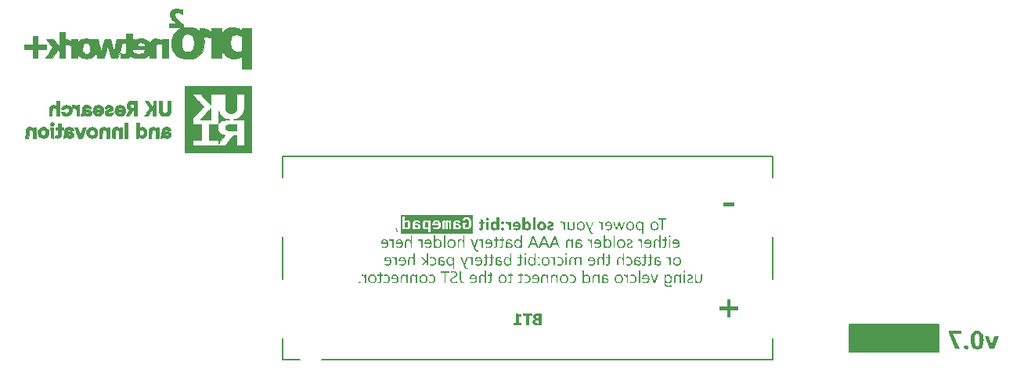
<source format=gbo>
%TF.GenerationSoftware,KiCad,Pcbnew,9.0.0*%
%TF.CreationDate,2025-06-19T17:55:55+01:00*%
%TF.ProjectId,solderbit-gamepad,736f6c64-6572-4626-9974-2d67616d6570,v0.7*%
%TF.SameCoordinates,Original*%
%TF.FileFunction,Legend,Bot*%
%TF.FilePolarity,Positive*%
%FSLAX46Y46*%
G04 Gerber Fmt 4.6, Leading zero omitted, Abs format (unit mm)*
G04 Created by KiCad (PCBNEW 9.0.0) date 2025-06-19 17:55:55*
%MOMM*%
%LPD*%
G01*
G04 APERTURE LIST*
%ADD10C,0.150000*%
%ADD11C,0.250000*%
%ADD12C,0.200000*%
%ADD13C,0.275000*%
%ADD14C,0.600000*%
%ADD15C,0.010000*%
G04 APERTURE END LIST*
D10*
X139077219Y-77064719D02*
X148702219Y-77064719D01*
X148702219Y-80064719D01*
X139077219Y-80064719D01*
X139077219Y-77064719D01*
G36*
X139077219Y-77064719D02*
G01*
X148702219Y-77064719D01*
X148702219Y-80064719D01*
X139077219Y-80064719D01*
X139077219Y-77064719D01*
G37*
D11*
G36*
X153663401Y-78325695D02*
G01*
X154183883Y-79724719D01*
X154675788Y-79724719D01*
X155171723Y-78325695D01*
X154709982Y-78325695D01*
X154466838Y-79187751D01*
X154433147Y-79329357D01*
X154418967Y-79436390D01*
X154413471Y-79436390D01*
X154397440Y-79334395D01*
X154362913Y-79195933D01*
X154114274Y-78325695D01*
X153663401Y-78325695D01*
G37*
G36*
X152969524Y-77743210D02*
G01*
X153092431Y-77776098D01*
X153199671Y-77829088D01*
X153293755Y-77902565D01*
X153376172Y-77998532D01*
X153439087Y-78104340D01*
X153490915Y-78231131D01*
X153530544Y-78382354D01*
X153556163Y-78561995D01*
X153565338Y-78774492D01*
X153553452Y-79013692D01*
X153520841Y-79207146D01*
X153471292Y-79362296D01*
X153407404Y-79485624D01*
X153330413Y-79582449D01*
X153240085Y-79656660D01*
X153134721Y-79710443D01*
X153011320Y-79744094D01*
X152865826Y-79755982D01*
X152728603Y-79744651D01*
X152609262Y-79712208D01*
X152504617Y-79659774D01*
X152412299Y-79586821D01*
X152330934Y-79491222D01*
X152268718Y-79386086D01*
X152217591Y-79260830D01*
X152178594Y-79112218D01*
X152153444Y-78936514D01*
X152145076Y-78743839D01*
X152584336Y-78743839D01*
X152596856Y-79007596D01*
X152628698Y-79187228D01*
X152672810Y-79304058D01*
X152724737Y-79375643D01*
X152783511Y-79414768D01*
X152852149Y-79427719D01*
X152923636Y-79414730D01*
X152984314Y-79375812D01*
X153037374Y-79305412D01*
X153082090Y-79191663D01*
X153114206Y-79018034D01*
X153126800Y-78764356D01*
X153113773Y-78493321D01*
X153080617Y-78308479D01*
X153034621Y-78188019D01*
X152980357Y-78114005D01*
X152918762Y-78073424D01*
X152846653Y-78059959D01*
X152779813Y-78072749D01*
X152722387Y-78111510D01*
X152671457Y-78182731D01*
X152628065Y-78299400D01*
X152596686Y-78479263D01*
X152584336Y-78743839D01*
X152145076Y-78743839D01*
X152144455Y-78729551D01*
X152156274Y-78484317D01*
X152188651Y-78286495D01*
X152237726Y-78128373D01*
X152300787Y-78003208D01*
X152376453Y-77905417D01*
X152464801Y-77830846D01*
X152567362Y-77777053D01*
X152686990Y-77743517D01*
X152827602Y-77731697D01*
X152969524Y-77743210D01*
G37*
G36*
X151676608Y-79755982D02*
G01*
X151745003Y-79748340D01*
X151803451Y-79726355D01*
X151854172Y-79690036D01*
X151893906Y-79642323D01*
X151917274Y-79588979D01*
X151925247Y-79527981D01*
X151916950Y-79465363D01*
X151892877Y-79412127D01*
X151852219Y-79365926D01*
X151800346Y-79331235D01*
X151740271Y-79310059D01*
X151669769Y-79302667D01*
X151598390Y-79310215D01*
X151538869Y-79331657D01*
X151488663Y-79366536D01*
X151449525Y-79412957D01*
X151426312Y-79466036D01*
X151418321Y-79527981D01*
X151426525Y-79591603D01*
X151450257Y-79645522D01*
X151490128Y-79692112D01*
X151541242Y-79726863D01*
X151602492Y-79748371D01*
X151676608Y-79755982D01*
G37*
G36*
X149798136Y-77962384D02*
G01*
X150489466Y-79724719D01*
X150945711Y-79724719D01*
X150249008Y-78122485D01*
X151161622Y-78122485D01*
X151161622Y-77762960D01*
X149798136Y-77762960D01*
X149798136Y-77962384D01*
G37*
D12*
G36*
X89934114Y-66640508D02*
G01*
X90076202Y-67077410D01*
X90180109Y-67077410D01*
X90076202Y-66640508D01*
X89934114Y-66640508D01*
G37*
G36*
X122327373Y-72579119D02*
G01*
X122472954Y-72579119D01*
X122472954Y-72434252D01*
X122476526Y-72434252D01*
X122517711Y-72494884D01*
X122565379Y-72540338D01*
X122620117Y-72572612D01*
X122683337Y-72592486D01*
X122757130Y-72599440D01*
X122845554Y-72591105D01*
X122916049Y-72568002D01*
X122972454Y-72531536D01*
X123017280Y-72481087D01*
X123051389Y-72414106D01*
X123073878Y-72326425D01*
X123082187Y-72212626D01*
X123082187Y-71669754D01*
X122937400Y-71669754D01*
X122937400Y-72189527D01*
X122929516Y-72287983D01*
X122908619Y-72359742D01*
X122877442Y-72411172D01*
X122836577Y-72446837D01*
X122784362Y-72468928D01*
X122717203Y-72476878D01*
X122649676Y-72467972D01*
X122592027Y-72442098D01*
X122541775Y-72398373D01*
X122504419Y-72342457D01*
X122481197Y-72275029D01*
X122472954Y-72193019D01*
X122472954Y-71669754D01*
X122327373Y-71669754D01*
X122327373Y-72579119D01*
G37*
G36*
X122088919Y-72545700D02*
G01*
X122088919Y-72390514D01*
X122006229Y-72438811D01*
X121919515Y-72467303D01*
X121826968Y-72476878D01*
X121748323Y-72470029D01*
X121695797Y-72452471D01*
X121661997Y-72426965D01*
X121642188Y-72393555D01*
X121635189Y-72349555D01*
X121639494Y-72315246D01*
X121651620Y-72287957D01*
X121670608Y-72264506D01*
X121696072Y-72243266D01*
X121761798Y-72208260D01*
X121843003Y-72175874D01*
X121949132Y-72127532D01*
X121991954Y-72100986D01*
X122025495Y-72072602D01*
X122052387Y-72039813D01*
X122071614Y-72003066D01*
X122083061Y-71962034D01*
X122087172Y-71911780D01*
X122079649Y-71850862D01*
X122057881Y-71798824D01*
X122023856Y-71753753D01*
X121979773Y-71716349D01*
X121928081Y-71687476D01*
X121868325Y-71666261D01*
X121804908Y-71653666D01*
X121739096Y-71649433D01*
X121661203Y-71654224D01*
X121591101Y-71668056D01*
X121527710Y-71690392D01*
X121527710Y-71838037D01*
X121597168Y-71801663D01*
X121673570Y-71779583D01*
X121758623Y-71771994D01*
X121798342Y-71774423D01*
X121832366Y-71781281D01*
X121863488Y-71792724D01*
X121888804Y-71807397D01*
X121909807Y-71826016D01*
X121925160Y-71847642D01*
X121934760Y-71872090D01*
X121938019Y-71899317D01*
X121934580Y-71932920D01*
X121925160Y-71958693D01*
X121909619Y-71980919D01*
X121887455Y-72001240D01*
X121827047Y-72034897D01*
X121746160Y-72067680D01*
X121637808Y-72115149D01*
X121592552Y-72141648D01*
X121556127Y-72170079D01*
X121526164Y-72203140D01*
X121504213Y-72240567D01*
X121490786Y-72282831D01*
X121485956Y-72335346D01*
X121493681Y-72399352D01*
X121515723Y-72452350D01*
X121550333Y-72497612D01*
X121595182Y-72534746D01*
X121647853Y-72562976D01*
X121709725Y-72583484D01*
X121775617Y-72595391D01*
X121845622Y-72599440D01*
X121937860Y-72593059D01*
X122018346Y-72574850D01*
X122088919Y-72545700D01*
G37*
G36*
X121187095Y-71441142D02*
G01*
X121223369Y-71434495D01*
X121253694Y-71414709D01*
X121274246Y-71384941D01*
X121281238Y-71347634D01*
X121274255Y-71310189D01*
X121253694Y-71280082D01*
X121223332Y-71259925D01*
X121187095Y-71253173D01*
X121150038Y-71259950D01*
X121119226Y-71280082D01*
X121098292Y-71310228D01*
X121091205Y-71347634D01*
X121098193Y-71383552D01*
X121119226Y-71413836D01*
X121150069Y-71434277D01*
X121187095Y-71441142D01*
G37*
G36*
X121116050Y-72579119D02*
G01*
X121261711Y-72579119D01*
X121261711Y-71669754D01*
X121116050Y-71669754D01*
X121116050Y-72579119D01*
G37*
G36*
X120066105Y-72579119D02*
G01*
X120211766Y-72579119D01*
X120211766Y-72061171D01*
X120219495Y-71961154D01*
X120239909Y-71888642D01*
X120270176Y-71837057D01*
X120309529Y-71801594D01*
X120359400Y-71779799D01*
X120423152Y-71771994D01*
X120492258Y-71781249D01*
X120551675Y-71808244D01*
X120603898Y-71854071D01*
X120642979Y-71912304D01*
X120666940Y-71980449D01*
X120675339Y-72061171D01*
X120675339Y-72579119D01*
X120820999Y-72579119D01*
X120820999Y-71669754D01*
X120675339Y-71669754D01*
X120675339Y-71821764D01*
X120671767Y-71821764D01*
X120625492Y-71758181D01*
X120573436Y-71710639D01*
X120515031Y-71677066D01*
X120448980Y-71656552D01*
X120373381Y-71649433D01*
X120299990Y-71656045D01*
X120238982Y-71674674D01*
X120187934Y-71704432D01*
X120145167Y-71745719D01*
X120112571Y-71795288D01*
X120087890Y-71856463D01*
X120071892Y-71931655D01*
X120066105Y-72023784D01*
X120066105Y-72579119D01*
G37*
G36*
X119532246Y-71658503D02*
G01*
X119612858Y-71684419D01*
X119682486Y-71726535D01*
X119742954Y-71785964D01*
X119789818Y-71856524D01*
X119824542Y-71939664D01*
X119846574Y-72037738D01*
X119854402Y-72153647D01*
X119847196Y-72255484D01*
X119826861Y-72341956D01*
X119794670Y-72415608D01*
X119750971Y-72478466D01*
X119695116Y-72531371D01*
X119632077Y-72568694D01*
X119560400Y-72591510D01*
X119477908Y-72599440D01*
X119396490Y-72592074D01*
X119326342Y-72571007D01*
X119265304Y-72536843D01*
X119211867Y-72488918D01*
X119165313Y-72425362D01*
X119161741Y-72425362D01*
X119161741Y-72524744D01*
X119169873Y-72627177D01*
X119192042Y-72706953D01*
X119226080Y-72768793D01*
X119271540Y-72816183D01*
X119329749Y-72851031D01*
X119403628Y-72873412D01*
X119497355Y-72881552D01*
X119588444Y-72872881D01*
X119685545Y-72845734D01*
X119790422Y-72797569D01*
X119790422Y-72942277D01*
X119704182Y-72976816D01*
X119606593Y-72998340D01*
X119495609Y-73005860D01*
X119376222Y-72996957D01*
X119279426Y-72972308D01*
X119200989Y-72933970D01*
X119137646Y-72882502D01*
X119087355Y-72816921D01*
X119049505Y-72734800D01*
X119024980Y-72632507D01*
X119016081Y-72505455D01*
X119016081Y-72034103D01*
X119161741Y-72034103D01*
X119161741Y-72167856D01*
X119170824Y-72255230D01*
X119196633Y-72328306D01*
X119238580Y-72390117D01*
X119279839Y-72428087D01*
X119326056Y-72454867D01*
X119378244Y-72471211D01*
X119437901Y-72476878D01*
X119496361Y-72470985D01*
X119547213Y-72453987D01*
X119592053Y-72426042D01*
X119631903Y-72386148D01*
X119671276Y-72321853D01*
X119696207Y-72242408D01*
X119705169Y-72143884D01*
X119699647Y-72054774D01*
X119684286Y-71981022D01*
X119660444Y-71920090D01*
X119628807Y-71869868D01*
X119587113Y-71827168D01*
X119538968Y-71797008D01*
X119483093Y-71778479D01*
X119417500Y-71771994D01*
X119347982Y-71780743D01*
X119287935Y-71806197D01*
X119235008Y-71849071D01*
X119194220Y-71904001D01*
X119170015Y-71964998D01*
X119161741Y-72034103D01*
X119016081Y-72034103D01*
X119016081Y-71669754D01*
X119161741Y-71669754D01*
X119161741Y-71796919D01*
X119165234Y-71796919D01*
X119204907Y-71743450D01*
X119250970Y-71702896D01*
X119304130Y-71673807D01*
X119365784Y-71655767D01*
X119437901Y-71649433D01*
X119532246Y-71658503D01*
G37*
G36*
X117508834Y-71669754D02*
G01*
X117871119Y-72579119D01*
X118014081Y-72579119D01*
X118358665Y-71669754D01*
X118198875Y-71669754D01*
X117967962Y-72330424D01*
X117946335Y-72401540D01*
X117935972Y-72457431D01*
X117932400Y-72457431D01*
X117920548Y-72391091D01*
X117903982Y-72333996D01*
X117662432Y-71669754D01*
X117508834Y-71669754D01*
G37*
G36*
X117081881Y-71657931D02*
G01*
X117159279Y-71682714D01*
X117229639Y-71723830D01*
X117294273Y-71782789D01*
X117345871Y-71852605D01*
X117383234Y-71932113D01*
X117406473Y-72023128D01*
X117414611Y-72128008D01*
X117406768Y-72240513D01*
X117384863Y-72333901D01*
X117350580Y-72411467D01*
X117304513Y-72475847D01*
X117245500Y-72529063D01*
X117176774Y-72567294D01*
X117096409Y-72591067D01*
X117001682Y-72599440D01*
X116902462Y-72593317D01*
X116817994Y-72576072D01*
X116746017Y-72548942D01*
X116684643Y-72512520D01*
X116684643Y-72375908D01*
X116751836Y-72420787D01*
X116820744Y-72452034D01*
X116892158Y-72470630D01*
X116967073Y-72476878D01*
X117034570Y-72471215D01*
X117091696Y-72455180D01*
X117140359Y-72429529D01*
X117181952Y-72394086D01*
X117214912Y-72350705D01*
X117239849Y-72298309D01*
X117256443Y-72235139D01*
X117263632Y-72158966D01*
X116621616Y-72158966D01*
X116621616Y-72083000D01*
X116624836Y-72035532D01*
X116770769Y-72035532D01*
X117261886Y-72035532D01*
X117243816Y-71960053D01*
X117214124Y-71897251D01*
X117173061Y-71844943D01*
X117121392Y-71804258D01*
X117063765Y-71780210D01*
X116998110Y-71771994D01*
X116930264Y-71780231D01*
X116875822Y-71803457D01*
X116831652Y-71841450D01*
X116799534Y-71891024D01*
X116778741Y-71954447D01*
X116770769Y-72035532D01*
X116624836Y-72035532D01*
X116628568Y-71980520D01*
X116648011Y-71895047D01*
X116678457Y-71823717D01*
X116719331Y-71764214D01*
X116771953Y-71714917D01*
X116834108Y-71679427D01*
X116907708Y-71657271D01*
X116995490Y-71649433D01*
X117081881Y-71657931D01*
G37*
G36*
X116255520Y-72579119D02*
G01*
X116401180Y-72579119D01*
X116401180Y-71232852D01*
X116255520Y-71232852D01*
X116255520Y-72579119D01*
G37*
G36*
X115340599Y-72535857D02*
G01*
X115412912Y-72570499D01*
X115495094Y-72591952D01*
X115589213Y-72599440D01*
X115684631Y-72591028D01*
X115767295Y-72566934D01*
X115839595Y-72527862D01*
X115903236Y-72473148D01*
X115954612Y-72406704D01*
X115991639Y-72331224D01*
X116014596Y-72244988D01*
X116022622Y-72145710D01*
X116013853Y-72034677D01*
X115988914Y-71939341D01*
X115948955Y-71856969D01*
X115893870Y-71785488D01*
X115825323Y-71726790D01*
X115746653Y-71684675D01*
X115655877Y-71658579D01*
X115550238Y-71649433D01*
X115471273Y-71654649D01*
X115401254Y-71669628D01*
X115338852Y-71693726D01*
X115338852Y-71842482D01*
X115408922Y-71802872D01*
X115480677Y-71779706D01*
X115555477Y-71771994D01*
X115623297Y-71778463D01*
X115683011Y-71797173D01*
X115736264Y-71827918D01*
X115784168Y-71871614D01*
X115822244Y-71923688D01*
X115849964Y-71983615D01*
X115867295Y-72052863D01*
X115873390Y-72133326D01*
X115867536Y-72212832D01*
X115851048Y-72279903D01*
X115824959Y-72336670D01*
X115789486Y-72384799D01*
X115744611Y-72424619D01*
X115693097Y-72453097D01*
X115633634Y-72470709D01*
X115564368Y-72476878D01*
X115487669Y-72468162D01*
X115413616Y-72441808D01*
X115340599Y-72396229D01*
X115340599Y-72535857D01*
G37*
G36*
X114646747Y-71812001D02*
G01*
X114690584Y-71789935D01*
X114756846Y-71781519D01*
X114814605Y-71791013D01*
X114865839Y-71819523D01*
X114912746Y-71870185D01*
X114945917Y-71932315D01*
X114967437Y-72011413D01*
X114975297Y-72111815D01*
X114975297Y-72579119D01*
X115120957Y-72579119D01*
X115120957Y-71669754D01*
X114975297Y-71669754D01*
X114975297Y-71850817D01*
X114971725Y-71850817D01*
X114946432Y-71790346D01*
X114914749Y-71741548D01*
X114876788Y-71702696D01*
X114831854Y-71672795D01*
X114784568Y-71655300D01*
X114733747Y-71649433D01*
X114680407Y-71653002D01*
X114646747Y-71661816D01*
X114646747Y-71812001D01*
G37*
G36*
X114192269Y-71658179D02*
G01*
X114281992Y-71683017D01*
X114359025Y-71722846D01*
X114425439Y-71777947D01*
X114478430Y-71845584D01*
X114517311Y-71925857D01*
X114541883Y-72021267D01*
X114550620Y-72135073D01*
X114542418Y-72239090D01*
X114519100Y-72328354D01*
X114481750Y-72405432D01*
X114430281Y-72472274D01*
X114366219Y-72527104D01*
X114292589Y-72566470D01*
X114207516Y-72590879D01*
X114108400Y-72599440D01*
X114006626Y-72590636D01*
X113919390Y-72565547D01*
X113843995Y-72525101D01*
X113778501Y-72468782D01*
X113725955Y-72400116D01*
X113687759Y-72320711D01*
X113663874Y-72228520D01*
X113655878Y-72126182D01*
X113804616Y-72126182D01*
X113810115Y-72211155D01*
X113825386Y-72281095D01*
X113849083Y-72338567D01*
X113880582Y-72385672D01*
X113921598Y-72424821D01*
X113970306Y-72453013D01*
X114028256Y-72470634D01*
X114097683Y-72476878D01*
X114165457Y-72470687D01*
X114223786Y-72452980D01*
X114274491Y-72424255D01*
X114318833Y-72383926D01*
X114353650Y-72335440D01*
X114379336Y-72278125D01*
X114395605Y-72210279D01*
X114401387Y-72129754D01*
X114395605Y-72045787D01*
X114379402Y-71975491D01*
X114353962Y-71916568D01*
X114319706Y-71867169D01*
X114275651Y-71825887D01*
X114224944Y-71796490D01*
X114166265Y-71778349D01*
X114097683Y-71771994D01*
X114028316Y-71778286D01*
X113970385Y-71796053D01*
X113921654Y-71824506D01*
X113880582Y-71864073D01*
X113849113Y-71911579D01*
X113825411Y-71969602D01*
X113810124Y-72040271D01*
X113804616Y-72126182D01*
X113655878Y-72126182D01*
X113655463Y-72120864D01*
X113663497Y-72010112D01*
X113686040Y-71917413D01*
X113721547Y-71839651D01*
X113769610Y-71774375D01*
X113830529Y-71720885D01*
X113902181Y-71682196D01*
X113986702Y-71657993D01*
X114087047Y-71649433D01*
X114192269Y-71658179D01*
G37*
G36*
X112681458Y-71654993D02*
G01*
X112761243Y-71671204D01*
X112835025Y-71697674D01*
X112903666Y-71734447D01*
X112903666Y-71883124D01*
X112834303Y-71833794D01*
X112762396Y-71799422D01*
X112687031Y-71778912D01*
X112607027Y-71771994D01*
X112549244Y-71778603D01*
X112504597Y-71796881D01*
X112469940Y-71826159D01*
X112443720Y-71868011D01*
X112426256Y-71925966D01*
X112419692Y-72005050D01*
X112692359Y-72042993D01*
X112792154Y-72065288D01*
X112866792Y-72098686D01*
X112921567Y-72141651D01*
X112960112Y-72194368D01*
X112983993Y-72258726D01*
X112992491Y-72338045D01*
X112983491Y-72413605D01*
X112957877Y-72475879D01*
X112915731Y-72527919D01*
X112860468Y-72566388D01*
X112790899Y-72590676D01*
X112702996Y-72599440D01*
X112631514Y-72592668D01*
X112569346Y-72573188D01*
X112514633Y-72541349D01*
X112466117Y-72496285D01*
X112423264Y-72435998D01*
X112419692Y-72435998D01*
X112419692Y-72579119D01*
X112274032Y-72579119D01*
X112274032Y-72211197D01*
X112419692Y-72211197D01*
X112427926Y-72285230D01*
X112451519Y-72347894D01*
X112490340Y-72401707D01*
X112541454Y-72443391D01*
X112600278Y-72468277D01*
X112669260Y-72476878D01*
X112720434Y-72471830D01*
X112761956Y-72457697D01*
X112795869Y-72435125D01*
X112822230Y-72404571D01*
X112837914Y-72369164D01*
X112843338Y-72327329D01*
X112836707Y-72269367D01*
X112819095Y-72228845D01*
X112791821Y-72201037D01*
X112732790Y-72172430D01*
X112639096Y-72151345D01*
X112419692Y-72121420D01*
X112419692Y-72211197D01*
X112274032Y-72211197D01*
X112274032Y-71988301D01*
X112281778Y-71891144D01*
X112302905Y-71815434D01*
X112335363Y-71756701D01*
X112378750Y-71711651D01*
X112434355Y-71678495D01*
X112504985Y-71657186D01*
X112594643Y-71649433D01*
X112681458Y-71654993D01*
G37*
G36*
X111244249Y-72579119D02*
G01*
X111389909Y-72579119D01*
X111389909Y-72061171D01*
X111397638Y-71961154D01*
X111418052Y-71888642D01*
X111448320Y-71837057D01*
X111487673Y-71801594D01*
X111537544Y-71779799D01*
X111601296Y-71771994D01*
X111670402Y-71781249D01*
X111729819Y-71808244D01*
X111782041Y-71854071D01*
X111821123Y-71912304D01*
X111845083Y-71980449D01*
X111853482Y-72061171D01*
X111853482Y-72579119D01*
X111999143Y-72579119D01*
X111999143Y-71669754D01*
X111853482Y-71669754D01*
X111853482Y-71821764D01*
X111849910Y-71821764D01*
X111803636Y-71758181D01*
X111751580Y-71710639D01*
X111693175Y-71677066D01*
X111627124Y-71656552D01*
X111551525Y-71649433D01*
X111478133Y-71656045D01*
X111417126Y-71674674D01*
X111366078Y-71704432D01*
X111323311Y-71745719D01*
X111290715Y-71795288D01*
X111266034Y-71856463D01*
X111250036Y-71931655D01*
X111244249Y-72023784D01*
X111244249Y-72579119D01*
G37*
G36*
X110339806Y-71796919D02*
G01*
X110343378Y-71796919D01*
X110381662Y-71743716D01*
X110426924Y-71703234D01*
X110479943Y-71674057D01*
X110542263Y-71655857D01*
X110616044Y-71649433D01*
X110708050Y-71658339D01*
X110787663Y-71683927D01*
X110857386Y-71725745D01*
X110918875Y-71785012D01*
X110966949Y-71855355D01*
X111002332Y-71937385D01*
X111024650Y-72033267D01*
X111032546Y-72145710D01*
X111025323Y-72250976D01*
X111005030Y-72339634D01*
X110973086Y-72414434D01*
X110929988Y-72477593D01*
X110874544Y-72530797D01*
X110811545Y-72568387D01*
X110739474Y-72591416D01*
X110656051Y-72599440D01*
X110573499Y-72591949D01*
X110502897Y-72570586D01*
X110441946Y-72536037D01*
X110389047Y-72487658D01*
X110343457Y-72423536D01*
X110339885Y-72423536D01*
X110339885Y-72579119D01*
X110194225Y-72579119D01*
X110194225Y-72034103D01*
X110339885Y-72034103D01*
X110339885Y-72167856D01*
X110348820Y-72254137D01*
X110374304Y-72326988D01*
X110415851Y-72389244D01*
X110456752Y-72427660D01*
X110502548Y-72454694D01*
X110554244Y-72471169D01*
X110613345Y-72476878D01*
X110673247Y-72470934D01*
X110724976Y-72453854D01*
X110770213Y-72425894D01*
X110810046Y-72386148D01*
X110849215Y-72321768D01*
X110874244Y-72240715D01*
X110883313Y-72138565D01*
X110877839Y-72051910D01*
X110862556Y-71979665D01*
X110838725Y-71919475D01*
X110806951Y-71869392D01*
X110765279Y-71826830D01*
X110717399Y-71796820D01*
X110662077Y-71778422D01*
X110597390Y-71771994D01*
X110526089Y-71780740D01*
X110465384Y-71806003D01*
X110412755Y-71848197D01*
X110372323Y-71902595D01*
X110348184Y-71963841D01*
X110339885Y-72034103D01*
X110194225Y-72034103D01*
X110194225Y-71232852D01*
X110339806Y-71232852D01*
X110339806Y-71796919D01*
G37*
G36*
X108781994Y-72535857D02*
G01*
X108854307Y-72570499D01*
X108936490Y-72591952D01*
X109030609Y-72599440D01*
X109126027Y-72591028D01*
X109208690Y-72566934D01*
X109280990Y-72527862D01*
X109344632Y-72473148D01*
X109396007Y-72406704D01*
X109433035Y-72331224D01*
X109455991Y-72244988D01*
X109464018Y-72145710D01*
X109455249Y-72034677D01*
X109430310Y-71939341D01*
X109390351Y-71856969D01*
X109335265Y-71785488D01*
X109266719Y-71726790D01*
X109188049Y-71684675D01*
X109097272Y-71658579D01*
X108991634Y-71649433D01*
X108912669Y-71654649D01*
X108842650Y-71669628D01*
X108780248Y-71693726D01*
X108780248Y-71842482D01*
X108850318Y-71802872D01*
X108922073Y-71779706D01*
X108996873Y-71771994D01*
X109064692Y-71778463D01*
X109124407Y-71797173D01*
X109177659Y-71827918D01*
X109225564Y-71871614D01*
X109263639Y-71923688D01*
X109291359Y-71983615D01*
X109308691Y-72052863D01*
X109314786Y-72133326D01*
X109308932Y-72212832D01*
X109292444Y-72279903D01*
X109266355Y-72336670D01*
X109230882Y-72384799D01*
X109186007Y-72424619D01*
X109134493Y-72453097D01*
X109075030Y-72470709D01*
X109005763Y-72476878D01*
X108929065Y-72468162D01*
X108855012Y-72441808D01*
X108781994Y-72396229D01*
X108781994Y-72535857D01*
G37*
G36*
X108266156Y-71658179D02*
G01*
X108355879Y-71683017D01*
X108432912Y-71722846D01*
X108499326Y-71777947D01*
X108552317Y-71845584D01*
X108591198Y-71925857D01*
X108615770Y-72021267D01*
X108624506Y-72135073D01*
X108616305Y-72239090D01*
X108592987Y-72328354D01*
X108555637Y-72405432D01*
X108504168Y-72472274D01*
X108440106Y-72527104D01*
X108366476Y-72566470D01*
X108281403Y-72590879D01*
X108182286Y-72599440D01*
X108080513Y-72590636D01*
X107993277Y-72565547D01*
X107917882Y-72525101D01*
X107852388Y-72468782D01*
X107799842Y-72400116D01*
X107761646Y-72320711D01*
X107737761Y-72228520D01*
X107729765Y-72126182D01*
X107878503Y-72126182D01*
X107884002Y-72211155D01*
X107899273Y-72281095D01*
X107922970Y-72338567D01*
X107954469Y-72385672D01*
X107995485Y-72424821D01*
X108044193Y-72453013D01*
X108102143Y-72470634D01*
X108171570Y-72476878D01*
X108239344Y-72470687D01*
X108297673Y-72452980D01*
X108348378Y-72424255D01*
X108392720Y-72383926D01*
X108427537Y-72335440D01*
X108453223Y-72278125D01*
X108469491Y-72210279D01*
X108475274Y-72129754D01*
X108469492Y-72045787D01*
X108453289Y-71975491D01*
X108427849Y-71916568D01*
X108393593Y-71867169D01*
X108349538Y-71825887D01*
X108298831Y-71796490D01*
X108240152Y-71778349D01*
X108171570Y-71771994D01*
X108102203Y-71778286D01*
X108044272Y-71796053D01*
X107995541Y-71824506D01*
X107954469Y-71864073D01*
X107923000Y-71911579D01*
X107899298Y-71969602D01*
X107884011Y-72040271D01*
X107878503Y-72126182D01*
X107729765Y-72126182D01*
X107729350Y-72120864D01*
X107737384Y-72010112D01*
X107759927Y-71917413D01*
X107795434Y-71839651D01*
X107843497Y-71774375D01*
X107904416Y-71720885D01*
X107976068Y-71682196D01*
X108060589Y-71657993D01*
X108160934Y-71649433D01*
X108266156Y-71658179D01*
G37*
G36*
X106741877Y-72579119D02*
G01*
X106887537Y-72579119D01*
X106887537Y-72061171D01*
X106895266Y-71961154D01*
X106915680Y-71888642D01*
X106945948Y-71837057D01*
X106985300Y-71801594D01*
X107035171Y-71779799D01*
X107098923Y-71771994D01*
X107168029Y-71781249D01*
X107227446Y-71808244D01*
X107279669Y-71854071D01*
X107318750Y-71912304D01*
X107342711Y-71980449D01*
X107351110Y-72061171D01*
X107351110Y-72579119D01*
X107496770Y-72579119D01*
X107496770Y-71669754D01*
X107351110Y-71669754D01*
X107351110Y-71821764D01*
X107347538Y-71821764D01*
X107301263Y-71758181D01*
X107249207Y-71710639D01*
X107190802Y-71677066D01*
X107124751Y-71656552D01*
X107049152Y-71649433D01*
X106975761Y-71656045D01*
X106914753Y-71674674D01*
X106863705Y-71704432D01*
X106820938Y-71745719D01*
X106788342Y-71795288D01*
X106763661Y-71856463D01*
X106747663Y-71931655D01*
X106741877Y-72023784D01*
X106741877Y-72579119D01*
G37*
G36*
X105713126Y-72579119D02*
G01*
X105858786Y-72579119D01*
X105858786Y-72061171D01*
X105866515Y-71961154D01*
X105886929Y-71888642D01*
X105917197Y-71837057D01*
X105956549Y-71801594D01*
X106006421Y-71779799D01*
X106070172Y-71771994D01*
X106139278Y-71781249D01*
X106198695Y-71808244D01*
X106250918Y-71854071D01*
X106289999Y-71912304D01*
X106313960Y-71980449D01*
X106322359Y-72061171D01*
X106322359Y-72579119D01*
X106468019Y-72579119D01*
X106468019Y-71669754D01*
X106322359Y-71669754D01*
X106322359Y-71821764D01*
X106318787Y-71821764D01*
X106272512Y-71758181D01*
X106220457Y-71710639D01*
X106162051Y-71677066D01*
X106096001Y-71656552D01*
X106020401Y-71649433D01*
X105947010Y-71656045D01*
X105886002Y-71674674D01*
X105834954Y-71704432D01*
X105792187Y-71745719D01*
X105759591Y-71795288D01*
X105734910Y-71856463D01*
X105718912Y-71931655D01*
X105713126Y-72023784D01*
X105713126Y-72579119D01*
G37*
G36*
X105168692Y-71657931D02*
G01*
X105246090Y-71682714D01*
X105316450Y-71723830D01*
X105381084Y-71782789D01*
X105432682Y-71852605D01*
X105470045Y-71932113D01*
X105493284Y-72023128D01*
X105501422Y-72128008D01*
X105493579Y-72240513D01*
X105471674Y-72333901D01*
X105437391Y-72411467D01*
X105391323Y-72475847D01*
X105332311Y-72529063D01*
X105263585Y-72567294D01*
X105183219Y-72591067D01*
X105088493Y-72599440D01*
X104989273Y-72593317D01*
X104904805Y-72576072D01*
X104832828Y-72548942D01*
X104771453Y-72512520D01*
X104771453Y-72375908D01*
X104838647Y-72420787D01*
X104907555Y-72452034D01*
X104978969Y-72470630D01*
X105053884Y-72476878D01*
X105121381Y-72471215D01*
X105178507Y-72455180D01*
X105227170Y-72429529D01*
X105268762Y-72394086D01*
X105301723Y-72350705D01*
X105326660Y-72298309D01*
X105343254Y-72235139D01*
X105350443Y-72158966D01*
X104708427Y-72158966D01*
X104708427Y-72083000D01*
X104711647Y-72035532D01*
X104857580Y-72035532D01*
X105348697Y-72035532D01*
X105330627Y-71960053D01*
X105300935Y-71897251D01*
X105259872Y-71844943D01*
X105208203Y-71804258D01*
X105150576Y-71780210D01*
X105084921Y-71771994D01*
X105017075Y-71780231D01*
X104962633Y-71803457D01*
X104918463Y-71841450D01*
X104886345Y-71891024D01*
X104865552Y-71954447D01*
X104857580Y-72035532D01*
X104711647Y-72035532D01*
X104715379Y-71980520D01*
X104734821Y-71895047D01*
X104765267Y-71823717D01*
X104806142Y-71764214D01*
X104858764Y-71714917D01*
X104920918Y-71679427D01*
X104994519Y-71657271D01*
X105082301Y-71649433D01*
X105168692Y-71657931D01*
G37*
G36*
X103868121Y-72535857D02*
G01*
X103940434Y-72570499D01*
X104022617Y-72591952D01*
X104116736Y-72599440D01*
X104212154Y-72591028D01*
X104294817Y-72566934D01*
X104367117Y-72527862D01*
X104430759Y-72473148D01*
X104482134Y-72406704D01*
X104519162Y-72331224D01*
X104542118Y-72244988D01*
X104550145Y-72145710D01*
X104541376Y-72034677D01*
X104516437Y-71939341D01*
X104476478Y-71856969D01*
X104421392Y-71785488D01*
X104352846Y-71726790D01*
X104274176Y-71684675D01*
X104183399Y-71658579D01*
X104077761Y-71649433D01*
X103998796Y-71654649D01*
X103928777Y-71669628D01*
X103866375Y-71693726D01*
X103866375Y-71842482D01*
X103936445Y-71802872D01*
X104008200Y-71779706D01*
X104083000Y-71771994D01*
X104150819Y-71778463D01*
X104210534Y-71797173D01*
X104263786Y-71827918D01*
X104311691Y-71871614D01*
X104349766Y-71923688D01*
X104377486Y-71983615D01*
X104394818Y-72052863D01*
X104400913Y-72133326D01*
X104395059Y-72212832D01*
X104378571Y-72279903D01*
X104352482Y-72336670D01*
X104317009Y-72384799D01*
X104272134Y-72424619D01*
X104220620Y-72453097D01*
X104161157Y-72470709D01*
X104091890Y-72476878D01*
X104015192Y-72468162D01*
X103941139Y-72441808D01*
X103868121Y-72396229D01*
X103868121Y-72535857D01*
G37*
G36*
X103226660Y-72571101D02*
G01*
X103283206Y-72591671D01*
X103362557Y-72599440D01*
X103438080Y-72591450D01*
X103495644Y-72569585D01*
X103539513Y-72535154D01*
X103572079Y-72486898D01*
X103593447Y-72421224D01*
X103601408Y-72332726D01*
X103601408Y-71794061D01*
X103757705Y-71794061D01*
X103757705Y-71669754D01*
X103601408Y-71669754D01*
X103601408Y-71447572D01*
X103455748Y-71400500D01*
X103455748Y-71669754D01*
X103226660Y-71669754D01*
X103226660Y-71794061D01*
X103455748Y-71794061D01*
X103455748Y-72307087D01*
X103451478Y-72367771D01*
X103440486Y-72409685D01*
X103424711Y-72437745D01*
X103401126Y-72458475D01*
X103367905Y-72471871D01*
X103321677Y-72476878D01*
X103269780Y-72469228D01*
X103226660Y-72447032D01*
X103226660Y-72571101D01*
G37*
G36*
X102112815Y-72571101D02*
G01*
X102169361Y-72591671D01*
X102248712Y-72599440D01*
X102324235Y-72591450D01*
X102381799Y-72569585D01*
X102425668Y-72535154D01*
X102458234Y-72486898D01*
X102479602Y-72421224D01*
X102487563Y-72332726D01*
X102487563Y-71794061D01*
X102643860Y-71794061D01*
X102643860Y-71669754D01*
X102487563Y-71669754D01*
X102487563Y-71447572D01*
X102341903Y-71400500D01*
X102341903Y-71669754D01*
X102112815Y-71669754D01*
X102112815Y-71794061D01*
X102341903Y-71794061D01*
X102341903Y-72307087D01*
X102337633Y-72367771D01*
X102326641Y-72409685D01*
X102310866Y-72437745D01*
X102287281Y-72458475D01*
X102254060Y-72471871D01*
X102207832Y-72476878D01*
X102155935Y-72469228D01*
X102112815Y-72447032D01*
X102112815Y-72571101D01*
G37*
G36*
X101622457Y-71658179D02*
G01*
X101712180Y-71683017D01*
X101789213Y-71722846D01*
X101855627Y-71777947D01*
X101908618Y-71845584D01*
X101947500Y-71925857D01*
X101972071Y-72021267D01*
X101980808Y-72135073D01*
X101972607Y-72239090D01*
X101949288Y-72328354D01*
X101911939Y-72405432D01*
X101860470Y-72472274D01*
X101796408Y-72527104D01*
X101722777Y-72566470D01*
X101637704Y-72590879D01*
X101538588Y-72599440D01*
X101436814Y-72590636D01*
X101349578Y-72565547D01*
X101274183Y-72525101D01*
X101208689Y-72468782D01*
X101156144Y-72400116D01*
X101117947Y-72320711D01*
X101094062Y-72228520D01*
X101086067Y-72126182D01*
X101234805Y-72126182D01*
X101240304Y-72211155D01*
X101255575Y-72281095D01*
X101279272Y-72338567D01*
X101310770Y-72385672D01*
X101351786Y-72424821D01*
X101400494Y-72453013D01*
X101458444Y-72470634D01*
X101527872Y-72476878D01*
X101595646Y-72470687D01*
X101653975Y-72452980D01*
X101704679Y-72424255D01*
X101749021Y-72383926D01*
X101783839Y-72335440D01*
X101809524Y-72278125D01*
X101825793Y-72210279D01*
X101831576Y-72129754D01*
X101825794Y-72045787D01*
X101809591Y-71975491D01*
X101784150Y-71916568D01*
X101749895Y-71867169D01*
X101705839Y-71825887D01*
X101655133Y-71796490D01*
X101596454Y-71778349D01*
X101527872Y-71771994D01*
X101458504Y-71778286D01*
X101400573Y-71796053D01*
X101351843Y-71824506D01*
X101310770Y-71864073D01*
X101279302Y-71911579D01*
X101255599Y-71969602D01*
X101240312Y-72040271D01*
X101234805Y-72126182D01*
X101086067Y-72126182D01*
X101085652Y-72120864D01*
X101093686Y-72010112D01*
X101116229Y-71917413D01*
X101151736Y-71839651D01*
X101199799Y-71774375D01*
X101260717Y-71720885D01*
X101332369Y-71682196D01*
X101416890Y-71657993D01*
X101517235Y-71649433D01*
X101622457Y-71658179D01*
G37*
G36*
X99933387Y-72571101D02*
G01*
X99989933Y-72591671D01*
X100069284Y-72599440D01*
X100144807Y-72591450D01*
X100202371Y-72569585D01*
X100246241Y-72535154D01*
X100278806Y-72486898D01*
X100300174Y-72421224D01*
X100308135Y-72332726D01*
X100308135Y-71794061D01*
X100464432Y-71794061D01*
X100464432Y-71669754D01*
X100308135Y-71669754D01*
X100308135Y-71447572D01*
X100162475Y-71400500D01*
X100162475Y-71669754D01*
X99933387Y-71669754D01*
X99933387Y-71794061D01*
X100162475Y-71794061D01*
X100162475Y-72307087D01*
X100158205Y-72367771D01*
X100147213Y-72409685D01*
X100131438Y-72437745D01*
X100107853Y-72458475D01*
X100074632Y-72471871D01*
X100028404Y-72476878D01*
X99976508Y-72469228D01*
X99933387Y-72447032D01*
X99933387Y-72571101D01*
G37*
G36*
X98984333Y-72579119D02*
G01*
X99129993Y-72579119D01*
X99129993Y-72055853D01*
X99137659Y-71958036D01*
X99157934Y-71886972D01*
X99188068Y-71836269D01*
X99227372Y-71801293D01*
X99277344Y-71779730D01*
X99341379Y-71771994D01*
X99408754Y-71781141D01*
X99467789Y-71808040D01*
X99520776Y-71854071D01*
X99560489Y-71912467D01*
X99584950Y-71981692D01*
X99593566Y-72064664D01*
X99593566Y-72579119D01*
X99739226Y-72579119D01*
X99739226Y-71232852D01*
X99593566Y-71232852D01*
X99593566Y-71821764D01*
X99589994Y-71821764D01*
X99543024Y-71758042D01*
X99490586Y-71710466D01*
X99432131Y-71676940D01*
X99366416Y-71656507D01*
X99291609Y-71649433D01*
X99208252Y-71657355D01*
X99141716Y-71679336D01*
X99088394Y-71714081D01*
X99045943Y-71762235D01*
X99013588Y-71826282D01*
X98992230Y-71910246D01*
X98984333Y-72019338D01*
X98984333Y-72579119D01*
G37*
G36*
X98439900Y-71657931D02*
G01*
X98517297Y-71682714D01*
X98587658Y-71723830D01*
X98652291Y-71782789D01*
X98703889Y-71852605D01*
X98741253Y-71932113D01*
X98764491Y-72023128D01*
X98772629Y-72128008D01*
X98764786Y-72240513D01*
X98742881Y-72333901D01*
X98708598Y-72411467D01*
X98662531Y-72475847D01*
X98603518Y-72529063D01*
X98534792Y-72567294D01*
X98454427Y-72591067D01*
X98359700Y-72599440D01*
X98260480Y-72593317D01*
X98176012Y-72576072D01*
X98104035Y-72548942D01*
X98042661Y-72512520D01*
X98042661Y-72375908D01*
X98109854Y-72420787D01*
X98178762Y-72452034D01*
X98250176Y-72470630D01*
X98325091Y-72476878D01*
X98392588Y-72471215D01*
X98449714Y-72455180D01*
X98498377Y-72429529D01*
X98539970Y-72394086D01*
X98572930Y-72350705D01*
X98597867Y-72298309D01*
X98614461Y-72235139D01*
X98621651Y-72158966D01*
X97979634Y-72158966D01*
X97979634Y-72083000D01*
X97982854Y-72035532D01*
X98128787Y-72035532D01*
X98619904Y-72035532D01*
X98601834Y-71960053D01*
X98572142Y-71897251D01*
X98531079Y-71844943D01*
X98479410Y-71804258D01*
X98421783Y-71780210D01*
X98356128Y-71771994D01*
X98288282Y-71780231D01*
X98233840Y-71803457D01*
X98189670Y-71841450D01*
X98157553Y-71891024D01*
X98136760Y-71954447D01*
X98128787Y-72035532D01*
X97982854Y-72035532D01*
X97986586Y-71980520D01*
X98006029Y-71895047D01*
X98036475Y-71823717D01*
X98077349Y-71764214D01*
X98129971Y-71714917D01*
X98192126Y-71679427D01*
X98265726Y-71657271D01*
X98353509Y-71649433D01*
X98439900Y-71657931D01*
G37*
G36*
X96915877Y-72121420D02*
G01*
X96922832Y-72236131D01*
X96942159Y-72330999D01*
X96972112Y-72409281D01*
X97011767Y-72473703D01*
X97064342Y-72529197D01*
X97123590Y-72567868D01*
X97190870Y-72591315D01*
X97268399Y-72599440D01*
X97339167Y-72593639D01*
X97390960Y-72578245D01*
X97390960Y-72431791D01*
X97357438Y-72449813D01*
X97316584Y-72461263D01*
X97266652Y-72465369D01*
X97209003Y-72457152D01*
X97162567Y-72433653D01*
X97124499Y-72393947D01*
X97094136Y-72333835D01*
X97073110Y-72246516D01*
X97065030Y-72123245D01*
X97065030Y-71303975D01*
X96915877Y-71303975D01*
X96915877Y-72121420D01*
G37*
G36*
X96652259Y-72526332D02*
G01*
X96652259Y-72350507D01*
X96619825Y-72375424D01*
X96579945Y-72398611D01*
X96491120Y-72434649D01*
X96397374Y-72457351D01*
X96310374Y-72465369D01*
X96219598Y-72458638D01*
X96152945Y-72440806D01*
X96104783Y-72414328D01*
X96067434Y-72375897D01*
X96044838Y-72327935D01*
X96036835Y-72267397D01*
X96042723Y-72218384D01*
X96059537Y-72177699D01*
X96085973Y-72141780D01*
X96122167Y-72108005D01*
X96164565Y-72077934D01*
X96216707Y-72047677D01*
X96334347Y-71986872D01*
X96458734Y-71918527D01*
X96513434Y-71881511D01*
X96559069Y-71842165D01*
X96597253Y-71797508D01*
X96626144Y-71747624D01*
X96644111Y-71691766D01*
X96650513Y-71623714D01*
X96646032Y-71566761D01*
X96633161Y-71516696D01*
X96612332Y-71472338D01*
X96568156Y-71413636D01*
X96511997Y-71366288D01*
X96446307Y-71330220D01*
X96370385Y-71304134D01*
X96290143Y-71288781D01*
X96208293Y-71283654D01*
X96082028Y-71289984D01*
X95993622Y-71306251D01*
X95933880Y-71329139D01*
X95933880Y-71497025D01*
X95991555Y-71464000D01*
X96057993Y-71439551D01*
X96134677Y-71424120D01*
X96223375Y-71418678D01*
X96272078Y-71421224D01*
X96321091Y-71428918D01*
X96367843Y-71442541D01*
X96408090Y-71462178D01*
X96442811Y-71488680D01*
X96470244Y-71521632D01*
X96487939Y-71560962D01*
X96494216Y-71610378D01*
X96489439Y-71656948D01*
X96476038Y-71694758D01*
X96453948Y-71728120D01*
X96422299Y-71759531D01*
X96384180Y-71787521D01*
X96335696Y-71816366D01*
X96217977Y-71876774D01*
X96088352Y-71947818D01*
X96030161Y-71987595D01*
X95980873Y-72030372D01*
X95939226Y-72078395D01*
X95907606Y-72130707D01*
X95887555Y-72188571D01*
X95880538Y-72256761D01*
X95884980Y-72318566D01*
X95897533Y-72371186D01*
X95917449Y-72416154D01*
X95960745Y-72475306D01*
X96016911Y-72522204D01*
X96083246Y-72556931D01*
X96161221Y-72581182D01*
X96244293Y-72594787D01*
X96333474Y-72599440D01*
X96408090Y-72594518D01*
X96498661Y-72580230D01*
X96586137Y-72557131D01*
X96624922Y-72541726D01*
X96652259Y-72526332D01*
G37*
G36*
X94873219Y-71438999D02*
G01*
X95240823Y-71438999D01*
X95240823Y-72579119D01*
X95390055Y-72579119D01*
X95390055Y-71438999D01*
X95756786Y-71438999D01*
X95756786Y-71303975D01*
X94873219Y-71303975D01*
X94873219Y-71438999D01*
G37*
G36*
X93575532Y-72535857D02*
G01*
X93647845Y-72570499D01*
X93730028Y-72591952D01*
X93824147Y-72599440D01*
X93919565Y-72591028D01*
X94002229Y-72566934D01*
X94074528Y-72527862D01*
X94138170Y-72473148D01*
X94189545Y-72406704D01*
X94226573Y-72331224D01*
X94249529Y-72244988D01*
X94257556Y-72145710D01*
X94248787Y-72034677D01*
X94223848Y-71939341D01*
X94183889Y-71856969D01*
X94128803Y-71785488D01*
X94060257Y-71726790D01*
X93981587Y-71684675D01*
X93890810Y-71658579D01*
X93785172Y-71649433D01*
X93706207Y-71654649D01*
X93636188Y-71669628D01*
X93573786Y-71693726D01*
X93573786Y-71842482D01*
X93643856Y-71802872D01*
X93715611Y-71779706D01*
X93790411Y-71771994D01*
X93858230Y-71778463D01*
X93917945Y-71797173D01*
X93971197Y-71827918D01*
X94019102Y-71871614D01*
X94057177Y-71923688D01*
X94084897Y-71983615D01*
X94102229Y-72052863D01*
X94108324Y-72133326D01*
X94102470Y-72212832D01*
X94085982Y-72279903D01*
X94059893Y-72336670D01*
X94024420Y-72384799D01*
X93979545Y-72424619D01*
X93928031Y-72453097D01*
X93868568Y-72470709D01*
X93799301Y-72476878D01*
X93722603Y-72468162D01*
X93648550Y-72441808D01*
X93575532Y-72396229D01*
X93575532Y-72535857D01*
G37*
G36*
X93059694Y-71658179D02*
G01*
X93149417Y-71683017D01*
X93226450Y-71722846D01*
X93292864Y-71777947D01*
X93345855Y-71845584D01*
X93384736Y-71925857D01*
X93409308Y-72021267D01*
X93418045Y-72135073D01*
X93409843Y-72239090D01*
X93386525Y-72328354D01*
X93349175Y-72405432D01*
X93297706Y-72472274D01*
X93233644Y-72527104D01*
X93160014Y-72566470D01*
X93074941Y-72590879D01*
X92975825Y-72599440D01*
X92874051Y-72590636D01*
X92786815Y-72565547D01*
X92711420Y-72525101D01*
X92645926Y-72468782D01*
X92593380Y-72400116D01*
X92555184Y-72320711D01*
X92531299Y-72228520D01*
X92523303Y-72126182D01*
X92672041Y-72126182D01*
X92677540Y-72211155D01*
X92692811Y-72281095D01*
X92716508Y-72338567D01*
X92748007Y-72385672D01*
X92789023Y-72424821D01*
X92837731Y-72453013D01*
X92895681Y-72470634D01*
X92965108Y-72476878D01*
X93032882Y-72470687D01*
X93091211Y-72452980D01*
X93141916Y-72424255D01*
X93186258Y-72383926D01*
X93221075Y-72335440D01*
X93246761Y-72278125D01*
X93263030Y-72210279D01*
X93268812Y-72129754D01*
X93263030Y-72045787D01*
X93246827Y-71975491D01*
X93221387Y-71916568D01*
X93187131Y-71867169D01*
X93143076Y-71825887D01*
X93092369Y-71796490D01*
X93033690Y-71778349D01*
X92965108Y-71771994D01*
X92895741Y-71778286D01*
X92837810Y-71796053D01*
X92789079Y-71824506D01*
X92748007Y-71864073D01*
X92716538Y-71911579D01*
X92692836Y-71969602D01*
X92677549Y-72040271D01*
X92672041Y-72126182D01*
X92523303Y-72126182D01*
X92522888Y-72120864D01*
X92530922Y-72010112D01*
X92553465Y-71917413D01*
X92588972Y-71839651D01*
X92637035Y-71774375D01*
X92697954Y-71720885D01*
X92769606Y-71682196D01*
X92854127Y-71657993D01*
X92954472Y-71649433D01*
X93059694Y-71658179D01*
G37*
G36*
X91535415Y-72579119D02*
G01*
X91681075Y-72579119D01*
X91681075Y-72061171D01*
X91688804Y-71961154D01*
X91709218Y-71888642D01*
X91739486Y-71837057D01*
X91778838Y-71801594D01*
X91828709Y-71779799D01*
X91892461Y-71771994D01*
X91961567Y-71781249D01*
X92020984Y-71808244D01*
X92073207Y-71854071D01*
X92112288Y-71912304D01*
X92136249Y-71980449D01*
X92144648Y-72061171D01*
X92144648Y-72579119D01*
X92290308Y-72579119D01*
X92290308Y-71669754D01*
X92144648Y-71669754D01*
X92144648Y-71821764D01*
X92141076Y-71821764D01*
X92094801Y-71758181D01*
X92042745Y-71710639D01*
X91984340Y-71677066D01*
X91918290Y-71656552D01*
X91842690Y-71649433D01*
X91769299Y-71656045D01*
X91708291Y-71674674D01*
X91657243Y-71704432D01*
X91614476Y-71745719D01*
X91581880Y-71795288D01*
X91557199Y-71856463D01*
X91541201Y-71931655D01*
X91535415Y-72023784D01*
X91535415Y-72579119D01*
G37*
G36*
X90506664Y-72579119D02*
G01*
X90652324Y-72579119D01*
X90652324Y-72061171D01*
X90660053Y-71961154D01*
X90680467Y-71888642D01*
X90710735Y-71837057D01*
X90750087Y-71801594D01*
X90799959Y-71779799D01*
X90863710Y-71771994D01*
X90932816Y-71781249D01*
X90992233Y-71808244D01*
X91044456Y-71854071D01*
X91083537Y-71912304D01*
X91107498Y-71980449D01*
X91115897Y-72061171D01*
X91115897Y-72579119D01*
X91261557Y-72579119D01*
X91261557Y-71669754D01*
X91115897Y-71669754D01*
X91115897Y-71821764D01*
X91112325Y-71821764D01*
X91066050Y-71758181D01*
X91013995Y-71710639D01*
X90955589Y-71677066D01*
X90889539Y-71656552D01*
X90813939Y-71649433D01*
X90740548Y-71656045D01*
X90679540Y-71674674D01*
X90628492Y-71704432D01*
X90585725Y-71745719D01*
X90553129Y-71795288D01*
X90528448Y-71856463D01*
X90512450Y-71931655D01*
X90506664Y-72023784D01*
X90506664Y-72579119D01*
G37*
G36*
X89962230Y-71657931D02*
G01*
X90039628Y-71682714D01*
X90109988Y-71723830D01*
X90174622Y-71782789D01*
X90226220Y-71852605D01*
X90263583Y-71932113D01*
X90286822Y-72023128D01*
X90294960Y-72128008D01*
X90287117Y-72240513D01*
X90265212Y-72333901D01*
X90230929Y-72411467D01*
X90184862Y-72475847D01*
X90125849Y-72529063D01*
X90057123Y-72567294D01*
X89976757Y-72591067D01*
X89882031Y-72599440D01*
X89782811Y-72593317D01*
X89698343Y-72576072D01*
X89626366Y-72548942D01*
X89564991Y-72512520D01*
X89564991Y-72375908D01*
X89632185Y-72420787D01*
X89701093Y-72452034D01*
X89772507Y-72470630D01*
X89847422Y-72476878D01*
X89914919Y-72471215D01*
X89972045Y-72455180D01*
X90020708Y-72429529D01*
X90062300Y-72394086D01*
X90095261Y-72350705D01*
X90120198Y-72298309D01*
X90136792Y-72235139D01*
X90143981Y-72158966D01*
X89501965Y-72158966D01*
X89501965Y-72083000D01*
X89505185Y-72035532D01*
X89651118Y-72035532D01*
X90142235Y-72035532D01*
X90124165Y-71960053D01*
X90094473Y-71897251D01*
X90053410Y-71844943D01*
X90001741Y-71804258D01*
X89944114Y-71780210D01*
X89878459Y-71771994D01*
X89810613Y-71780231D01*
X89756171Y-71803457D01*
X89712001Y-71841450D01*
X89679883Y-71891024D01*
X89659090Y-71954447D01*
X89651118Y-72035532D01*
X89505185Y-72035532D01*
X89508917Y-71980520D01*
X89528360Y-71895047D01*
X89558805Y-71823717D01*
X89599680Y-71764214D01*
X89652302Y-71714917D01*
X89714457Y-71679427D01*
X89788057Y-71657271D01*
X89875839Y-71649433D01*
X89962230Y-71657931D01*
G37*
G36*
X88661659Y-72535857D02*
G01*
X88733972Y-72570499D01*
X88816155Y-72591952D01*
X88910274Y-72599440D01*
X89005692Y-72591028D01*
X89088356Y-72566934D01*
X89160655Y-72527862D01*
X89224297Y-72473148D01*
X89275672Y-72406704D01*
X89312700Y-72331224D01*
X89335656Y-72244988D01*
X89343683Y-72145710D01*
X89334914Y-72034677D01*
X89309975Y-71939341D01*
X89270016Y-71856969D01*
X89214930Y-71785488D01*
X89146384Y-71726790D01*
X89067714Y-71684675D01*
X88976937Y-71658579D01*
X88871299Y-71649433D01*
X88792334Y-71654649D01*
X88722315Y-71669628D01*
X88659913Y-71693726D01*
X88659913Y-71842482D01*
X88729983Y-71802872D01*
X88801738Y-71779706D01*
X88876538Y-71771994D01*
X88944357Y-71778463D01*
X89004072Y-71797173D01*
X89057324Y-71827918D01*
X89105229Y-71871614D01*
X89143304Y-71923688D01*
X89171025Y-71983615D01*
X89188356Y-72052863D01*
X89194451Y-72133326D01*
X89188597Y-72212832D01*
X89172109Y-72279903D01*
X89146020Y-72336670D01*
X89110547Y-72384799D01*
X89065672Y-72424619D01*
X89014158Y-72453097D01*
X88954695Y-72470709D01*
X88885429Y-72476878D01*
X88808730Y-72468162D01*
X88734677Y-72441808D01*
X88661659Y-72396229D01*
X88661659Y-72535857D01*
G37*
G36*
X88020198Y-72571101D02*
G01*
X88076744Y-72591671D01*
X88156095Y-72599440D01*
X88231618Y-72591450D01*
X88289182Y-72569585D01*
X88333052Y-72535154D01*
X88365617Y-72486898D01*
X88386985Y-72421224D01*
X88394946Y-72332726D01*
X88394946Y-71794061D01*
X88551243Y-71794061D01*
X88551243Y-71669754D01*
X88394946Y-71669754D01*
X88394946Y-71447572D01*
X88249286Y-71400500D01*
X88249286Y-71669754D01*
X88020198Y-71669754D01*
X88020198Y-71794061D01*
X88249286Y-71794061D01*
X88249286Y-72307087D01*
X88245016Y-72367771D01*
X88234024Y-72409685D01*
X88218249Y-72437745D01*
X88194664Y-72458475D01*
X88161443Y-72471871D01*
X88115215Y-72476878D01*
X88063318Y-72469228D01*
X88020198Y-72447032D01*
X88020198Y-72571101D01*
G37*
G36*
X87529841Y-71658179D02*
G01*
X87619563Y-71683017D01*
X87696596Y-71722846D01*
X87763010Y-71777947D01*
X87816002Y-71845584D01*
X87854883Y-71925857D01*
X87879454Y-72021267D01*
X87888191Y-72135073D01*
X87879990Y-72239090D01*
X87856671Y-72328354D01*
X87819322Y-72405432D01*
X87767853Y-72472274D01*
X87703791Y-72527104D01*
X87630160Y-72566470D01*
X87545087Y-72590879D01*
X87445971Y-72599440D01*
X87344197Y-72590636D01*
X87256961Y-72565547D01*
X87181567Y-72525101D01*
X87116072Y-72468782D01*
X87063527Y-72400116D01*
X87025330Y-72320711D01*
X87001446Y-72228520D01*
X86993450Y-72126182D01*
X87142188Y-72126182D01*
X87147687Y-72211155D01*
X87162958Y-72281095D01*
X87186655Y-72338567D01*
X87218154Y-72385672D01*
X87259170Y-72424821D01*
X87307877Y-72453013D01*
X87365828Y-72470634D01*
X87435255Y-72476878D01*
X87503029Y-72470687D01*
X87561358Y-72452980D01*
X87612062Y-72424255D01*
X87656405Y-72383926D01*
X87691222Y-72335440D01*
X87716908Y-72278125D01*
X87733176Y-72210279D01*
X87738959Y-72129754D01*
X87733177Y-72045787D01*
X87716974Y-71975491D01*
X87691533Y-71916568D01*
X87657278Y-71867169D01*
X87613222Y-71825887D01*
X87562516Y-71796490D01*
X87503837Y-71778349D01*
X87435255Y-71771994D01*
X87365887Y-71778286D01*
X87307956Y-71796053D01*
X87259226Y-71824506D01*
X87218154Y-71864073D01*
X87186685Y-71911579D01*
X87162983Y-71969602D01*
X87147695Y-72040271D01*
X87142188Y-72126182D01*
X86993450Y-72126182D01*
X86993035Y-72120864D01*
X87001069Y-72010112D01*
X87023612Y-71917413D01*
X87059119Y-71839651D01*
X87107182Y-71774375D01*
X87168101Y-71720885D01*
X87239752Y-71682196D01*
X87324273Y-71657993D01*
X87424618Y-71649433D01*
X87529841Y-71658179D01*
G37*
G36*
X86286245Y-71812001D02*
G01*
X86330081Y-71789935D01*
X86396344Y-71781519D01*
X86454103Y-71791013D01*
X86505337Y-71819523D01*
X86552244Y-71870185D01*
X86585414Y-71932315D01*
X86606934Y-72011413D01*
X86614794Y-72111815D01*
X86614794Y-72579119D01*
X86760455Y-72579119D01*
X86760455Y-71669754D01*
X86614794Y-71669754D01*
X86614794Y-71850817D01*
X86611222Y-71850817D01*
X86585930Y-71790346D01*
X86554247Y-71741548D01*
X86516285Y-71702696D01*
X86471352Y-71672795D01*
X86424066Y-71655300D01*
X86373244Y-71649433D01*
X86319905Y-71653002D01*
X86286245Y-71661816D01*
X86286245Y-71812001D01*
G37*
G36*
X86077320Y-72599440D02*
G01*
X86115193Y-72592181D01*
X86147094Y-72570387D01*
X86168724Y-72538429D01*
X86175908Y-72500851D01*
X86168734Y-72463137D01*
X86147094Y-72430839D01*
X86115156Y-72408672D01*
X86077320Y-72401310D01*
X86038664Y-72408699D01*
X86006276Y-72430839D01*
X85984263Y-72463174D01*
X85976985Y-72500851D01*
X85984272Y-72538392D01*
X86006276Y-72570387D01*
X86038627Y-72592154D01*
X86077320Y-72599440D01*
G37*
D13*
G36*
X93365544Y-65972616D02*
G01*
X93410785Y-65991127D01*
X93447257Y-66021319D01*
X93475162Y-66062568D01*
X93475162Y-66463987D01*
X93447407Y-66504833D01*
X93410785Y-66536381D01*
X93365187Y-66556151D01*
X93302830Y-66563449D01*
X93253281Y-66557399D01*
X93213608Y-66540350D01*
X93180428Y-66513272D01*
X93153677Y-66477323D01*
X93134018Y-66435008D01*
X93119941Y-66384529D01*
X93111970Y-66330685D01*
X93109225Y-66272128D01*
X93109225Y-66253474D01*
X93112080Y-66194231D01*
X93120338Y-66140280D01*
X93134957Y-66089962D01*
X93155026Y-66048835D01*
X93182061Y-66014120D01*
X93215434Y-65988031D01*
X93255047Y-65971642D01*
X93304656Y-65965805D01*
X93365544Y-65972616D01*
G37*
G36*
X91178473Y-65971736D02*
G01*
X91218181Y-65988428D01*
X91251367Y-66015058D01*
X91278112Y-66050582D01*
X91297705Y-66092492D01*
X91311848Y-66142979D01*
X91319748Y-66196853D01*
X91322485Y-66256173D01*
X91322485Y-66274827D01*
X91319859Y-66334069D01*
X91312324Y-66387228D01*
X91298532Y-66436740D01*
X91278985Y-66477799D01*
X91252361Y-66512484D01*
X91219451Y-66538603D01*
X91180182Y-66554921D01*
X91130626Y-66560750D01*
X91070550Y-66553458D01*
X91024575Y-66533285D01*
X90986976Y-66500960D01*
X90957500Y-66457796D01*
X90957500Y-66068759D01*
X90986970Y-66024928D01*
X91024099Y-65992873D01*
X91069596Y-65972986D01*
X91128879Y-65965805D01*
X91178473Y-65971736D01*
G37*
G36*
X92250526Y-66307128D02*
G01*
X92293606Y-66315231D01*
X92331760Y-66329087D01*
X92360205Y-66346348D01*
X92382748Y-66368470D01*
X92398387Y-66394292D01*
X92407619Y-66423195D01*
X92410770Y-66455097D01*
X92401919Y-66500827D01*
X92375684Y-66537730D01*
X92350275Y-66555003D01*
X92315835Y-66566308D01*
X92269555Y-66570514D01*
X92200336Y-66561703D01*
X92142628Y-66538603D01*
X92098175Y-66506217D01*
X92068885Y-66469306D01*
X92068885Y-66304118D01*
X92195018Y-66304118D01*
X92250526Y-66307128D01*
G37*
G36*
X94420075Y-65968697D02*
G01*
X94456047Y-65979617D01*
X94488509Y-65997427D01*
X94516851Y-66021767D01*
X94540661Y-66051492D01*
X94560827Y-66087414D01*
X94576110Y-66127127D01*
X94587419Y-66172667D01*
X94182507Y-66172667D01*
X94182507Y-66153139D01*
X94187199Y-66114962D01*
X94197589Y-66079476D01*
X94213914Y-66046973D01*
X94235770Y-66019545D01*
X94263060Y-65997122D01*
X94296575Y-65979617D01*
X94334308Y-65968783D01*
X94379605Y-65964932D01*
X94420075Y-65968697D01*
G37*
G36*
X96614461Y-66307128D02*
G01*
X96657542Y-66315231D01*
X96695696Y-66329087D01*
X96724141Y-66346348D01*
X96746684Y-66368470D01*
X96762322Y-66394292D01*
X96771554Y-66423195D01*
X96774705Y-66455097D01*
X96765855Y-66500827D01*
X96739620Y-66537730D01*
X96714211Y-66555003D01*
X96679771Y-66566308D01*
X96633490Y-66570514D01*
X96564272Y-66561703D01*
X96506563Y-66538603D01*
X96462111Y-66506217D01*
X96432820Y-66469306D01*
X96432820Y-66304118D01*
X96558953Y-66304118D01*
X96614461Y-66307128D01*
G37*
G36*
X98281927Y-67257592D02*
G01*
X90565235Y-67257592D01*
X90565235Y-66068759D01*
X90709679Y-66068759D01*
X90709679Y-66743719D01*
X90932655Y-66743719D01*
X90945038Y-66643384D01*
X90994655Y-66693382D01*
X91051644Y-66730462D01*
X91116367Y-66753422D01*
X91193732Y-66761499D01*
X91278129Y-66752044D01*
X91340758Y-66728637D01*
X91783835Y-66728637D01*
X91783835Y-66743719D01*
X92034275Y-66743719D01*
X92049357Y-66702838D01*
X92059994Y-66654020D01*
X92107145Y-66695774D01*
X92166124Y-66729986D01*
X92237644Y-66753006D01*
X92322024Y-66761499D01*
X92393715Y-66756022D01*
X92457444Y-66740226D01*
X92515518Y-66714271D01*
X92563574Y-66680692D01*
X92603074Y-66638827D01*
X92632792Y-66589644D01*
X92651332Y-66534892D01*
X92657638Y-66474624D01*
X92650136Y-66401000D01*
X92628742Y-66338746D01*
X92593905Y-66285485D01*
X92559292Y-66253474D01*
X92862356Y-66253474D01*
X92862356Y-66272128D01*
X92868652Y-66374650D01*
X92886805Y-66466686D01*
X92917653Y-66551571D01*
X92958802Y-66621634D01*
X93012055Y-66679993D01*
X93076441Y-66724191D01*
X93124442Y-66744592D01*
X93177661Y-66757153D01*
X93237104Y-66761499D01*
X93311297Y-66754521D01*
X93373001Y-66734828D01*
X93427791Y-66702868D01*
X93475162Y-66660212D01*
X93475162Y-67113148D01*
X93722030Y-67113148D01*
X93722030Y-66238392D01*
X93940005Y-66238392D01*
X93940005Y-66343172D01*
X94591864Y-66343172D01*
X94580999Y-66390348D01*
X94563050Y-66432474D01*
X94538151Y-66470215D01*
X94507485Y-66502168D01*
X94471480Y-66528044D01*
X94430249Y-66547494D01*
X94385363Y-66559356D01*
X94335232Y-66563449D01*
X94262839Y-66556384D01*
X94194017Y-66535508D01*
X94132737Y-66501295D01*
X94083045Y-66453350D01*
X93959611Y-66586548D01*
X93985373Y-66618286D01*
X94019542Y-66650925D01*
X94058939Y-66680176D01*
X94106542Y-66706887D01*
X94158621Y-66728627D01*
X94217990Y-66746338D01*
X94280738Y-66757597D01*
X94350314Y-66761499D01*
X94457850Y-66752098D01*
X94551937Y-66725064D01*
X94636839Y-66681615D01*
X94707361Y-66626079D01*
X94764602Y-66558075D01*
X94807219Y-66478672D01*
X94833421Y-66391418D01*
X94842305Y-66297053D01*
X94842305Y-66261492D01*
X94833389Y-66154637D01*
X94807696Y-66060345D01*
X94806603Y-66058123D01*
X95016780Y-66058123D01*
X95016780Y-66743719D01*
X95241501Y-66743719D01*
X95241501Y-66057250D01*
X95247296Y-66012004D01*
X95262775Y-65983983D01*
X95285477Y-65969774D01*
X95311672Y-65965805D01*
X95335906Y-65968941D01*
X95355172Y-65977791D01*
X95370858Y-65991775D01*
X95382717Y-66010178D01*
X95382717Y-66743719D01*
X95600294Y-66743719D01*
X95600294Y-66056376D01*
X95605613Y-66011130D01*
X95620298Y-65983586D01*
X95642048Y-65969774D01*
X95668639Y-65965805D01*
X95694834Y-65969991D01*
X95714362Y-65981760D01*
X95729460Y-65999893D01*
X95741430Y-66024387D01*
X95741430Y-66743719D01*
X95966152Y-66743719D01*
X95966152Y-66728637D01*
X96147771Y-66728637D01*
X96147771Y-66743719D01*
X96398211Y-66743719D01*
X96413293Y-66702838D01*
X96423930Y-66654020D01*
X96471081Y-66695774D01*
X96530060Y-66729986D01*
X96601580Y-66753006D01*
X96685960Y-66761499D01*
X96757651Y-66756022D01*
X96821380Y-66740226D01*
X96879453Y-66714271D01*
X96927510Y-66680692D01*
X96967010Y-66638827D01*
X96994857Y-66592740D01*
X97209464Y-66592740D01*
X97236546Y-66621053D01*
X97275190Y-66652274D01*
X97319545Y-66680330D01*
X97374175Y-66706887D01*
X97433650Y-66728542D01*
X97502531Y-66746338D01*
X97575112Y-66757597D01*
X97655256Y-66761499D01*
X97727827Y-66756964D01*
X97793827Y-66743807D01*
X97854179Y-66722445D01*
X97910636Y-66692452D01*
X97961070Y-66654986D01*
X98006031Y-66609647D01*
X98044034Y-66558078D01*
X98076506Y-66498187D01*
X98103270Y-66428902D01*
X98128511Y-66317609D01*
X98137483Y-66186002D01*
X98137483Y-66010178D01*
X98133225Y-65920073D01*
X98121014Y-65839474D01*
X98101524Y-65767278D01*
X98057755Y-65666784D01*
X98002062Y-65585739D01*
X97956874Y-65539607D01*
X97907270Y-65501898D01*
X97852830Y-65472068D01*
X97794570Y-65450476D01*
X97732787Y-65437386D01*
X97666766Y-65432934D01*
X97561580Y-65440257D01*
X97476336Y-65460479D01*
X97400398Y-65494708D01*
X97339090Y-65540016D01*
X97289556Y-65597148D01*
X97251614Y-65666546D01*
X97225921Y-65744220D01*
X97210337Y-65834354D01*
X97453633Y-65834354D01*
X97466966Y-65769744D01*
X97487312Y-65720966D01*
X97513644Y-65684724D01*
X97548575Y-65658168D01*
X97596186Y-65640950D01*
X97660574Y-65634557D01*
X97706789Y-65640679D01*
X97749399Y-65659005D01*
X97786835Y-65688325D01*
X97820443Y-65730447D01*
X97846726Y-65781275D01*
X97868388Y-65847213D01*
X97881439Y-65919828D01*
X97886169Y-66008432D01*
X97886169Y-66186002D01*
X97877815Y-66306029D01*
X97856730Y-66396420D01*
X97825762Y-66463511D01*
X97792029Y-66505751D01*
X97751447Y-66535479D01*
X97702742Y-66553936D01*
X97643667Y-66560750D01*
X97585958Y-66556305D01*
X97532695Y-66543922D01*
X97488798Y-66525744D01*
X97459904Y-66503915D01*
X97458952Y-66269509D01*
X97673037Y-66269509D01*
X97673037Y-66082968D01*
X97210337Y-66082968D01*
X97209464Y-66592740D01*
X96994857Y-66592740D01*
X96996728Y-66589644D01*
X97015268Y-66534892D01*
X97021574Y-66474624D01*
X97014072Y-66401000D01*
X96992678Y-66338746D01*
X96957840Y-66285485D01*
X96908380Y-66239742D01*
X96850856Y-66206146D01*
X96777744Y-66180142D01*
X96685620Y-66162990D01*
X96570463Y-66156711D01*
X96432820Y-66156711D01*
X96432820Y-66099876D01*
X96438161Y-66055708D01*
X96453295Y-66019778D01*
X96478146Y-65990174D01*
X96510647Y-65968716D01*
X96553175Y-65954859D01*
X96608645Y-65949770D01*
X96658027Y-65954039D01*
X96693605Y-65965327D01*
X96718823Y-65982236D01*
X96744477Y-66019312D01*
X96753432Y-66068759D01*
X97000300Y-66068759D01*
X96993538Y-66009107D01*
X96973232Y-65952469D01*
X96940283Y-65901213D01*
X96894171Y-65855706D01*
X96837824Y-65818983D01*
X96767244Y-65789504D01*
X96688948Y-65771490D01*
X96595309Y-65765056D01*
X96510215Y-65770539D01*
X96433297Y-65786409D01*
X96362244Y-65813279D01*
X96303195Y-65849436D01*
X96254236Y-65896483D01*
X96217068Y-65954692D01*
X96194056Y-66021661D01*
X96185952Y-66101622D01*
X96185952Y-66469306D01*
X96185952Y-66513678D01*
X96183246Y-66587685D01*
X96176188Y-66641637D01*
X96163777Y-66689960D01*
X96147771Y-66728637D01*
X95966152Y-66728637D01*
X95966152Y-65782837D01*
X95753892Y-65782837D01*
X95746828Y-65899206D01*
X95713498Y-65842873D01*
X95670862Y-65801094D01*
X95618259Y-65774380D01*
X95553223Y-65765056D01*
X95498093Y-65771985D01*
X95456267Y-65791144D01*
X95424456Y-65822125D01*
X95401371Y-65867216D01*
X95368723Y-65824139D01*
X95328977Y-65792203D01*
X95281689Y-65772162D01*
X95222847Y-65765056D01*
X95180501Y-65769123D01*
X95141643Y-65781090D01*
X95106682Y-65801547D01*
X95075917Y-65832131D01*
X95051711Y-65870874D01*
X95032338Y-65922702D01*
X95021013Y-65981381D01*
X95016780Y-66058123D01*
X94806603Y-66058123D01*
X94765698Y-65974933D01*
X94710853Y-65903651D01*
X94643145Y-65845401D01*
X94563447Y-65801491D01*
X94475319Y-65774341D01*
X94377859Y-65765056D01*
X94277724Y-65773965D01*
X94192747Y-65799268D01*
X94117276Y-65840759D01*
X94055104Y-65895634D01*
X94005949Y-65963254D01*
X93969375Y-66045263D01*
X93947596Y-66135662D01*
X93946305Y-66153139D01*
X93940005Y-66238392D01*
X93722030Y-66238392D01*
X93722030Y-65782837D01*
X93493816Y-65782837D01*
X93484925Y-65876980D01*
X93436288Y-65829540D01*
X93380145Y-65794426D01*
X93316274Y-65772743D01*
X93238930Y-65765056D01*
X93151205Y-65774169D01*
X93077314Y-65800141D01*
X93012865Y-65842410D01*
X92959199Y-65899603D01*
X92917814Y-65968970D01*
X92886805Y-66054154D01*
X92868713Y-66147056D01*
X92862356Y-66253474D01*
X92559292Y-66253474D01*
X92544444Y-66239742D01*
X92486920Y-66206146D01*
X92413809Y-66180142D01*
X92321684Y-66162990D01*
X92206528Y-66156711D01*
X92068885Y-66156711D01*
X92068885Y-66099876D01*
X92074225Y-66055708D01*
X92089359Y-66019778D01*
X92114210Y-65990174D01*
X92146711Y-65968716D01*
X92189239Y-65954859D01*
X92244709Y-65949770D01*
X92294091Y-65954039D01*
X92329669Y-65965327D01*
X92354887Y-65982236D01*
X92380541Y-66019312D01*
X92389496Y-66068759D01*
X92636365Y-66068759D01*
X92629602Y-66009107D01*
X92609296Y-65952469D01*
X92576347Y-65901213D01*
X92530235Y-65855706D01*
X92473888Y-65818983D01*
X92403308Y-65789504D01*
X92325012Y-65771490D01*
X92231373Y-65765056D01*
X92146279Y-65770539D01*
X92069361Y-65786409D01*
X91998309Y-65813279D01*
X91939259Y-65849436D01*
X91890300Y-65896483D01*
X91853133Y-65954692D01*
X91830120Y-66021661D01*
X91822016Y-66101622D01*
X91822016Y-66469306D01*
X91822016Y-66513678D01*
X91819311Y-66587685D01*
X91812253Y-66641637D01*
X91799842Y-66689960D01*
X91783835Y-66728637D01*
X91340758Y-66728637D01*
X91351378Y-66724668D01*
X91415574Y-66680946D01*
X91469494Y-66622983D01*
X91511563Y-66553357D01*
X91543634Y-66468909D01*
X91562731Y-66377180D01*
X91569353Y-66274827D01*
X91569353Y-66256173D01*
X91562782Y-66149733D01*
X91544031Y-66056376D01*
X91512155Y-65970815D01*
X91469891Y-65900952D01*
X91415585Y-65843214D01*
X91351378Y-65800617D01*
X91277966Y-65774248D01*
X91191906Y-65765056D01*
X91119526Y-65772144D01*
X91059185Y-65792203D01*
X91005416Y-65824695D01*
X90957500Y-65868963D01*
X90957500Y-65379671D01*
X90709679Y-65379671D01*
X90709679Y-66068759D01*
X90565235Y-66068759D01*
X90565235Y-65235227D01*
X98281927Y-65235227D01*
X98281927Y-67257592D01*
G37*
D12*
G36*
X118350718Y-65703599D02*
G01*
X118718322Y-65703599D01*
X118718322Y-66843719D01*
X118867554Y-66843719D01*
X118867554Y-65703599D01*
X119234285Y-65703599D01*
X119234285Y-65568575D01*
X118350718Y-65568575D01*
X118350718Y-65703599D01*
G37*
G36*
X118052378Y-65922779D02*
G01*
X118142100Y-65947617D01*
X118219133Y-65987446D01*
X118285548Y-66042547D01*
X118338539Y-66110184D01*
X118377420Y-66190457D01*
X118401991Y-66285867D01*
X118410728Y-66399673D01*
X118402527Y-66503690D01*
X118379209Y-66592954D01*
X118341859Y-66670032D01*
X118290390Y-66736874D01*
X118226328Y-66791704D01*
X118152698Y-66831070D01*
X118067624Y-66855479D01*
X117968508Y-66864040D01*
X117866734Y-66855236D01*
X117779498Y-66830147D01*
X117704104Y-66789701D01*
X117638609Y-66733382D01*
X117586064Y-66664716D01*
X117547867Y-66585311D01*
X117523983Y-66493120D01*
X117515987Y-66390782D01*
X117664725Y-66390782D01*
X117670224Y-66475755D01*
X117685495Y-66545695D01*
X117709192Y-66603167D01*
X117740691Y-66650272D01*
X117781707Y-66689421D01*
X117830414Y-66717613D01*
X117888365Y-66735234D01*
X117957792Y-66741478D01*
X118025566Y-66735287D01*
X118083895Y-66717580D01*
X118134600Y-66688855D01*
X118178942Y-66648526D01*
X118213759Y-66600040D01*
X118239445Y-66542725D01*
X118255713Y-66474879D01*
X118261496Y-66394354D01*
X118255714Y-66310387D01*
X118239511Y-66240091D01*
X118214070Y-66181168D01*
X118179815Y-66131769D01*
X118135760Y-66090487D01*
X118085053Y-66061090D01*
X118026374Y-66042949D01*
X117957792Y-66036594D01*
X117888424Y-66042886D01*
X117830494Y-66060653D01*
X117781763Y-66089106D01*
X117740691Y-66128673D01*
X117709222Y-66176179D01*
X117685520Y-66234202D01*
X117670232Y-66304871D01*
X117664725Y-66390782D01*
X117515987Y-66390782D01*
X117515572Y-66385464D01*
X117523606Y-66274712D01*
X117546149Y-66182013D01*
X117581656Y-66104251D01*
X117629719Y-66038975D01*
X117690638Y-65985485D01*
X117762290Y-65946796D01*
X117846810Y-65922593D01*
X117947155Y-65914033D01*
X118052378Y-65922779D01*
G37*
G36*
X116401734Y-65921553D02*
G01*
X116471545Y-65943186D01*
X116533038Y-65978529D01*
X116587616Y-66028500D01*
X116635895Y-66095255D01*
X116639467Y-66095255D01*
X116639467Y-65934354D01*
X116785127Y-65934354D01*
X116785127Y-67260299D01*
X116639467Y-67260299D01*
X116639467Y-66711235D01*
X116635895Y-66711235D01*
X116593156Y-66767494D01*
X116545358Y-66809668D01*
X116491963Y-66839495D01*
X116431829Y-66857721D01*
X116363308Y-66864040D01*
X116269453Y-66854956D01*
X116189223Y-66828993D01*
X116119875Y-66786763D01*
X116059604Y-66727111D01*
X116012775Y-66656304D01*
X115978183Y-66573486D01*
X115956305Y-66476444D01*
X115948553Y-66362444D01*
X115948729Y-66359825D01*
X116097785Y-66359825D01*
X116103222Y-66450837D01*
X116118349Y-66526350D01*
X116141811Y-66588871D01*
X116172878Y-66640508D01*
X116214140Y-66684834D01*
X116261507Y-66715897D01*
X116316185Y-66734863D01*
X116380136Y-66741478D01*
X116451935Y-66732511D01*
X116513102Y-66706574D01*
X116566200Y-66663131D01*
X116606818Y-66607230D01*
X116631111Y-66544346D01*
X116639467Y-66472305D01*
X116639467Y-66345616D01*
X116630431Y-66259997D01*
X116604572Y-66187279D01*
X116562231Y-66124704D01*
X116520654Y-66086289D01*
X116473576Y-66059083D01*
X116419895Y-66042402D01*
X116357989Y-66036594D01*
X116299675Y-66042264D01*
X116249577Y-66058508D01*
X116206034Y-66084994D01*
X116167956Y-66122482D01*
X116130534Y-66183490D01*
X116106521Y-66261107D01*
X116097785Y-66359825D01*
X115948729Y-66359825D01*
X115955463Y-66259852D01*
X115974933Y-66172825D01*
X116005651Y-66098849D01*
X116047141Y-66035879D01*
X116100678Y-65983026D01*
X116162955Y-65945428D01*
X116235712Y-65922195D01*
X116321554Y-65914033D01*
X116401734Y-65921553D01*
G37*
G36*
X115419538Y-65922779D02*
G01*
X115509260Y-65947617D01*
X115586293Y-65987446D01*
X115652707Y-66042547D01*
X115705698Y-66110184D01*
X115744580Y-66190457D01*
X115769151Y-66285867D01*
X115777888Y-66399673D01*
X115769687Y-66503690D01*
X115746368Y-66592954D01*
X115709019Y-66670032D01*
X115657550Y-66736874D01*
X115593488Y-66791704D01*
X115519857Y-66831070D01*
X115434784Y-66855479D01*
X115335668Y-66864040D01*
X115233894Y-66855236D01*
X115146658Y-66830147D01*
X115071264Y-66789701D01*
X115005769Y-66733382D01*
X114953224Y-66664716D01*
X114915027Y-66585311D01*
X114891143Y-66493120D01*
X114883147Y-66390782D01*
X115031885Y-66390782D01*
X115037384Y-66475755D01*
X115052655Y-66545695D01*
X115076352Y-66603167D01*
X115107851Y-66650272D01*
X115148867Y-66689421D01*
X115197574Y-66717613D01*
X115255525Y-66735234D01*
X115324952Y-66741478D01*
X115392726Y-66735287D01*
X115451055Y-66717580D01*
X115501759Y-66688855D01*
X115546102Y-66648526D01*
X115580919Y-66600040D01*
X115606604Y-66542725D01*
X115622873Y-66474879D01*
X115628656Y-66394354D01*
X115622874Y-66310387D01*
X115606671Y-66240091D01*
X115581230Y-66181168D01*
X115546975Y-66131769D01*
X115502919Y-66090487D01*
X115452213Y-66061090D01*
X115393534Y-66042949D01*
X115324952Y-66036594D01*
X115255584Y-66042886D01*
X115197653Y-66060653D01*
X115148923Y-66089106D01*
X115107851Y-66128673D01*
X115076382Y-66176179D01*
X115052679Y-66234202D01*
X115037392Y-66304871D01*
X115031885Y-66390782D01*
X114883147Y-66390782D01*
X114882732Y-66385464D01*
X114890766Y-66274712D01*
X114913309Y-66182013D01*
X114948816Y-66104251D01*
X114996879Y-66038975D01*
X115057797Y-65985485D01*
X115129449Y-65946796D01*
X115213970Y-65922593D01*
X115314315Y-65914033D01*
X115419538Y-65922779D01*
G37*
G36*
X113504555Y-65934354D02*
G01*
X113777142Y-66843719D01*
X113928121Y-66843719D01*
X114115535Y-66192811D01*
X114129743Y-66108432D01*
X114133315Y-66108432D01*
X114151890Y-66190986D01*
X114355259Y-66843719D01*
X114500919Y-66843719D01*
X114776205Y-65934354D01*
X114623480Y-65934354D01*
X114435194Y-66618203D01*
X114422810Y-66699884D01*
X114415666Y-66699884D01*
X114399711Y-66616377D01*
X114190071Y-65934354D01*
X114056874Y-65934354D01*
X113868666Y-66619949D01*
X113855330Y-66701630D01*
X113848186Y-66701630D01*
X113843881Y-66665763D01*
X113833104Y-66619949D01*
X113648390Y-65934354D01*
X113504555Y-65934354D01*
G37*
G36*
X113065061Y-65922531D02*
G01*
X113142458Y-65947314D01*
X113212819Y-65988430D01*
X113277452Y-66047389D01*
X113329051Y-66117205D01*
X113366414Y-66196713D01*
X113389652Y-66287728D01*
X113397790Y-66392608D01*
X113389947Y-66505113D01*
X113368042Y-66598501D01*
X113333759Y-66676067D01*
X113287692Y-66740447D01*
X113228679Y-66793663D01*
X113159953Y-66831894D01*
X113079588Y-66855667D01*
X112984861Y-66864040D01*
X112885641Y-66857917D01*
X112801173Y-66840672D01*
X112729197Y-66813542D01*
X112667822Y-66777120D01*
X112667822Y-66640508D01*
X112735015Y-66685387D01*
X112803923Y-66716634D01*
X112875337Y-66735230D01*
X112950252Y-66741478D01*
X113017749Y-66735815D01*
X113074875Y-66719780D01*
X113123538Y-66694129D01*
X113165131Y-66658686D01*
X113198091Y-66615305D01*
X113223028Y-66562909D01*
X113239622Y-66499739D01*
X113246812Y-66423566D01*
X112604795Y-66423566D01*
X112604795Y-66347600D01*
X112608015Y-66300132D01*
X112753948Y-66300132D01*
X113245065Y-66300132D01*
X113226995Y-66224653D01*
X113197303Y-66161851D01*
X113156240Y-66109543D01*
X113104571Y-66068858D01*
X113046944Y-66044810D01*
X112981289Y-66036594D01*
X112913443Y-66044831D01*
X112859001Y-66068057D01*
X112814832Y-66106050D01*
X112782714Y-66155624D01*
X112761921Y-66219047D01*
X112753948Y-66300132D01*
X112608015Y-66300132D01*
X112611747Y-66245120D01*
X112631190Y-66159647D01*
X112661636Y-66088317D01*
X112702510Y-66028814D01*
X112755132Y-65979517D01*
X112817287Y-65944027D01*
X112890887Y-65921871D01*
X112978670Y-65914033D01*
X113065061Y-65922531D01*
G37*
G36*
X111910150Y-66076601D02*
G01*
X111953986Y-66054535D01*
X112020248Y-66046119D01*
X112078008Y-66055613D01*
X112129242Y-66084123D01*
X112176149Y-66134785D01*
X112209319Y-66196915D01*
X112230839Y-66276013D01*
X112238699Y-66376415D01*
X112238699Y-66843719D01*
X112384360Y-66843719D01*
X112384360Y-65934354D01*
X112238699Y-65934354D01*
X112238699Y-66115417D01*
X112235127Y-66115417D01*
X112209835Y-66054946D01*
X112178152Y-66006148D01*
X112140190Y-65967296D01*
X112095257Y-65937395D01*
X112047971Y-65919900D01*
X111997149Y-65914033D01*
X111943810Y-65917602D01*
X111910150Y-65926416D01*
X111910150Y-66076601D01*
G37*
G36*
X110530227Y-65934354D02*
G01*
X110948474Y-66991125D01*
X110993756Y-67086278D01*
X111041768Y-67157240D01*
X111092121Y-67208397D01*
X111145063Y-67243123D01*
X111201495Y-67263563D01*
X111262894Y-67270460D01*
X111317280Y-67267285D01*
X111357911Y-67258870D01*
X111357911Y-67128213D01*
X111311501Y-67140546D01*
X111271785Y-67144326D01*
X111221562Y-67136666D01*
X111178355Y-67114074D01*
X111140170Y-67074786D01*
X111106597Y-67014224D01*
X111033727Y-66843719D01*
X111388948Y-65934354D01*
X111227332Y-65934354D01*
X110981337Y-66635666D01*
X110962683Y-66705123D01*
X110957365Y-66705123D01*
X110939584Y-66637492D01*
X110681205Y-65934354D01*
X110530227Y-65934354D01*
G37*
G36*
X110077653Y-65922779D02*
G01*
X110167376Y-65947617D01*
X110244409Y-65987446D01*
X110310823Y-66042547D01*
X110363814Y-66110184D01*
X110402696Y-66190457D01*
X110427267Y-66285867D01*
X110436004Y-66399673D01*
X110427802Y-66503690D01*
X110404484Y-66592954D01*
X110367135Y-66670032D01*
X110315665Y-66736874D01*
X110251604Y-66791704D01*
X110177973Y-66831070D01*
X110092900Y-66855479D01*
X109993784Y-66864040D01*
X109892010Y-66855236D01*
X109804774Y-66830147D01*
X109729379Y-66789701D01*
X109663885Y-66733382D01*
X109611340Y-66664716D01*
X109573143Y-66585311D01*
X109549258Y-66493120D01*
X109541263Y-66390782D01*
X109690001Y-66390782D01*
X109695500Y-66475755D01*
X109710771Y-66545695D01*
X109734468Y-66603167D01*
X109765966Y-66650272D01*
X109806982Y-66689421D01*
X109855690Y-66717613D01*
X109913640Y-66735234D01*
X109983068Y-66741478D01*
X110050842Y-66735287D01*
X110109171Y-66717580D01*
X110159875Y-66688855D01*
X110204217Y-66648526D01*
X110239035Y-66600040D01*
X110264720Y-66542725D01*
X110280989Y-66474879D01*
X110286771Y-66394354D01*
X110280990Y-66310387D01*
X110264786Y-66240091D01*
X110239346Y-66181168D01*
X110205091Y-66131769D01*
X110161035Y-66090487D01*
X110110329Y-66061090D01*
X110051650Y-66042949D01*
X109983068Y-66036594D01*
X109913700Y-66042886D01*
X109855769Y-66060653D01*
X109807039Y-66089106D01*
X109765966Y-66128673D01*
X109734498Y-66176179D01*
X109710795Y-66234202D01*
X109695508Y-66304871D01*
X109690001Y-66390782D01*
X109541263Y-66390782D01*
X109540848Y-66385464D01*
X109548882Y-66274712D01*
X109571424Y-66182013D01*
X109606932Y-66104251D01*
X109654995Y-66038975D01*
X109715913Y-65985485D01*
X109787565Y-65946796D01*
X109872086Y-65922593D01*
X109972431Y-65914033D01*
X110077653Y-65922779D01*
G37*
G36*
X108572980Y-66843719D02*
G01*
X108718561Y-66843719D01*
X108718561Y-66698852D01*
X108722133Y-66698852D01*
X108763319Y-66759484D01*
X108810986Y-66804938D01*
X108865725Y-66837212D01*
X108928945Y-66857086D01*
X109002738Y-66864040D01*
X109091161Y-66855705D01*
X109161657Y-66832602D01*
X109218062Y-66796136D01*
X109262887Y-66745687D01*
X109296997Y-66678706D01*
X109319486Y-66591025D01*
X109327795Y-66477226D01*
X109327795Y-65934354D01*
X109183008Y-65934354D01*
X109183008Y-66454127D01*
X109175124Y-66552583D01*
X109154226Y-66624342D01*
X109123050Y-66675772D01*
X109082185Y-66711437D01*
X109029970Y-66733528D01*
X108962810Y-66741478D01*
X108895284Y-66732572D01*
X108837635Y-66706698D01*
X108787383Y-66662973D01*
X108750026Y-66607057D01*
X108726804Y-66539629D01*
X108718561Y-66457619D01*
X108718561Y-65934354D01*
X108572980Y-65934354D01*
X108572980Y-66843719D01*
G37*
G36*
X107805307Y-66076601D02*
G01*
X107849143Y-66054535D01*
X107915405Y-66046119D01*
X107973165Y-66055613D01*
X108024399Y-66084123D01*
X108071306Y-66134785D01*
X108104476Y-66196915D01*
X108125996Y-66276013D01*
X108133856Y-66376415D01*
X108133856Y-66843719D01*
X108279517Y-66843719D01*
X108279517Y-65934354D01*
X108133856Y-65934354D01*
X108133856Y-66115417D01*
X108130284Y-66115417D01*
X108104992Y-66054946D01*
X108073309Y-66006148D01*
X108035347Y-65967296D01*
X107990414Y-65937395D01*
X107943128Y-65919900D01*
X107892306Y-65914033D01*
X107838967Y-65917602D01*
X107805307Y-65926416D01*
X107805307Y-66076601D01*
G37*
D13*
G36*
X107056137Y-66817762D02*
G01*
X107056137Y-66589706D01*
X106985916Y-66626951D01*
X106918018Y-66652495D01*
X106849779Y-66668178D01*
X106787915Y-66673133D01*
X106717708Y-66667472D01*
X106670276Y-66652971D01*
X106645576Y-66636469D01*
X106631827Y-66616415D01*
X106627173Y-66591611D01*
X106632062Y-66567284D01*
X106646700Y-66547397D01*
X106668245Y-66531279D01*
X106696868Y-66516439D01*
X106763943Y-66492546D01*
X106834114Y-66468653D01*
X106929607Y-66424915D01*
X106968122Y-66399119D01*
X106998905Y-66370461D01*
X107023440Y-66337237D01*
X107041531Y-66298862D01*
X107052243Y-66255961D01*
X107056137Y-66202416D01*
X107047462Y-66130272D01*
X107022877Y-66071520D01*
X106984116Y-66021767D01*
X106934052Y-65981743D01*
X106875374Y-65951747D01*
X106807046Y-65930385D01*
X106734558Y-65918171D01*
X106658290Y-65914033D01*
X106535729Y-65923399D01*
X106413168Y-65950547D01*
X106413168Y-66168045D01*
X106468232Y-66140464D01*
X106527314Y-66120735D01*
X106588070Y-66108821D01*
X106646700Y-66104939D01*
X106698694Y-66109781D01*
X106741796Y-66123752D01*
X106771087Y-66147407D01*
X106779047Y-66162792D01*
X106781724Y-66180269D01*
X106777696Y-66203374D01*
X106765769Y-66222737D01*
X106724015Y-66253298D01*
X106666704Y-66276239D01*
X106604074Y-66297036D01*
X106502866Y-66339504D01*
X106460167Y-66364931D01*
X106425154Y-66393481D01*
X106396491Y-66427080D01*
X106375383Y-66466034D01*
X106362678Y-66510058D01*
X106358079Y-66565098D01*
X106367261Y-66641323D01*
X106393164Y-66702662D01*
X106433904Y-66754258D01*
X106486434Y-66795535D01*
X106547997Y-66826057D01*
X106620585Y-66847687D01*
X106697436Y-66859901D01*
X106778152Y-66864040D01*
X106877390Y-66858719D01*
X106969767Y-66843162D01*
X107056137Y-66817762D01*
G37*
G36*
X105864947Y-65922793D02*
G01*
X105961994Y-65947568D01*
X106044798Y-65986993D01*
X106115655Y-66040959D01*
X106173320Y-66108495D01*
X106215135Y-66187903D01*
X106241331Y-66281537D01*
X106250600Y-66392608D01*
X106241719Y-66500111D01*
X106216530Y-66591551D01*
X106176203Y-66669834D01*
X106120497Y-66737113D01*
X106051979Y-66791021D01*
X105971279Y-66830429D01*
X105876013Y-66855243D01*
X105763054Y-66864040D01*
X105648504Y-66854999D01*
X105551702Y-66829466D01*
X105469496Y-66788840D01*
X105399499Y-66733144D01*
X105342748Y-66663858D01*
X105301568Y-66582986D01*
X105275796Y-66488265D01*
X105267131Y-66381971D01*
X105552621Y-66381971D01*
X105559888Y-66473809D01*
X105579127Y-66540625D01*
X105607770Y-66588393D01*
X105645213Y-66621423D01*
X105692923Y-66641829D01*
X105754164Y-66649161D01*
X105819530Y-66641742D01*
X105869968Y-66621249D01*
X105909046Y-66588480D01*
X105938555Y-66541732D01*
X105958180Y-66477109D01*
X105965550Y-66389036D01*
X105958604Y-66307821D01*
X105939689Y-66245106D01*
X105910540Y-66196860D01*
X105869585Y-66159567D01*
X105819063Y-66136923D01*
X105755989Y-66128911D01*
X105693265Y-66136087D01*
X105644797Y-66155932D01*
X105607173Y-66187722D01*
X105578707Y-66233165D01*
X105559747Y-66296095D01*
X105552621Y-66381971D01*
X105267131Y-66381971D01*
X105266698Y-66376653D01*
X105275364Y-66273835D01*
X105300100Y-66185217D01*
X105339987Y-66108222D01*
X105395450Y-66040959D01*
X105463330Y-65987061D01*
X105543432Y-65947657D01*
X105638159Y-65922837D01*
X105750671Y-65914033D01*
X105864947Y-65922793D01*
G37*
G36*
X104803284Y-66843719D02*
G01*
X105083888Y-66843719D01*
X105083888Y-65497452D01*
X104803284Y-65497452D01*
X104803284Y-66843719D01*
G37*
G36*
X103957739Y-66040086D02*
G01*
X103961311Y-66040086D01*
X104001511Y-65986003D01*
X104053780Y-65947331D01*
X104120637Y-65922888D01*
X104206354Y-65914033D01*
X104296502Y-65922850D01*
X104375149Y-65948279D01*
X104444651Y-65990011D01*
X104506565Y-66049374D01*
X104555048Y-66119661D01*
X104590695Y-66201558D01*
X104613164Y-66297222D01*
X104621109Y-66409357D01*
X104613709Y-66517313D01*
X104593030Y-66607146D01*
X104560662Y-66681941D01*
X104517202Y-66744177D01*
X104461233Y-66796507D01*
X104397943Y-66833504D01*
X104325856Y-66856158D01*
X104242789Y-66864040D01*
X104169997Y-66857763D01*
X104107000Y-66839804D01*
X104051989Y-66810743D01*
X104003659Y-66770168D01*
X103961311Y-66716712D01*
X103957739Y-66716712D01*
X103957739Y-66843719D01*
X103677135Y-66843719D01*
X103677135Y-66333471D01*
X103952421Y-66333471D01*
X103952421Y-66401419D01*
X103958982Y-66474266D01*
X103977263Y-66533285D01*
X104006160Y-66581292D01*
X104045934Y-66619309D01*
X104091570Y-66641544D01*
X104145153Y-66649161D01*
X104201826Y-66641663D01*
X104247742Y-66620313D01*
X104285495Y-66584784D01*
X104312195Y-66539133D01*
X104329631Y-66479328D01*
X104336059Y-66401419D01*
X104329465Y-66318134D01*
X104311435Y-66252795D01*
X104283669Y-66201702D01*
X104244129Y-66161211D01*
X104196471Y-66137253D01*
X104138009Y-66128911D01*
X104085593Y-66135601D01*
X104041576Y-66154869D01*
X104003938Y-66187096D01*
X103975700Y-66228464D01*
X103958452Y-66276636D01*
X103952421Y-66333471D01*
X103677135Y-66333471D01*
X103677135Y-65497452D01*
X103957739Y-65497452D01*
X103957739Y-66040086D01*
G37*
G36*
X103133402Y-65922530D02*
G01*
X103217264Y-65947251D01*
X103293401Y-65988003D01*
X103363191Y-66045881D01*
X103419305Y-66115495D01*
X103460055Y-66196629D01*
X103485561Y-66291523D01*
X103494563Y-66403165D01*
X103486091Y-66511374D01*
X103462259Y-66602014D01*
X103424507Y-66678236D01*
X103372955Y-66742431D01*
X103308742Y-66793877D01*
X103232129Y-66831637D01*
X103140631Y-66855530D01*
X103030990Y-66864040D01*
X102897756Y-66855605D01*
X102790048Y-66832389D01*
X102703314Y-66796726D01*
X102703314Y-66594786D01*
X102781765Y-66633342D01*
X102869040Y-66656953D01*
X102967090Y-66665116D01*
X103046154Y-66658430D01*
X103105844Y-66640401D01*
X103150531Y-66612922D01*
X103183284Y-66576185D01*
X103205496Y-66528651D01*
X103216658Y-66467304D01*
X102623459Y-66467304D01*
X102623459Y-66349982D01*
X102627598Y-66295051D01*
X102883584Y-66295051D01*
X103218404Y-66295051D01*
X103206666Y-66242310D01*
X103186660Y-66197085D01*
X103158473Y-66158123D01*
X103122769Y-66127066D01*
X103084301Y-66109187D01*
X103041706Y-66103193D01*
X102984294Y-66111016D01*
X102942265Y-66132496D01*
X102911622Y-66167491D01*
X102891327Y-66219531D01*
X102883584Y-66295051D01*
X102627598Y-66295051D01*
X102631005Y-66249823D01*
X102652310Y-66165010D01*
X102686129Y-66092897D01*
X102732287Y-66031434D01*
X102790224Y-65981470D01*
X102859188Y-65945083D01*
X102941400Y-65922174D01*
X103039881Y-65914033D01*
X103133402Y-65922530D01*
G37*
G36*
X101862929Y-66185350D02*
G01*
X101916616Y-66165025D01*
X101981045Y-66157885D01*
X102038692Y-66165680D01*
X102085464Y-66187932D01*
X102124007Y-66225119D01*
X102151469Y-66272574D01*
X102169113Y-66332505D01*
X102175524Y-66408166D01*
X102175524Y-66843719D01*
X102456128Y-66843719D01*
X102456128Y-65934354D01*
X102175524Y-65934354D01*
X102175524Y-66101049D01*
X102171952Y-66101049D01*
X102138791Y-66029937D01*
X102098805Y-65978507D01*
X102052060Y-65943034D01*
X101997322Y-65921539D01*
X101932227Y-65914033D01*
X101890418Y-65917098D01*
X101862929Y-65924828D01*
X101862929Y-66185350D01*
G37*
G36*
X101534618Y-66218848D02*
G01*
X101579097Y-66213912D01*
X101617088Y-66199721D01*
X101650035Y-66176300D01*
X101675838Y-66145476D01*
X101691037Y-66110839D01*
X101696234Y-66071044D01*
X101690840Y-66030232D01*
X101675190Y-65995522D01*
X101648765Y-65965391D01*
X101615043Y-65942796D01*
X101575994Y-65929006D01*
X101530173Y-65924193D01*
X101483788Y-65929116D01*
X101445099Y-65943103D01*
X101412454Y-65965867D01*
X101387020Y-65996092D01*
X101371928Y-66030672D01*
X101366732Y-66071044D01*
X101372078Y-66112545D01*
X101387514Y-66147555D01*
X101413407Y-66177650D01*
X101446607Y-66200054D01*
X101486421Y-66213934D01*
X101534618Y-66218848D01*
G37*
G36*
X101534618Y-66864040D02*
G01*
X101579075Y-66859073D01*
X101617066Y-66844782D01*
X101650035Y-66821175D01*
X101675862Y-66790161D01*
X101691051Y-66755488D01*
X101696234Y-66715839D01*
X101690841Y-66675138D01*
X101675193Y-66640534D01*
X101648765Y-66610503D01*
X101615048Y-66587955D01*
X101575999Y-66574190D01*
X101530173Y-66569385D01*
X101483776Y-66574291D01*
X101445088Y-66588229D01*
X101412454Y-66610900D01*
X101387014Y-66641073D01*
X101371926Y-66675575D01*
X101366732Y-66715839D01*
X101372065Y-66757194D01*
X101387490Y-66792241D01*
X101413407Y-66822524D01*
X101446630Y-66845113D01*
X101486443Y-66859093D01*
X101534618Y-66864040D01*
G37*
G36*
X101167014Y-66843719D02*
G01*
X100886410Y-66843719D01*
X100886410Y-66736239D01*
X100882838Y-66736239D01*
X100834754Y-66792071D01*
X100777738Y-66831346D01*
X100710060Y-66855522D01*
X100628825Y-66864040D01*
X100538808Y-66855079D01*
X100460894Y-66829305D01*
X100392586Y-66787063D01*
X100332266Y-66726952D01*
X100285385Y-66656053D01*
X100250796Y-66573356D01*
X100228947Y-66476695D01*
X100221458Y-66366969D01*
X100508963Y-66366969D01*
X100515731Y-66455687D01*
X100534028Y-66523750D01*
X100561829Y-66575576D01*
X100601742Y-66616401D01*
X100650376Y-66640672D01*
X100710586Y-66649161D01*
X100760716Y-66642632D01*
X100803331Y-66623714D01*
X100840291Y-66591849D01*
X100867980Y-66551106D01*
X100884923Y-66503516D01*
X100890855Y-66447221D01*
X100890855Y-66354665D01*
X100884231Y-66289702D01*
X100865532Y-66236131D01*
X100835369Y-66191541D01*
X100794893Y-66156593D01*
X100748904Y-66135981D01*
X100695504Y-66128911D01*
X100638813Y-66136340D01*
X100593703Y-66157331D01*
X100557384Y-66192018D01*
X100531690Y-66236561D01*
X100515050Y-66293750D01*
X100508963Y-66366969D01*
X100221458Y-66366969D01*
X100221214Y-66363397D01*
X100227979Y-66258293D01*
X100246917Y-66170180D01*
X100276555Y-66096296D01*
X100316231Y-66034371D01*
X100367986Y-65982359D01*
X100429003Y-65945226D01*
X100501133Y-65922171D01*
X100587151Y-65914033D01*
X100661913Y-65920678D01*
X100727361Y-65939804D01*
X100785262Y-65970975D01*
X100836874Y-66014815D01*
X100882838Y-66072949D01*
X100886410Y-66072949D01*
X100886410Y-65497452D01*
X101167014Y-65497452D01*
X101167014Y-66843719D01*
G37*
G36*
X99897110Y-65787026D02*
G01*
X99942804Y-65782053D01*
X99981052Y-65767882D01*
X100013480Y-65744717D01*
X100038766Y-65714134D01*
X100053647Y-65679954D01*
X100058726Y-65640890D01*
X100053550Y-65600747D01*
X100038593Y-65566800D01*
X100013480Y-65537538D01*
X99981213Y-65515671D01*
X99942959Y-65502199D01*
X99897110Y-65497452D01*
X99850684Y-65502229D01*
X99812334Y-65515727D01*
X99780344Y-65537538D01*
X99755470Y-65566771D01*
X99740633Y-65600718D01*
X99735495Y-65640890D01*
X99740636Y-65681673D01*
X99755484Y-65716232D01*
X99780344Y-65746067D01*
X99812397Y-65768386D01*
X99850747Y-65782159D01*
X99897110Y-65787026D01*
G37*
G36*
X99758594Y-66843719D02*
G01*
X100039199Y-66843719D01*
X100039199Y-65934354D01*
X99758594Y-65934354D01*
X99758594Y-66843719D01*
G37*
G36*
X98972584Y-66833082D02*
G01*
X99015421Y-66848836D01*
X99076142Y-66859827D01*
X99159918Y-66864040D01*
X99243250Y-66856937D01*
X99308767Y-66837445D01*
X99360209Y-66807186D01*
X99400225Y-66766194D01*
X99430074Y-66712916D01*
X99449459Y-66644418D01*
X99456557Y-66556684D01*
X99456557Y-66141294D01*
X99603964Y-66141294D01*
X99603964Y-65934354D01*
X99456557Y-65934354D01*
X99456557Y-65739399D01*
X99176826Y-65660020D01*
X99176826Y-65934354D01*
X98972584Y-65934354D01*
X98972584Y-66141294D01*
X99176826Y-66141294D01*
X99176826Y-66507628D01*
X99171219Y-66563705D01*
X99156576Y-66602155D01*
X99134603Y-66627834D01*
X99104680Y-66643486D01*
X99064029Y-66649161D01*
X99019975Y-66643445D01*
X98972584Y-66625268D01*
X98972584Y-66833082D01*
G37*
D12*
G36*
X120497496Y-69744993D02*
G01*
X120587219Y-69769831D01*
X120664252Y-69809660D01*
X120730666Y-69864761D01*
X120783657Y-69932398D01*
X120822538Y-70012671D01*
X120847110Y-70108081D01*
X120855847Y-70221887D01*
X120847645Y-70325904D01*
X120824327Y-70415168D01*
X120786977Y-70492246D01*
X120735508Y-70559088D01*
X120671446Y-70613918D01*
X120597816Y-70653284D01*
X120512743Y-70677693D01*
X120413627Y-70686254D01*
X120311853Y-70677450D01*
X120224617Y-70652361D01*
X120149222Y-70611915D01*
X120083728Y-70555596D01*
X120031182Y-70486930D01*
X119992986Y-70407525D01*
X119969101Y-70315334D01*
X119961105Y-70212996D01*
X120109843Y-70212996D01*
X120115342Y-70297969D01*
X120130613Y-70367909D01*
X120154310Y-70425381D01*
X120185809Y-70472486D01*
X120226825Y-70511635D01*
X120275533Y-70539827D01*
X120333483Y-70557448D01*
X120402910Y-70563692D01*
X120470684Y-70557501D01*
X120529013Y-70539794D01*
X120579718Y-70511069D01*
X120624060Y-70470740D01*
X120658877Y-70422254D01*
X120684563Y-70364939D01*
X120700832Y-70297093D01*
X120706614Y-70216568D01*
X120700832Y-70132601D01*
X120684629Y-70062305D01*
X120659189Y-70003382D01*
X120624933Y-69953983D01*
X120580878Y-69912701D01*
X120530171Y-69883304D01*
X120471492Y-69865163D01*
X120402910Y-69858808D01*
X120333543Y-69865100D01*
X120275612Y-69882867D01*
X120226881Y-69911320D01*
X120185809Y-69950887D01*
X120154340Y-69998393D01*
X120130638Y-70056416D01*
X120115351Y-70127085D01*
X120109843Y-70212996D01*
X119961105Y-70212996D01*
X119960690Y-70207678D01*
X119968724Y-70096926D01*
X119991267Y-70004227D01*
X120026774Y-69926465D01*
X120074837Y-69861189D01*
X120135756Y-69807699D01*
X120207408Y-69769010D01*
X120291929Y-69744807D01*
X120392274Y-69736247D01*
X120497496Y-69744993D01*
G37*
G36*
X119253900Y-69898815D02*
G01*
X119297737Y-69876749D01*
X119363999Y-69868333D01*
X119421758Y-69877827D01*
X119472992Y-69906337D01*
X119519899Y-69956999D01*
X119553070Y-70019129D01*
X119574590Y-70098227D01*
X119582450Y-70198629D01*
X119582450Y-70665933D01*
X119728110Y-70665933D01*
X119728110Y-69756568D01*
X119582450Y-69756568D01*
X119582450Y-69937631D01*
X119578878Y-69937631D01*
X119553585Y-69877160D01*
X119521902Y-69828362D01*
X119483941Y-69789510D01*
X119439007Y-69759609D01*
X119391721Y-69742114D01*
X119340900Y-69736247D01*
X119287560Y-69739816D01*
X119253900Y-69748630D01*
X119253900Y-69898815D01*
G37*
G36*
X118354194Y-69741807D02*
G01*
X118433979Y-69758018D01*
X118507760Y-69784488D01*
X118576401Y-69821261D01*
X118576401Y-69969938D01*
X118507039Y-69920608D01*
X118435131Y-69886236D01*
X118359767Y-69865726D01*
X118279762Y-69858808D01*
X118221980Y-69865417D01*
X118177333Y-69883695D01*
X118142676Y-69912973D01*
X118116455Y-69954825D01*
X118098992Y-70012780D01*
X118092428Y-70091864D01*
X118365095Y-70129807D01*
X118464890Y-70152102D01*
X118539528Y-70185500D01*
X118594303Y-70228465D01*
X118632848Y-70281182D01*
X118656729Y-70345540D01*
X118665226Y-70424859D01*
X118656227Y-70500419D01*
X118630613Y-70562693D01*
X118588467Y-70614733D01*
X118533204Y-70653202D01*
X118463634Y-70677490D01*
X118375731Y-70686254D01*
X118304250Y-70679482D01*
X118242082Y-70660002D01*
X118187368Y-70628163D01*
X118138853Y-70583099D01*
X118096000Y-70522812D01*
X118092428Y-70522812D01*
X118092428Y-70665933D01*
X117946768Y-70665933D01*
X117946768Y-70298011D01*
X118092428Y-70298011D01*
X118100662Y-70372044D01*
X118124254Y-70434708D01*
X118163075Y-70488521D01*
X118214190Y-70530205D01*
X118273014Y-70555091D01*
X118341995Y-70563692D01*
X118393170Y-70558644D01*
X118434692Y-70544511D01*
X118468605Y-70521939D01*
X118494966Y-70491385D01*
X118510650Y-70455978D01*
X118516073Y-70414143D01*
X118509443Y-70356181D01*
X118491831Y-70315659D01*
X118464556Y-70287851D01*
X118405526Y-70259244D01*
X118311831Y-70238159D01*
X118092428Y-70208234D01*
X118092428Y-70298011D01*
X117946768Y-70298011D01*
X117946768Y-70075115D01*
X117954514Y-69977958D01*
X117975641Y-69902248D01*
X118008099Y-69843515D01*
X118051486Y-69798465D01*
X118107091Y-69765309D01*
X118177721Y-69744000D01*
X118267379Y-69736247D01*
X118354194Y-69741807D01*
G37*
G36*
X117250059Y-70657915D02*
G01*
X117306604Y-70678485D01*
X117385956Y-70686254D01*
X117461479Y-70678264D01*
X117519043Y-70656399D01*
X117562912Y-70621968D01*
X117595478Y-70573712D01*
X117616845Y-70508038D01*
X117624807Y-70419540D01*
X117624807Y-69880875D01*
X117781104Y-69880875D01*
X117781104Y-69756568D01*
X117624807Y-69756568D01*
X117624807Y-69534386D01*
X117479146Y-69487314D01*
X117479146Y-69756568D01*
X117250059Y-69756568D01*
X117250059Y-69880875D01*
X117479146Y-69880875D01*
X117479146Y-70393901D01*
X117474877Y-70454585D01*
X117463884Y-70496499D01*
X117448109Y-70524559D01*
X117424525Y-70545289D01*
X117391304Y-70558685D01*
X117345075Y-70563692D01*
X117293179Y-70556042D01*
X117250059Y-70533846D01*
X117250059Y-70657915D01*
G37*
G36*
X116634078Y-70657915D02*
G01*
X116690624Y-70678485D01*
X116769975Y-70686254D01*
X116845498Y-70678264D01*
X116903062Y-70656399D01*
X116946932Y-70621968D01*
X116979497Y-70573712D01*
X117000865Y-70508038D01*
X117008826Y-70419540D01*
X117008826Y-69880875D01*
X117165123Y-69880875D01*
X117165123Y-69756568D01*
X117008826Y-69756568D01*
X117008826Y-69534386D01*
X116863166Y-69487314D01*
X116863166Y-69756568D01*
X116634078Y-69756568D01*
X116634078Y-69880875D01*
X116863166Y-69880875D01*
X116863166Y-70393901D01*
X116858897Y-70454585D01*
X116847904Y-70496499D01*
X116832129Y-70524559D01*
X116808544Y-70545289D01*
X116775323Y-70558685D01*
X116729095Y-70563692D01*
X116677199Y-70556042D01*
X116634078Y-70533846D01*
X116634078Y-70657915D01*
G37*
G36*
X116196357Y-69741807D02*
G01*
X116276142Y-69758018D01*
X116349924Y-69784488D01*
X116418565Y-69821261D01*
X116418565Y-69969938D01*
X116349202Y-69920608D01*
X116277295Y-69886236D01*
X116201930Y-69865726D01*
X116121926Y-69858808D01*
X116064143Y-69865417D01*
X116019496Y-69883695D01*
X115984839Y-69912973D01*
X115958619Y-69954825D01*
X115941155Y-70012780D01*
X115934591Y-70091864D01*
X116207258Y-70129807D01*
X116307053Y-70152102D01*
X116381691Y-70185500D01*
X116436466Y-70228465D01*
X116475011Y-70281182D01*
X116498892Y-70345540D01*
X116507390Y-70424859D01*
X116498390Y-70500419D01*
X116472776Y-70562693D01*
X116430630Y-70614733D01*
X116375367Y-70653202D01*
X116305798Y-70677490D01*
X116217895Y-70686254D01*
X116146413Y-70679482D01*
X116084245Y-70660002D01*
X116029532Y-70628163D01*
X115981016Y-70583099D01*
X115938163Y-70522812D01*
X115934591Y-70522812D01*
X115934591Y-70665933D01*
X115788931Y-70665933D01*
X115788931Y-70298011D01*
X115934591Y-70298011D01*
X115942825Y-70372044D01*
X115966418Y-70434708D01*
X116005239Y-70488521D01*
X116056353Y-70530205D01*
X116115177Y-70555091D01*
X116184159Y-70563692D01*
X116235333Y-70558644D01*
X116276855Y-70544511D01*
X116310768Y-70521939D01*
X116337129Y-70491385D01*
X116352813Y-70455978D01*
X116358237Y-70414143D01*
X116351606Y-70356181D01*
X116333994Y-70315659D01*
X116306720Y-70287851D01*
X116247689Y-70259244D01*
X116153995Y-70238159D01*
X115934591Y-70208234D01*
X115934591Y-70298011D01*
X115788931Y-70298011D01*
X115788931Y-70075115D01*
X115796677Y-69977958D01*
X115817804Y-69902248D01*
X115850262Y-69843515D01*
X115893649Y-69798465D01*
X115949254Y-69765309D01*
X116019884Y-69744000D01*
X116109542Y-69736247D01*
X116196357Y-69741807D01*
G37*
G36*
X114894172Y-70622671D02*
G01*
X114966485Y-70657313D01*
X115048667Y-70678766D01*
X115142787Y-70686254D01*
X115238205Y-70677842D01*
X115320868Y-70653748D01*
X115393168Y-70614676D01*
X115456810Y-70559962D01*
X115508185Y-70493518D01*
X115545212Y-70418038D01*
X115568169Y-70331802D01*
X115576195Y-70232524D01*
X115567426Y-70121491D01*
X115542488Y-70026155D01*
X115502528Y-69943783D01*
X115447443Y-69872302D01*
X115378896Y-69813604D01*
X115300226Y-69771489D01*
X115209450Y-69745393D01*
X115103811Y-69736247D01*
X115024846Y-69741463D01*
X114954827Y-69756442D01*
X114892425Y-69780540D01*
X114892425Y-69929296D01*
X114962495Y-69889686D01*
X115034250Y-69866520D01*
X115109050Y-69858808D01*
X115176870Y-69865277D01*
X115236584Y-69883987D01*
X115289837Y-69914732D01*
X115337741Y-69958428D01*
X115375817Y-70010502D01*
X115403537Y-70070429D01*
X115420868Y-70139677D01*
X115426963Y-70220140D01*
X115421109Y-70299646D01*
X115404621Y-70366717D01*
X115378532Y-70423484D01*
X115343060Y-70471613D01*
X115298184Y-70511433D01*
X115246670Y-70539911D01*
X115187208Y-70557523D01*
X115117941Y-70563692D01*
X115041242Y-70554976D01*
X114967189Y-70528622D01*
X114894172Y-70483043D01*
X114894172Y-70622671D01*
G37*
G36*
X113919637Y-70665933D02*
G01*
X114065297Y-70665933D01*
X114065297Y-70142667D01*
X114072963Y-70044850D01*
X114093237Y-69973786D01*
X114123372Y-69923083D01*
X114162676Y-69888107D01*
X114212648Y-69866544D01*
X114276683Y-69858808D01*
X114344058Y-69867955D01*
X114403093Y-69894854D01*
X114456079Y-69940885D01*
X114495793Y-69999281D01*
X114520253Y-70068506D01*
X114528870Y-70151478D01*
X114528870Y-70665933D01*
X114674530Y-70665933D01*
X114674530Y-69319666D01*
X114528870Y-69319666D01*
X114528870Y-69908578D01*
X114525298Y-69908578D01*
X114478328Y-69844856D01*
X114425889Y-69797280D01*
X114367435Y-69763754D01*
X114301719Y-69743321D01*
X114226912Y-69736247D01*
X114143555Y-69744169D01*
X114077020Y-69766150D01*
X114023698Y-69800895D01*
X113981247Y-69849049D01*
X113948892Y-69913096D01*
X113927533Y-69997060D01*
X113919637Y-70106152D01*
X113919637Y-70665933D01*
G37*
G36*
X112726095Y-70657915D02*
G01*
X112782641Y-70678485D01*
X112861992Y-70686254D01*
X112937515Y-70678264D01*
X112995079Y-70656399D01*
X113038948Y-70621968D01*
X113071514Y-70573712D01*
X113092882Y-70508038D01*
X113100843Y-70419540D01*
X113100843Y-69880875D01*
X113257140Y-69880875D01*
X113257140Y-69756568D01*
X113100843Y-69756568D01*
X113100843Y-69534386D01*
X112955183Y-69487314D01*
X112955183Y-69756568D01*
X112726095Y-69756568D01*
X112726095Y-69880875D01*
X112955183Y-69880875D01*
X112955183Y-70393901D01*
X112950913Y-70454585D01*
X112939921Y-70496499D01*
X112924146Y-70524559D01*
X112900561Y-70545289D01*
X112867340Y-70558685D01*
X112821112Y-70563692D01*
X112769215Y-70556042D01*
X112726095Y-70533846D01*
X112726095Y-70657915D01*
G37*
G36*
X111777041Y-70665933D02*
G01*
X111922701Y-70665933D01*
X111922701Y-70142667D01*
X111930367Y-70044850D01*
X111950642Y-69973786D01*
X111980776Y-69923083D01*
X112020080Y-69888107D01*
X112070052Y-69866544D01*
X112134087Y-69858808D01*
X112201462Y-69867955D01*
X112260497Y-69894854D01*
X112313483Y-69940885D01*
X112353197Y-69999281D01*
X112377657Y-70068506D01*
X112386274Y-70151478D01*
X112386274Y-70665933D01*
X112531934Y-70665933D01*
X112531934Y-69319666D01*
X112386274Y-69319666D01*
X112386274Y-69908578D01*
X112382702Y-69908578D01*
X112335732Y-69844856D01*
X112283293Y-69797280D01*
X112224839Y-69763754D01*
X112159123Y-69743321D01*
X112084317Y-69736247D01*
X112000959Y-69744169D01*
X111934424Y-69766150D01*
X111881102Y-69800895D01*
X111838651Y-69849049D01*
X111806296Y-69913096D01*
X111784937Y-69997060D01*
X111777041Y-70106152D01*
X111777041Y-70665933D01*
G37*
G36*
X111232607Y-69744745D02*
G01*
X111310005Y-69769528D01*
X111380365Y-69810644D01*
X111444999Y-69869603D01*
X111496597Y-69939419D01*
X111533960Y-70018927D01*
X111557199Y-70109942D01*
X111565337Y-70214822D01*
X111557494Y-70327327D01*
X111535589Y-70420715D01*
X111501306Y-70498281D01*
X111455239Y-70562661D01*
X111396226Y-70615877D01*
X111327500Y-70654108D01*
X111247134Y-70677881D01*
X111152408Y-70686254D01*
X111053188Y-70680131D01*
X110968720Y-70662886D01*
X110896743Y-70635756D01*
X110835369Y-70599334D01*
X110835369Y-70462722D01*
X110902562Y-70507601D01*
X110971470Y-70538848D01*
X111042884Y-70557444D01*
X111117799Y-70563692D01*
X111185296Y-70558029D01*
X111242422Y-70541994D01*
X111291085Y-70516343D01*
X111332677Y-70480900D01*
X111365638Y-70437519D01*
X111390575Y-70385123D01*
X111407169Y-70321953D01*
X111414358Y-70245780D01*
X110772342Y-70245780D01*
X110772342Y-70169814D01*
X110775562Y-70122346D01*
X110921495Y-70122346D01*
X111412612Y-70122346D01*
X111394542Y-70046867D01*
X111364850Y-69984065D01*
X111323787Y-69931757D01*
X111272118Y-69891072D01*
X111214491Y-69867024D01*
X111148836Y-69858808D01*
X111080990Y-69867045D01*
X111026548Y-69890271D01*
X110982378Y-69928264D01*
X110950260Y-69977838D01*
X110929467Y-70041261D01*
X110921495Y-70122346D01*
X110775562Y-70122346D01*
X110779294Y-70067334D01*
X110798737Y-69981861D01*
X110829183Y-69910531D01*
X110870057Y-69851028D01*
X110922679Y-69801731D01*
X110984834Y-69766241D01*
X111058434Y-69744085D01*
X111146216Y-69736247D01*
X111232607Y-69744745D01*
G37*
G36*
X108762785Y-70665933D02*
G01*
X108908445Y-70665933D01*
X108908445Y-70144413D01*
X108914861Y-70044044D01*
X108931424Y-69973839D01*
X108955120Y-69926200D01*
X108991252Y-69890101D01*
X109041794Y-69867261D01*
X109111814Y-69858808D01*
X109169893Y-69867952D01*
X109222037Y-69895421D01*
X109270334Y-69943981D01*
X109306193Y-70003606D01*
X109328021Y-70070941D01*
X109335583Y-70147985D01*
X109335583Y-70665933D01*
X109481243Y-70665933D01*
X109481243Y-70126632D01*
X109488625Y-70035019D01*
X109508204Y-69968185D01*
X109537445Y-69920222D01*
X109575829Y-69886911D01*
X109624944Y-69866249D01*
X109688184Y-69858808D01*
X109748242Y-69867687D01*
X109800164Y-69893838D01*
X109846228Y-69939060D01*
X109879742Y-69995608D01*
X109900845Y-70064242D01*
X109908381Y-70147985D01*
X109908381Y-70665933D01*
X110054042Y-70665933D01*
X110054042Y-69756568D01*
X109908381Y-69756568D01*
X109908381Y-69901434D01*
X109904809Y-69901434D01*
X109861206Y-69840427D01*
X109812035Y-69794865D01*
X109756769Y-69762712D01*
X109694164Y-69743067D01*
X109622379Y-69736247D01*
X109561998Y-69742210D01*
X109508311Y-69759549D01*
X109459890Y-69788240D01*
X109418514Y-69826479D01*
X109387043Y-69871557D01*
X109364874Y-69924533D01*
X109318558Y-69854466D01*
X109266103Y-69802537D01*
X109207039Y-69766116D01*
X109140011Y-69743941D01*
X109062916Y-69736247D01*
X108981954Y-69744073D01*
X108917173Y-69765826D01*
X108865087Y-69800313D01*
X108823468Y-69848283D01*
X108791643Y-69912317D01*
X108770583Y-69996515D01*
X108762785Y-70106152D01*
X108762785Y-70665933D01*
G37*
G36*
X108412168Y-69527956D02*
G01*
X108448442Y-69521309D01*
X108478767Y-69501523D01*
X108499319Y-69471755D01*
X108506311Y-69434448D01*
X108499329Y-69397003D01*
X108478767Y-69366896D01*
X108448405Y-69346739D01*
X108412168Y-69339987D01*
X108375111Y-69346764D01*
X108344299Y-69366896D01*
X108323366Y-69397042D01*
X108316278Y-69434448D01*
X108323267Y-69470366D01*
X108344299Y-69500650D01*
X108375142Y-69521091D01*
X108412168Y-69527956D01*
G37*
G36*
X108341124Y-70665933D02*
G01*
X108486784Y-70665933D01*
X108486784Y-69756568D01*
X108341124Y-69756568D01*
X108341124Y-70665933D01*
G37*
G36*
X107426202Y-70622671D02*
G01*
X107498516Y-70657313D01*
X107580698Y-70678766D01*
X107674817Y-70686254D01*
X107770235Y-70677842D01*
X107852899Y-70653748D01*
X107925199Y-70614676D01*
X107988840Y-70559962D01*
X108040215Y-70493518D01*
X108077243Y-70418038D01*
X108100200Y-70331802D01*
X108108226Y-70232524D01*
X108099457Y-70121491D01*
X108074518Y-70026155D01*
X108034559Y-69943783D01*
X107979474Y-69872302D01*
X107910927Y-69813604D01*
X107832257Y-69771489D01*
X107741480Y-69745393D01*
X107635842Y-69736247D01*
X107556877Y-69741463D01*
X107486858Y-69756442D01*
X107424456Y-69780540D01*
X107424456Y-69929296D01*
X107494526Y-69889686D01*
X107566281Y-69866520D01*
X107641081Y-69858808D01*
X107708900Y-69865277D01*
X107768615Y-69883987D01*
X107821867Y-69914732D01*
X107869772Y-69958428D01*
X107907847Y-70010502D01*
X107935568Y-70070429D01*
X107952899Y-70139677D01*
X107958994Y-70220140D01*
X107953140Y-70299646D01*
X107936652Y-70366717D01*
X107910563Y-70423484D01*
X107875090Y-70471613D01*
X107830215Y-70511433D01*
X107778701Y-70539911D01*
X107719238Y-70557523D01*
X107649972Y-70563692D01*
X107573273Y-70554976D01*
X107499220Y-70528622D01*
X107426202Y-70483043D01*
X107426202Y-70622671D01*
G37*
G36*
X106732351Y-69898815D02*
G01*
X106776187Y-69876749D01*
X106842450Y-69868333D01*
X106900209Y-69877827D01*
X106951443Y-69906337D01*
X106998350Y-69956999D01*
X107031521Y-70019129D01*
X107053041Y-70098227D01*
X107060901Y-70198629D01*
X107060901Y-70665933D01*
X107206561Y-70665933D01*
X107206561Y-69756568D01*
X107060901Y-69756568D01*
X107060901Y-69937631D01*
X107057329Y-69937631D01*
X107032036Y-69877160D01*
X107000353Y-69828362D01*
X106962391Y-69789510D01*
X106917458Y-69759609D01*
X106870172Y-69742114D01*
X106819351Y-69736247D01*
X106766011Y-69739816D01*
X106732351Y-69748630D01*
X106732351Y-69898815D01*
G37*
G36*
X106277873Y-69744993D02*
G01*
X106367595Y-69769831D01*
X106444628Y-69809660D01*
X106511043Y-69864761D01*
X106564034Y-69932398D01*
X106602915Y-70012671D01*
X106627487Y-70108081D01*
X106636223Y-70221887D01*
X106628022Y-70325904D01*
X106604704Y-70415168D01*
X106567354Y-70492246D01*
X106515885Y-70559088D01*
X106451823Y-70613918D01*
X106378193Y-70653284D01*
X106293119Y-70677693D01*
X106194003Y-70686254D01*
X106092229Y-70677450D01*
X106004994Y-70652361D01*
X105929599Y-70611915D01*
X105864105Y-70555596D01*
X105811559Y-70486930D01*
X105773362Y-70407525D01*
X105749478Y-70315334D01*
X105741482Y-70212996D01*
X105890220Y-70212996D01*
X105895719Y-70297969D01*
X105910990Y-70367909D01*
X105934687Y-70425381D01*
X105966186Y-70472486D01*
X106007202Y-70511635D01*
X106055910Y-70539827D01*
X106113860Y-70557448D01*
X106183287Y-70563692D01*
X106251061Y-70557501D01*
X106309390Y-70539794D01*
X106360095Y-70511069D01*
X106404437Y-70470740D01*
X106439254Y-70422254D01*
X106464940Y-70364939D01*
X106481208Y-70297093D01*
X106486991Y-70216568D01*
X106481209Y-70132601D01*
X106465006Y-70062305D01*
X106439566Y-70003382D01*
X106405310Y-69953983D01*
X106361255Y-69912701D01*
X106310548Y-69883304D01*
X106251869Y-69865163D01*
X106183287Y-69858808D01*
X106113920Y-69865100D01*
X106055989Y-69882867D01*
X106007258Y-69911320D01*
X105966186Y-69950887D01*
X105934717Y-69998393D01*
X105911015Y-70056416D01*
X105895728Y-70127085D01*
X105890220Y-70212996D01*
X105741482Y-70212996D01*
X105741067Y-70207678D01*
X105749101Y-70096926D01*
X105771644Y-70004227D01*
X105807151Y-69926465D01*
X105855214Y-69861189D01*
X105916133Y-69807699D01*
X105987785Y-69769010D01*
X106072305Y-69744807D01*
X106172650Y-69736247D01*
X106277873Y-69744993D01*
G37*
G36*
X105457843Y-69934376D02*
G01*
X105495685Y-69927031D01*
X105527617Y-69904927D01*
X105549236Y-69872562D01*
X105556432Y-69834438D01*
X105549207Y-69796465D01*
X105527617Y-69764823D01*
X105495753Y-69743402D01*
X105457843Y-69736247D01*
X105419114Y-69743428D01*
X105386799Y-69764823D01*
X105364836Y-69796502D01*
X105357508Y-69834438D01*
X105364808Y-69872525D01*
X105386799Y-69904927D01*
X105419182Y-69927004D01*
X105457843Y-69934376D01*
G37*
G36*
X105457843Y-70686254D02*
G01*
X105495716Y-70678995D01*
X105527617Y-70657201D01*
X105549248Y-70625243D01*
X105556432Y-70587665D01*
X105549257Y-70549951D01*
X105527617Y-70517653D01*
X105495679Y-70495486D01*
X105457843Y-70488124D01*
X105419188Y-70495513D01*
X105386799Y-70517653D01*
X105364786Y-70549988D01*
X105357508Y-70587665D01*
X105364795Y-70625206D01*
X105386799Y-70657201D01*
X105419151Y-70678968D01*
X105457843Y-70686254D01*
G37*
G36*
X105114768Y-70665933D02*
G01*
X104969107Y-70665933D01*
X104969107Y-70533449D01*
X104965535Y-70533449D01*
X104924215Y-70589428D01*
X104877205Y-70631533D01*
X104823919Y-70661455D01*
X104763101Y-70679844D01*
X104692948Y-70686254D01*
X104599094Y-70677170D01*
X104518863Y-70651207D01*
X104449516Y-70608977D01*
X104389244Y-70549325D01*
X104342416Y-70478518D01*
X104307823Y-70395700D01*
X104285945Y-70298658D01*
X104278193Y-70184658D01*
X104278370Y-70182039D01*
X104427425Y-70182039D01*
X104432862Y-70273051D01*
X104447989Y-70348564D01*
X104471452Y-70411085D01*
X104502518Y-70462722D01*
X104543780Y-70507048D01*
X104591147Y-70538111D01*
X104645825Y-70557077D01*
X104709776Y-70563692D01*
X104781575Y-70554725D01*
X104842742Y-70528788D01*
X104895840Y-70485345D01*
X104936458Y-70429444D01*
X104960752Y-70366560D01*
X104969107Y-70294519D01*
X104969107Y-70167830D01*
X104960071Y-70082211D01*
X104934212Y-70009493D01*
X104891871Y-69946918D01*
X104850294Y-69908503D01*
X104803216Y-69881297D01*
X104749535Y-69864616D01*
X104687630Y-69858808D01*
X104629315Y-69864478D01*
X104579217Y-69880722D01*
X104535675Y-69907208D01*
X104497596Y-69944696D01*
X104460174Y-70005704D01*
X104436162Y-70083321D01*
X104427425Y-70182039D01*
X104278370Y-70182039D01*
X104285133Y-70082096D01*
X104304688Y-69995080D01*
X104335551Y-69921092D01*
X104377258Y-69858093D01*
X104430986Y-69805183D01*
X104493275Y-69767588D01*
X104565826Y-69744388D01*
X104651195Y-69736247D01*
X104731375Y-69743767D01*
X104801185Y-69765400D01*
X104862678Y-69800743D01*
X104917256Y-69850714D01*
X104965535Y-69917469D01*
X104969107Y-69917469D01*
X104969107Y-69319666D01*
X105114768Y-69319666D01*
X105114768Y-70665933D01*
G37*
G36*
X103970758Y-69527956D02*
G01*
X104007033Y-69521309D01*
X104037357Y-69501523D01*
X104057910Y-69471755D01*
X104064902Y-69434448D01*
X104057919Y-69397003D01*
X104037357Y-69366896D01*
X104006996Y-69346739D01*
X103970758Y-69339987D01*
X103933702Y-69346764D01*
X103902889Y-69366896D01*
X103881956Y-69397042D01*
X103874869Y-69434448D01*
X103881857Y-69470366D01*
X103902889Y-69500650D01*
X103933732Y-69521091D01*
X103970758Y-69527956D01*
G37*
G36*
X103899714Y-70665933D02*
G01*
X104045375Y-70665933D01*
X104045375Y-69756568D01*
X103899714Y-69756568D01*
X103899714Y-70665933D01*
G37*
G36*
X103182843Y-70657915D02*
G01*
X103239389Y-70678485D01*
X103318740Y-70686254D01*
X103394263Y-70678264D01*
X103451827Y-70656399D01*
X103495697Y-70621968D01*
X103528262Y-70573712D01*
X103549630Y-70508038D01*
X103557591Y-70419540D01*
X103557591Y-69880875D01*
X103713888Y-69880875D01*
X103713888Y-69756568D01*
X103557591Y-69756568D01*
X103557591Y-69534386D01*
X103411931Y-69487314D01*
X103411931Y-69756568D01*
X103182843Y-69756568D01*
X103182843Y-69880875D01*
X103411931Y-69880875D01*
X103411931Y-70393901D01*
X103407661Y-70454585D01*
X103396669Y-70496499D01*
X103380894Y-70524559D01*
X103357309Y-70545289D01*
X103324088Y-70558685D01*
X103277860Y-70563692D01*
X103225964Y-70556042D01*
X103182843Y-70533846D01*
X103182843Y-70657915D01*
G37*
G36*
X102490818Y-70665933D02*
G01*
X102345157Y-70665933D01*
X102345157Y-70533449D01*
X102341585Y-70533449D01*
X102300265Y-70589428D01*
X102253255Y-70631533D01*
X102199969Y-70661455D01*
X102139152Y-70679844D01*
X102068998Y-70686254D01*
X101975144Y-70677170D01*
X101894914Y-70651207D01*
X101825566Y-70608977D01*
X101765294Y-70549325D01*
X101718466Y-70478518D01*
X101683873Y-70395700D01*
X101661995Y-70298658D01*
X101654243Y-70184658D01*
X101654420Y-70182039D01*
X101803476Y-70182039D01*
X101808912Y-70273051D01*
X101824039Y-70348564D01*
X101847502Y-70411085D01*
X101878568Y-70462722D01*
X101919831Y-70507048D01*
X101967197Y-70538111D01*
X102021876Y-70557077D01*
X102085826Y-70563692D01*
X102157625Y-70554725D01*
X102218792Y-70528788D01*
X102271891Y-70485345D01*
X102312508Y-70429444D01*
X102336802Y-70366560D01*
X102345157Y-70294519D01*
X102345157Y-70167830D01*
X102336121Y-70082211D01*
X102310262Y-70009493D01*
X102267922Y-69946918D01*
X102226344Y-69908503D01*
X102179267Y-69881297D01*
X102125585Y-69864616D01*
X102063680Y-69858808D01*
X102005366Y-69864478D01*
X101955267Y-69880722D01*
X101911725Y-69907208D01*
X101873647Y-69944696D01*
X101836225Y-70005704D01*
X101812212Y-70083321D01*
X101803476Y-70182039D01*
X101654420Y-70182039D01*
X101661183Y-70082096D01*
X101680738Y-69995080D01*
X101711602Y-69921092D01*
X101753308Y-69858093D01*
X101807036Y-69805183D01*
X101869325Y-69767588D01*
X101941876Y-69744388D01*
X102027245Y-69736247D01*
X102107425Y-69743767D01*
X102177235Y-69765400D01*
X102238729Y-69800743D01*
X102293307Y-69850714D01*
X102341585Y-69917469D01*
X102345157Y-69917469D01*
X102345157Y-69319666D01*
X102490818Y-69319666D01*
X102490818Y-70665933D01*
G37*
G36*
X101177865Y-69741807D02*
G01*
X101257650Y-69758018D01*
X101331431Y-69784488D01*
X101400072Y-69821261D01*
X101400072Y-69969938D01*
X101330710Y-69920608D01*
X101258802Y-69886236D01*
X101183438Y-69865726D01*
X101103433Y-69858808D01*
X101045651Y-69865417D01*
X101001003Y-69883695D01*
X100966347Y-69912973D01*
X100940126Y-69954825D01*
X100922663Y-70012780D01*
X100916099Y-70091864D01*
X101188765Y-70129807D01*
X101288560Y-70152102D01*
X101363198Y-70185500D01*
X101417974Y-70228465D01*
X101456518Y-70281182D01*
X101480400Y-70345540D01*
X101488897Y-70424859D01*
X101479897Y-70500419D01*
X101454284Y-70562693D01*
X101412138Y-70614733D01*
X101356875Y-70653202D01*
X101287305Y-70677490D01*
X101199402Y-70686254D01*
X101127921Y-70679482D01*
X101065752Y-70660002D01*
X101011039Y-70628163D01*
X100962523Y-70583099D01*
X100919671Y-70522812D01*
X100916099Y-70522812D01*
X100916099Y-70665933D01*
X100770438Y-70665933D01*
X100770438Y-70298011D01*
X100916099Y-70298011D01*
X100924332Y-70372044D01*
X100947925Y-70434708D01*
X100986746Y-70488521D01*
X101037861Y-70530205D01*
X101096684Y-70555091D01*
X101165666Y-70563692D01*
X101216840Y-70558644D01*
X101258363Y-70544511D01*
X101292275Y-70521939D01*
X101318637Y-70491385D01*
X101334321Y-70455978D01*
X101339744Y-70414143D01*
X101333114Y-70356181D01*
X101315501Y-70315659D01*
X101288227Y-70287851D01*
X101229197Y-70259244D01*
X101135502Y-70238159D01*
X100916099Y-70208234D01*
X100916099Y-70298011D01*
X100770438Y-70298011D01*
X100770438Y-70075115D01*
X100778184Y-69977958D01*
X100799311Y-69902248D01*
X100831770Y-69843515D01*
X100875156Y-69798465D01*
X100930762Y-69765309D01*
X101001392Y-69744000D01*
X101091050Y-69736247D01*
X101177865Y-69741807D01*
G37*
G36*
X100073729Y-70657915D02*
G01*
X100130275Y-70678485D01*
X100209626Y-70686254D01*
X100285149Y-70678264D01*
X100342713Y-70656399D01*
X100386583Y-70621968D01*
X100419148Y-70573712D01*
X100440516Y-70508038D01*
X100448477Y-70419540D01*
X100448477Y-69880875D01*
X100604774Y-69880875D01*
X100604774Y-69756568D01*
X100448477Y-69756568D01*
X100448477Y-69534386D01*
X100302817Y-69487314D01*
X100302817Y-69756568D01*
X100073729Y-69756568D01*
X100073729Y-69880875D01*
X100302817Y-69880875D01*
X100302817Y-70393901D01*
X100298548Y-70454585D01*
X100287555Y-70496499D01*
X100271780Y-70524559D01*
X100248195Y-70545289D01*
X100214974Y-70558685D01*
X100168746Y-70563692D01*
X100116850Y-70556042D01*
X100073729Y-70533846D01*
X100073729Y-70657915D01*
G37*
G36*
X99457749Y-70657915D02*
G01*
X99514294Y-70678485D01*
X99593646Y-70686254D01*
X99669169Y-70678264D01*
X99726733Y-70656399D01*
X99770602Y-70621968D01*
X99803168Y-70573712D01*
X99824535Y-70508038D01*
X99832497Y-70419540D01*
X99832497Y-69880875D01*
X99988794Y-69880875D01*
X99988794Y-69756568D01*
X99832497Y-69756568D01*
X99832497Y-69534386D01*
X99686837Y-69487314D01*
X99686837Y-69756568D01*
X99457749Y-69756568D01*
X99457749Y-69880875D01*
X99686837Y-69880875D01*
X99686837Y-70393901D01*
X99682567Y-70454585D01*
X99671575Y-70496499D01*
X99655799Y-70524559D01*
X99632215Y-70545289D01*
X99598994Y-70558685D01*
X99552766Y-70563692D01*
X99500869Y-70556042D01*
X99457749Y-70533846D01*
X99457749Y-70657915D01*
G37*
G36*
X98993012Y-69744745D02*
G01*
X99070410Y-69769528D01*
X99140770Y-69810644D01*
X99205403Y-69869603D01*
X99257002Y-69939419D01*
X99294365Y-70018927D01*
X99317604Y-70109942D01*
X99325742Y-70214822D01*
X99317898Y-70327327D01*
X99295993Y-70420715D01*
X99261711Y-70498281D01*
X99215643Y-70562661D01*
X99156631Y-70615877D01*
X99087904Y-70654108D01*
X99007539Y-70677881D01*
X98912813Y-70686254D01*
X98813593Y-70680131D01*
X98729125Y-70662886D01*
X98657148Y-70635756D01*
X98595773Y-70599334D01*
X98595773Y-70462722D01*
X98662967Y-70507601D01*
X98731875Y-70538848D01*
X98803289Y-70557444D01*
X98878203Y-70563692D01*
X98945700Y-70558029D01*
X99002827Y-70541994D01*
X99051489Y-70516343D01*
X99093082Y-70480900D01*
X99126043Y-70437519D01*
X99150979Y-70385123D01*
X99167574Y-70321953D01*
X99174763Y-70245780D01*
X98532746Y-70245780D01*
X98532746Y-70169814D01*
X98535966Y-70122346D01*
X98681899Y-70122346D01*
X99173017Y-70122346D01*
X99154946Y-70046867D01*
X99125255Y-69984065D01*
X99084192Y-69931757D01*
X99032523Y-69891072D01*
X98974895Y-69867024D01*
X98909241Y-69858808D01*
X98841395Y-69867045D01*
X98786953Y-69890271D01*
X98742783Y-69928264D01*
X98710665Y-69977838D01*
X98689872Y-70041261D01*
X98681899Y-70122346D01*
X98535966Y-70122346D01*
X98539698Y-70067334D01*
X98559141Y-69981861D01*
X98589587Y-69910531D01*
X98630462Y-69851028D01*
X98683083Y-69801731D01*
X98745238Y-69766241D01*
X98818839Y-69744085D01*
X98906621Y-69736247D01*
X98993012Y-69744745D01*
G37*
G36*
X97838101Y-69898815D02*
G01*
X97881938Y-69876749D01*
X97948200Y-69868333D01*
X98005959Y-69877827D01*
X98057193Y-69906337D01*
X98104100Y-69956999D01*
X98137271Y-70019129D01*
X98158791Y-70098227D01*
X98166651Y-70198629D01*
X98166651Y-70665933D01*
X98312311Y-70665933D01*
X98312311Y-69756568D01*
X98166651Y-69756568D01*
X98166651Y-69937631D01*
X98163079Y-69937631D01*
X98137786Y-69877160D01*
X98106103Y-69828362D01*
X98068142Y-69789510D01*
X98023208Y-69759609D01*
X97975922Y-69742114D01*
X97925101Y-69736247D01*
X97871761Y-69739816D01*
X97838101Y-69748630D01*
X97838101Y-69898815D01*
G37*
G36*
X96956043Y-69756568D02*
G01*
X97374290Y-70813339D01*
X97419573Y-70908492D01*
X97467584Y-70979454D01*
X97517937Y-71030611D01*
X97570880Y-71065337D01*
X97627311Y-71085777D01*
X97688710Y-71092674D01*
X97743096Y-71089499D01*
X97783727Y-71081084D01*
X97783727Y-70950427D01*
X97737317Y-70962760D01*
X97697601Y-70966540D01*
X97647378Y-70958880D01*
X97604171Y-70936288D01*
X97565987Y-70897000D01*
X97532413Y-70836438D01*
X97459543Y-70665933D01*
X97814764Y-69756568D01*
X97653149Y-69756568D01*
X97407153Y-70457880D01*
X97388499Y-70527337D01*
X97383181Y-70527337D01*
X97365400Y-70459706D01*
X97107022Y-69756568D01*
X96956043Y-69756568D01*
G37*
G36*
X95918409Y-69743767D02*
G01*
X95988219Y-69765400D01*
X96049713Y-69800743D01*
X96104291Y-69850714D01*
X96152569Y-69917469D01*
X96156141Y-69917469D01*
X96156141Y-69756568D01*
X96301802Y-69756568D01*
X96301802Y-71082513D01*
X96156141Y-71082513D01*
X96156141Y-70533449D01*
X96152569Y-70533449D01*
X96109830Y-70589708D01*
X96062032Y-70631882D01*
X96008638Y-70661709D01*
X95948503Y-70679935D01*
X95879982Y-70686254D01*
X95786128Y-70677170D01*
X95705898Y-70651207D01*
X95636550Y-70608977D01*
X95576278Y-70549325D01*
X95529450Y-70478518D01*
X95494857Y-70395700D01*
X95472979Y-70298658D01*
X95465227Y-70184658D01*
X95465403Y-70182039D01*
X95614460Y-70182039D01*
X95619896Y-70273051D01*
X95635023Y-70348564D01*
X95658486Y-70411085D01*
X95689552Y-70462722D01*
X95730815Y-70507048D01*
X95778181Y-70538111D01*
X95832860Y-70557077D01*
X95896810Y-70563692D01*
X95968609Y-70554725D01*
X96029776Y-70528788D01*
X96082875Y-70485345D01*
X96123492Y-70429444D01*
X96147786Y-70366560D01*
X96156141Y-70294519D01*
X96156141Y-70167830D01*
X96147105Y-70082211D01*
X96121246Y-70009493D01*
X96078906Y-69946918D01*
X96037328Y-69908503D01*
X95990251Y-69881297D01*
X95936569Y-69864616D01*
X95874664Y-69858808D01*
X95816350Y-69864478D01*
X95766251Y-69880722D01*
X95722709Y-69907208D01*
X95684631Y-69944696D01*
X95647209Y-70005704D01*
X95623196Y-70083321D01*
X95614460Y-70182039D01*
X95465403Y-70182039D01*
X95472138Y-70082066D01*
X95491607Y-69995039D01*
X95522326Y-69921063D01*
X95563816Y-69858093D01*
X95617352Y-69805240D01*
X95679630Y-69767642D01*
X95752387Y-69744409D01*
X95838229Y-69736247D01*
X95918409Y-69743767D01*
G37*
G36*
X94988849Y-69741807D02*
G01*
X95068634Y-69758018D01*
X95142415Y-69784488D01*
X95211056Y-69821261D01*
X95211056Y-69969938D01*
X95141694Y-69920608D01*
X95069786Y-69886236D01*
X94994422Y-69865726D01*
X94914417Y-69858808D01*
X94856635Y-69865417D01*
X94811987Y-69883695D01*
X94777331Y-69912973D01*
X94751110Y-69954825D01*
X94733647Y-70012780D01*
X94727083Y-70091864D01*
X94999749Y-70129807D01*
X95099544Y-70152102D01*
X95174182Y-70185500D01*
X95228958Y-70228465D01*
X95267502Y-70281182D01*
X95291383Y-70345540D01*
X95299881Y-70424859D01*
X95290881Y-70500419D01*
X95265267Y-70562693D01*
X95223121Y-70614733D01*
X95167859Y-70653202D01*
X95098289Y-70677490D01*
X95010386Y-70686254D01*
X94938904Y-70679482D01*
X94876736Y-70660002D01*
X94822023Y-70628163D01*
X94773507Y-70583099D01*
X94730655Y-70522812D01*
X94727083Y-70522812D01*
X94727083Y-70665933D01*
X94581422Y-70665933D01*
X94581422Y-70298011D01*
X94727083Y-70298011D01*
X94735316Y-70372044D01*
X94758909Y-70434708D01*
X94797730Y-70488521D01*
X94848845Y-70530205D01*
X94907668Y-70555091D01*
X94976650Y-70563692D01*
X95027824Y-70558644D01*
X95069347Y-70544511D01*
X95103259Y-70521939D01*
X95129621Y-70491385D01*
X95145305Y-70455978D01*
X95150728Y-70414143D01*
X95144098Y-70356181D01*
X95126485Y-70315659D01*
X95099211Y-70287851D01*
X95040181Y-70259244D01*
X94946486Y-70238159D01*
X94727083Y-70208234D01*
X94727083Y-70298011D01*
X94581422Y-70298011D01*
X94581422Y-70075115D01*
X94589168Y-69977958D01*
X94610295Y-69902248D01*
X94642754Y-69843515D01*
X94686140Y-69798465D01*
X94741746Y-69765309D01*
X94812376Y-69744000D01*
X94902034Y-69736247D01*
X94988849Y-69741807D01*
G37*
G36*
X93686663Y-70622671D02*
G01*
X93758976Y-70657313D01*
X93841158Y-70678766D01*
X93935278Y-70686254D01*
X94030696Y-70677842D01*
X94113359Y-70653748D01*
X94185659Y-70614676D01*
X94249301Y-70559962D01*
X94300676Y-70493518D01*
X94337703Y-70418038D01*
X94360660Y-70331802D01*
X94368687Y-70232524D01*
X94359918Y-70121491D01*
X94334979Y-70026155D01*
X94295020Y-69943783D01*
X94239934Y-69872302D01*
X94171388Y-69813604D01*
X94092718Y-69771489D01*
X94001941Y-69745393D01*
X93896303Y-69736247D01*
X93817338Y-69741463D01*
X93747319Y-69756442D01*
X93684917Y-69780540D01*
X93684917Y-69929296D01*
X93754986Y-69889686D01*
X93826741Y-69866520D01*
X93901542Y-69858808D01*
X93969361Y-69865277D01*
X94029075Y-69883987D01*
X94082328Y-69914732D01*
X94130232Y-69958428D01*
X94168308Y-70010502D01*
X94196028Y-70070429D01*
X94213359Y-70139677D01*
X94219454Y-70220140D01*
X94213601Y-70299646D01*
X94197112Y-70366717D01*
X94171023Y-70423484D01*
X94135551Y-70471613D01*
X94090675Y-70511433D01*
X94039161Y-70539911D01*
X93979699Y-70557523D01*
X93910432Y-70563692D01*
X93833733Y-70554976D01*
X93759680Y-70528622D01*
X93686663Y-70483043D01*
X93686663Y-70622671D01*
G37*
G36*
X92712128Y-70665933D02*
G01*
X92916449Y-70665933D01*
X93317789Y-70229031D01*
X93321361Y-70229031D01*
X93321361Y-70665933D01*
X93467022Y-70665933D01*
X93467022Y-69319666D01*
X93321361Y-69319666D01*
X93321361Y-70173069D01*
X93317789Y-70173069D01*
X92935977Y-69756568D01*
X92744991Y-69756568D01*
X93166810Y-70195295D01*
X92712128Y-70665933D01*
G37*
G36*
X91309979Y-70665933D02*
G01*
X91455639Y-70665933D01*
X91455639Y-70142667D01*
X91463305Y-70044850D01*
X91483579Y-69973786D01*
X91513714Y-69923083D01*
X91553018Y-69888107D01*
X91602990Y-69866544D01*
X91667025Y-69858808D01*
X91734400Y-69867955D01*
X91793434Y-69894854D01*
X91846421Y-69940885D01*
X91886135Y-69999281D01*
X91910595Y-70068506D01*
X91919212Y-70151478D01*
X91919212Y-70665933D01*
X92064872Y-70665933D01*
X92064872Y-69319666D01*
X91919212Y-69319666D01*
X91919212Y-69908578D01*
X91915640Y-69908578D01*
X91868670Y-69844856D01*
X91816231Y-69797280D01*
X91757777Y-69763754D01*
X91692061Y-69743321D01*
X91617254Y-69736247D01*
X91533897Y-69744169D01*
X91467362Y-69766150D01*
X91414040Y-69800895D01*
X91371589Y-69849049D01*
X91339234Y-69913096D01*
X91317875Y-69997060D01*
X91309979Y-70106152D01*
X91309979Y-70665933D01*
G37*
G36*
X90765545Y-69744745D02*
G01*
X90842943Y-69769528D01*
X90913303Y-69810644D01*
X90977937Y-69869603D01*
X91029535Y-69939419D01*
X91066898Y-70018927D01*
X91090137Y-70109942D01*
X91098275Y-70214822D01*
X91090431Y-70327327D01*
X91068527Y-70420715D01*
X91034244Y-70498281D01*
X90988176Y-70562661D01*
X90929164Y-70615877D01*
X90860438Y-70654108D01*
X90780072Y-70677881D01*
X90685346Y-70686254D01*
X90586126Y-70680131D01*
X90501658Y-70662886D01*
X90429681Y-70635756D01*
X90368306Y-70599334D01*
X90368306Y-70462722D01*
X90435500Y-70507601D01*
X90504408Y-70538848D01*
X90575822Y-70557444D01*
X90650737Y-70563692D01*
X90718234Y-70558029D01*
X90775360Y-70541994D01*
X90824023Y-70516343D01*
X90865615Y-70480900D01*
X90898576Y-70437519D01*
X90923513Y-70385123D01*
X90940107Y-70321953D01*
X90947296Y-70245780D01*
X90305280Y-70245780D01*
X90305280Y-70169814D01*
X90308500Y-70122346D01*
X90454433Y-70122346D01*
X90945550Y-70122346D01*
X90927480Y-70046867D01*
X90897788Y-69984065D01*
X90856725Y-69931757D01*
X90805056Y-69891072D01*
X90747428Y-69867024D01*
X90681774Y-69858808D01*
X90613928Y-69867045D01*
X90559486Y-69890271D01*
X90515316Y-69928264D01*
X90483198Y-69977838D01*
X90462405Y-70041261D01*
X90454433Y-70122346D01*
X90308500Y-70122346D01*
X90312232Y-70067334D01*
X90331674Y-69981861D01*
X90362120Y-69910531D01*
X90402995Y-69851028D01*
X90455616Y-69801731D01*
X90517771Y-69766241D01*
X90591372Y-69744085D01*
X90679154Y-69736247D01*
X90765545Y-69744745D01*
G37*
G36*
X89610635Y-69898815D02*
G01*
X89654471Y-69876749D01*
X89720733Y-69868333D01*
X89778492Y-69877827D01*
X89829726Y-69906337D01*
X89876633Y-69956999D01*
X89909804Y-70019129D01*
X89931324Y-70098227D01*
X89939184Y-70198629D01*
X89939184Y-70665933D01*
X90084844Y-70665933D01*
X90084844Y-69756568D01*
X89939184Y-69756568D01*
X89939184Y-69937631D01*
X89935612Y-69937631D01*
X89910320Y-69877160D01*
X89878637Y-69828362D01*
X89840675Y-69789510D01*
X89795741Y-69759609D01*
X89748455Y-69742114D01*
X89697634Y-69736247D01*
X89644294Y-69739816D01*
X89610635Y-69748630D01*
X89610635Y-69898815D01*
G37*
G36*
X89181777Y-69744745D02*
G01*
X89259175Y-69769528D01*
X89329535Y-69810644D01*
X89394168Y-69869603D01*
X89445767Y-69939419D01*
X89483130Y-70018927D01*
X89506369Y-70109942D01*
X89514507Y-70214822D01*
X89506663Y-70327327D01*
X89484758Y-70420715D01*
X89450476Y-70498281D01*
X89404408Y-70562661D01*
X89345396Y-70615877D01*
X89276669Y-70654108D01*
X89196304Y-70677881D01*
X89101578Y-70686254D01*
X89002358Y-70680131D01*
X88917889Y-70662886D01*
X88845913Y-70635756D01*
X88784538Y-70599334D01*
X88784538Y-70462722D01*
X88851732Y-70507601D01*
X88920639Y-70538848D01*
X88992053Y-70557444D01*
X89066968Y-70563692D01*
X89134465Y-70558029D01*
X89191592Y-70541994D01*
X89240254Y-70516343D01*
X89281847Y-70480900D01*
X89314808Y-70437519D01*
X89339744Y-70385123D01*
X89356339Y-70321953D01*
X89363528Y-70245780D01*
X88721511Y-70245780D01*
X88721511Y-70169814D01*
X88724731Y-70122346D01*
X88870664Y-70122346D01*
X89361782Y-70122346D01*
X89343711Y-70046867D01*
X89314019Y-69984065D01*
X89272957Y-69931757D01*
X89221288Y-69891072D01*
X89163660Y-69867024D01*
X89098005Y-69858808D01*
X89030160Y-69867045D01*
X88975718Y-69890271D01*
X88931548Y-69928264D01*
X88899430Y-69977838D01*
X88878637Y-70041261D01*
X88870664Y-70122346D01*
X88724731Y-70122346D01*
X88728463Y-70067334D01*
X88747906Y-69981861D01*
X88778352Y-69910531D01*
X88819227Y-69851028D01*
X88871848Y-69801731D01*
X88934003Y-69766241D01*
X89007604Y-69744085D01*
X89095386Y-69736247D01*
X89181777Y-69744745D01*
G37*
G36*
X120358009Y-67831560D02*
G01*
X120435407Y-67856343D01*
X120505767Y-67897459D01*
X120570400Y-67956418D01*
X120621999Y-68026234D01*
X120659362Y-68105742D01*
X120682601Y-68196757D01*
X120690739Y-68301637D01*
X120682895Y-68414142D01*
X120660990Y-68507530D01*
X120626707Y-68585096D01*
X120580640Y-68649476D01*
X120521628Y-68702692D01*
X120452901Y-68740923D01*
X120372536Y-68764696D01*
X120277809Y-68773069D01*
X120178590Y-68766946D01*
X120094121Y-68749701D01*
X120022145Y-68722571D01*
X119960770Y-68686149D01*
X119960770Y-68549537D01*
X120027964Y-68594416D01*
X120096871Y-68625663D01*
X120168285Y-68644259D01*
X120243200Y-68650507D01*
X120310697Y-68644844D01*
X120367824Y-68628809D01*
X120416486Y-68603158D01*
X120458079Y-68567715D01*
X120491039Y-68524334D01*
X120515976Y-68471938D01*
X120532571Y-68408768D01*
X120539760Y-68332595D01*
X119897743Y-68332595D01*
X119897743Y-68256629D01*
X119900963Y-68209161D01*
X120046896Y-68209161D01*
X120538013Y-68209161D01*
X120519943Y-68133682D01*
X120490251Y-68070880D01*
X120449188Y-68018572D01*
X120397520Y-67977887D01*
X120339892Y-67953839D01*
X120274237Y-67945623D01*
X120206391Y-67953860D01*
X120151949Y-67977086D01*
X120107780Y-68015079D01*
X120075662Y-68064653D01*
X120054869Y-68128076D01*
X120046896Y-68209161D01*
X119900963Y-68209161D01*
X119904695Y-68154149D01*
X119924138Y-68068676D01*
X119954584Y-67997346D01*
X119995459Y-67937843D01*
X120048080Y-67888546D01*
X120110235Y-67853056D01*
X120183836Y-67830900D01*
X120271618Y-67823062D01*
X120358009Y-67831560D01*
G37*
G36*
X119602692Y-67614771D02*
G01*
X119638966Y-67608124D01*
X119669291Y-67588338D01*
X119689843Y-67558570D01*
X119696835Y-67521263D01*
X119689852Y-67483818D01*
X119669291Y-67453711D01*
X119638929Y-67433554D01*
X119602692Y-67426802D01*
X119565635Y-67433579D01*
X119534823Y-67453711D01*
X119513889Y-67483857D01*
X119506802Y-67521263D01*
X119513790Y-67557181D01*
X119534823Y-67587465D01*
X119565666Y-67607906D01*
X119602692Y-67614771D01*
G37*
G36*
X119531647Y-68752748D02*
G01*
X119677308Y-68752748D01*
X119677308Y-67843383D01*
X119531647Y-67843383D01*
X119531647Y-68752748D01*
G37*
G36*
X118814776Y-68744730D02*
G01*
X118871322Y-68765300D01*
X118950673Y-68773069D01*
X119026196Y-68765079D01*
X119083760Y-68743214D01*
X119127630Y-68708783D01*
X119160195Y-68660527D01*
X119181563Y-68594853D01*
X119189524Y-68506355D01*
X119189524Y-67967690D01*
X119345821Y-67967690D01*
X119345821Y-67843383D01*
X119189524Y-67843383D01*
X119189524Y-67621201D01*
X119043864Y-67574129D01*
X119043864Y-67843383D01*
X118814776Y-67843383D01*
X118814776Y-67967690D01*
X119043864Y-67967690D01*
X119043864Y-68480716D01*
X119039595Y-68541400D01*
X119028602Y-68583314D01*
X119012827Y-68611374D01*
X118989242Y-68632104D01*
X118956021Y-68645500D01*
X118909793Y-68650507D01*
X118857897Y-68642857D01*
X118814776Y-68620661D01*
X118814776Y-68744730D01*
G37*
G36*
X117865722Y-68752748D02*
G01*
X118011382Y-68752748D01*
X118011382Y-68229482D01*
X118019048Y-68131665D01*
X118039323Y-68060601D01*
X118069457Y-68009898D01*
X118108761Y-67974922D01*
X118158733Y-67953359D01*
X118222768Y-67945623D01*
X118290143Y-67954770D01*
X118349178Y-67981669D01*
X118402165Y-68027700D01*
X118441878Y-68086096D01*
X118466339Y-68155321D01*
X118474955Y-68238293D01*
X118474955Y-68752748D01*
X118620616Y-68752748D01*
X118620616Y-67406481D01*
X118474955Y-67406481D01*
X118474955Y-67995393D01*
X118471383Y-67995393D01*
X118424413Y-67931671D01*
X118371975Y-67884095D01*
X118313520Y-67850569D01*
X118247805Y-67830136D01*
X118172998Y-67823062D01*
X118089641Y-67830984D01*
X118023105Y-67852965D01*
X117969783Y-67887710D01*
X117927332Y-67935864D01*
X117894977Y-67999911D01*
X117873619Y-68083875D01*
X117865722Y-68192967D01*
X117865722Y-68752748D01*
G37*
G36*
X117321289Y-67831560D02*
G01*
X117398687Y-67856343D01*
X117469047Y-67897459D01*
X117533680Y-67956418D01*
X117585279Y-68026234D01*
X117622642Y-68105742D01*
X117645880Y-68196757D01*
X117654018Y-68301637D01*
X117646175Y-68414142D01*
X117624270Y-68507530D01*
X117589987Y-68585096D01*
X117543920Y-68649476D01*
X117484907Y-68702692D01*
X117416181Y-68740923D01*
X117335816Y-68764696D01*
X117241089Y-68773069D01*
X117141869Y-68766946D01*
X117057401Y-68749701D01*
X116985425Y-68722571D01*
X116924050Y-68686149D01*
X116924050Y-68549537D01*
X116991243Y-68594416D01*
X117060151Y-68625663D01*
X117131565Y-68644259D01*
X117206480Y-68650507D01*
X117273977Y-68644844D01*
X117331103Y-68628809D01*
X117379766Y-68603158D01*
X117421359Y-68567715D01*
X117454319Y-68524334D01*
X117479256Y-68471938D01*
X117495850Y-68408768D01*
X117503040Y-68332595D01*
X116861023Y-68332595D01*
X116861023Y-68256629D01*
X116864243Y-68209161D01*
X117010176Y-68209161D01*
X117501293Y-68209161D01*
X117483223Y-68133682D01*
X117453531Y-68070880D01*
X117412468Y-68018572D01*
X117360799Y-67977887D01*
X117303172Y-67953839D01*
X117237517Y-67945623D01*
X117169671Y-67953860D01*
X117115229Y-67977086D01*
X117071060Y-68015079D01*
X117038942Y-68064653D01*
X117018149Y-68128076D01*
X117010176Y-68209161D01*
X116864243Y-68209161D01*
X116867975Y-68154149D01*
X116887418Y-68068676D01*
X116917864Y-67997346D01*
X116958738Y-67937843D01*
X117011360Y-67888546D01*
X117073515Y-67853056D01*
X117147115Y-67830900D01*
X117234898Y-67823062D01*
X117321289Y-67831560D01*
G37*
G36*
X116166378Y-67985630D02*
G01*
X116210214Y-67963564D01*
X116276476Y-67955148D01*
X116334236Y-67964642D01*
X116385470Y-67993152D01*
X116432377Y-68043814D01*
X116465547Y-68105944D01*
X116487067Y-68185042D01*
X116494927Y-68285444D01*
X116494927Y-68752748D01*
X116640588Y-68752748D01*
X116640588Y-67843383D01*
X116494927Y-67843383D01*
X116494927Y-68024446D01*
X116491355Y-68024446D01*
X116466063Y-67963975D01*
X116434380Y-67915177D01*
X116396418Y-67876325D01*
X116351485Y-67846424D01*
X116304199Y-67828929D01*
X116253377Y-67823062D01*
X116200038Y-67826631D01*
X116166378Y-67835445D01*
X116166378Y-67985630D01*
G37*
G36*
X115565241Y-68719329D02*
G01*
X115565241Y-68564143D01*
X115482552Y-68612440D01*
X115395838Y-68640932D01*
X115303291Y-68650507D01*
X115224646Y-68643658D01*
X115172120Y-68626100D01*
X115138320Y-68600594D01*
X115118511Y-68567184D01*
X115111511Y-68523184D01*
X115115817Y-68488875D01*
X115127943Y-68461586D01*
X115146931Y-68438135D01*
X115172395Y-68416895D01*
X115238121Y-68381889D01*
X115319325Y-68349503D01*
X115425455Y-68301161D01*
X115468277Y-68274615D01*
X115501818Y-68246231D01*
X115528710Y-68213442D01*
X115547937Y-68176695D01*
X115559384Y-68135663D01*
X115563495Y-68085409D01*
X115555972Y-68024491D01*
X115534204Y-67972453D01*
X115500179Y-67927382D01*
X115456095Y-67889978D01*
X115404404Y-67861105D01*
X115344647Y-67839890D01*
X115281231Y-67827295D01*
X115215418Y-67823062D01*
X115137526Y-67827853D01*
X115067424Y-67841685D01*
X115004032Y-67864021D01*
X115004032Y-68011666D01*
X115073491Y-67975292D01*
X115149893Y-67953212D01*
X115234946Y-67945623D01*
X115274665Y-67948052D01*
X115308689Y-67954910D01*
X115339811Y-67966353D01*
X115365127Y-67981026D01*
X115386130Y-67999645D01*
X115401483Y-68021271D01*
X115411083Y-68045719D01*
X115414342Y-68072946D01*
X115410902Y-68106549D01*
X115401483Y-68132322D01*
X115385942Y-68154548D01*
X115363778Y-68174869D01*
X115303370Y-68208526D01*
X115222483Y-68241309D01*
X115114131Y-68288778D01*
X115068875Y-68315277D01*
X115032450Y-68343708D01*
X115002487Y-68376769D01*
X114980536Y-68414196D01*
X114967109Y-68456460D01*
X114962279Y-68508975D01*
X114970003Y-68572981D01*
X114992046Y-68625979D01*
X115026656Y-68671241D01*
X115071504Y-68708375D01*
X115124176Y-68736605D01*
X115186048Y-68757113D01*
X115251940Y-68769020D01*
X115321945Y-68773069D01*
X115414183Y-68766688D01*
X115494668Y-68748479D01*
X115565241Y-68719329D01*
G37*
G36*
X114441837Y-67831808D02*
G01*
X114531559Y-67856646D01*
X114608592Y-67896475D01*
X114675007Y-67951576D01*
X114727998Y-68019213D01*
X114766879Y-68099486D01*
X114791450Y-68194896D01*
X114800187Y-68308702D01*
X114791986Y-68412719D01*
X114768668Y-68501983D01*
X114731318Y-68579061D01*
X114679849Y-68645903D01*
X114615787Y-68700733D01*
X114542157Y-68740099D01*
X114457083Y-68764508D01*
X114357967Y-68773069D01*
X114256193Y-68764265D01*
X114168957Y-68739176D01*
X114093563Y-68698730D01*
X114028068Y-68642411D01*
X113975523Y-68573745D01*
X113937326Y-68494340D01*
X113913442Y-68402149D01*
X113905446Y-68299811D01*
X114054184Y-68299811D01*
X114059683Y-68384784D01*
X114074954Y-68454724D01*
X114098651Y-68512196D01*
X114130150Y-68559301D01*
X114171166Y-68598450D01*
X114219873Y-68626642D01*
X114277824Y-68644263D01*
X114347251Y-68650507D01*
X114415025Y-68644316D01*
X114473354Y-68626609D01*
X114524059Y-68597884D01*
X114568401Y-68557555D01*
X114603218Y-68509069D01*
X114628904Y-68451754D01*
X114645172Y-68383908D01*
X114650955Y-68303383D01*
X114645173Y-68219416D01*
X114628970Y-68149120D01*
X114603529Y-68090197D01*
X114569274Y-68040798D01*
X114525219Y-67999516D01*
X114474512Y-67970119D01*
X114415833Y-67951978D01*
X114347251Y-67945623D01*
X114277884Y-67951915D01*
X114219953Y-67969682D01*
X114171222Y-67998135D01*
X114130150Y-68037702D01*
X114098681Y-68085208D01*
X114074979Y-68143231D01*
X114059691Y-68213900D01*
X114054184Y-68299811D01*
X113905446Y-68299811D01*
X113905031Y-68294493D01*
X113913065Y-68183741D01*
X113935608Y-68091042D01*
X113971115Y-68013280D01*
X114019178Y-67948004D01*
X114080097Y-67894514D01*
X114151749Y-67855825D01*
X114236269Y-67831622D01*
X114336614Y-67823062D01*
X114441837Y-67831808D01*
G37*
G36*
X113526791Y-68752748D02*
G01*
X113672451Y-68752748D01*
X113672451Y-67406481D01*
X113526791Y-67406481D01*
X113526791Y-68752748D01*
G37*
G36*
X112601153Y-67970548D02*
G01*
X112604725Y-67970548D01*
X112643009Y-67917345D01*
X112688271Y-67876863D01*
X112741291Y-67847686D01*
X112803610Y-67829486D01*
X112877392Y-67823062D01*
X112969398Y-67831968D01*
X113049011Y-67857556D01*
X113118733Y-67899374D01*
X113180222Y-67958641D01*
X113228296Y-68028984D01*
X113263679Y-68111014D01*
X113285997Y-68206896D01*
X113293893Y-68319339D01*
X113286670Y-68424605D01*
X113266377Y-68513263D01*
X113234433Y-68588063D01*
X113191335Y-68651222D01*
X113135892Y-68704426D01*
X113072892Y-68742016D01*
X113000821Y-68765045D01*
X112917399Y-68773069D01*
X112834847Y-68765578D01*
X112764245Y-68744215D01*
X112703293Y-68709666D01*
X112650394Y-68661287D01*
X112604804Y-68597165D01*
X112601232Y-68597165D01*
X112601232Y-68752748D01*
X112455572Y-68752748D01*
X112455572Y-68207732D01*
X112601232Y-68207732D01*
X112601232Y-68341485D01*
X112610167Y-68427766D01*
X112635651Y-68500617D01*
X112677198Y-68562873D01*
X112718100Y-68601289D01*
X112763895Y-68628323D01*
X112815591Y-68644798D01*
X112874693Y-68650507D01*
X112934594Y-68644563D01*
X112986323Y-68627483D01*
X113031560Y-68599523D01*
X113071394Y-68559777D01*
X113110562Y-68495397D01*
X113135591Y-68414344D01*
X113144660Y-68312194D01*
X113139186Y-68225539D01*
X113123903Y-68153294D01*
X113100072Y-68093104D01*
X113068298Y-68043021D01*
X113026626Y-68000459D01*
X112978747Y-67970449D01*
X112923424Y-67952051D01*
X112858737Y-67945623D01*
X112787436Y-67954369D01*
X112726731Y-67979632D01*
X112674102Y-68021826D01*
X112633670Y-68076224D01*
X112609531Y-68137470D01*
X112601232Y-68207732D01*
X112455572Y-68207732D01*
X112455572Y-67406481D01*
X112601153Y-67406481D01*
X112601153Y-67970548D01*
G37*
G36*
X111890500Y-67831560D02*
G01*
X111967898Y-67856343D01*
X112038258Y-67897459D01*
X112102891Y-67956418D01*
X112154490Y-68026234D01*
X112191853Y-68105742D01*
X112215092Y-68196757D01*
X112223230Y-68301637D01*
X112215386Y-68414142D01*
X112193481Y-68507530D01*
X112159199Y-68585096D01*
X112113131Y-68649476D01*
X112054119Y-68702692D01*
X111985392Y-68740923D01*
X111905027Y-68764696D01*
X111810301Y-68773069D01*
X111711081Y-68766946D01*
X111626613Y-68749701D01*
X111554636Y-68722571D01*
X111493261Y-68686149D01*
X111493261Y-68549537D01*
X111560455Y-68594416D01*
X111629363Y-68625663D01*
X111700777Y-68644259D01*
X111775691Y-68650507D01*
X111843188Y-68644844D01*
X111900315Y-68628809D01*
X111948977Y-68603158D01*
X111990570Y-68567715D01*
X112023531Y-68524334D01*
X112048467Y-68471938D01*
X112065062Y-68408768D01*
X112072251Y-68332595D01*
X111430234Y-68332595D01*
X111430234Y-68256629D01*
X111433454Y-68209161D01*
X111579387Y-68209161D01*
X112070505Y-68209161D01*
X112052434Y-68133682D01*
X112022743Y-68070880D01*
X111981680Y-68018572D01*
X111930011Y-67977887D01*
X111872383Y-67953839D01*
X111806729Y-67945623D01*
X111738883Y-67953860D01*
X111684441Y-67977086D01*
X111640271Y-68015079D01*
X111608153Y-68064653D01*
X111587360Y-68128076D01*
X111579387Y-68209161D01*
X111433454Y-68209161D01*
X111437186Y-68154149D01*
X111456629Y-68068676D01*
X111487075Y-67997346D01*
X111527950Y-67937843D01*
X111580571Y-67888546D01*
X111642726Y-67853056D01*
X111716327Y-67830900D01*
X111804109Y-67823062D01*
X111890500Y-67831560D01*
G37*
G36*
X110735589Y-67985630D02*
G01*
X110779426Y-67963564D01*
X110845688Y-67955148D01*
X110903447Y-67964642D01*
X110954681Y-67993152D01*
X111001588Y-68043814D01*
X111034759Y-68105944D01*
X111056279Y-68185042D01*
X111064139Y-68285444D01*
X111064139Y-68752748D01*
X111209799Y-68752748D01*
X111209799Y-67843383D01*
X111064139Y-67843383D01*
X111064139Y-68024446D01*
X111060567Y-68024446D01*
X111035274Y-67963975D01*
X111003591Y-67915177D01*
X110965629Y-67876325D01*
X110920696Y-67846424D01*
X110873410Y-67828929D01*
X110822589Y-67823062D01*
X110769249Y-67826631D01*
X110735589Y-67835445D01*
X110735589Y-67985630D01*
G37*
G36*
X109835883Y-67828622D02*
G01*
X109915668Y-67844833D01*
X109989449Y-67871303D01*
X110058090Y-67908076D01*
X110058090Y-68056753D01*
X109988728Y-68007423D01*
X109916820Y-67973051D01*
X109841456Y-67952541D01*
X109761451Y-67945623D01*
X109703669Y-67952232D01*
X109659022Y-67970510D01*
X109624365Y-67999788D01*
X109598144Y-68041640D01*
X109580681Y-68099595D01*
X109574117Y-68178679D01*
X109846784Y-68216622D01*
X109946579Y-68238917D01*
X110021217Y-68272315D01*
X110075992Y-68315280D01*
X110114537Y-68367997D01*
X110138418Y-68432355D01*
X110146915Y-68511674D01*
X110137916Y-68587234D01*
X110112302Y-68649508D01*
X110070156Y-68701548D01*
X110014893Y-68740017D01*
X109945323Y-68764305D01*
X109857420Y-68773069D01*
X109785939Y-68766297D01*
X109723771Y-68746817D01*
X109669057Y-68714978D01*
X109620542Y-68669914D01*
X109577689Y-68609627D01*
X109574117Y-68609627D01*
X109574117Y-68752748D01*
X109428457Y-68752748D01*
X109428457Y-68384826D01*
X109574117Y-68384826D01*
X109582351Y-68458859D01*
X109605943Y-68521523D01*
X109644764Y-68575336D01*
X109695879Y-68617020D01*
X109754702Y-68641906D01*
X109823684Y-68650507D01*
X109874859Y-68645459D01*
X109916381Y-68631326D01*
X109950294Y-68608754D01*
X109976655Y-68578200D01*
X109992339Y-68542793D01*
X109997762Y-68500958D01*
X109991132Y-68442996D01*
X109973520Y-68402474D01*
X109946245Y-68374666D01*
X109887215Y-68346059D01*
X109793520Y-68324974D01*
X109574117Y-68295049D01*
X109574117Y-68384826D01*
X109428457Y-68384826D01*
X109428457Y-68161930D01*
X109436203Y-68064773D01*
X109457330Y-67989063D01*
X109489788Y-67930330D01*
X109533175Y-67885280D01*
X109588780Y-67852124D01*
X109659410Y-67830815D01*
X109749068Y-67823062D01*
X109835883Y-67828622D01*
G37*
G36*
X108398674Y-68752748D02*
G01*
X108544334Y-68752748D01*
X108544334Y-68234800D01*
X108552063Y-68134783D01*
X108572477Y-68062271D01*
X108602745Y-68010686D01*
X108642097Y-67975223D01*
X108691969Y-67953428D01*
X108755720Y-67945623D01*
X108824827Y-67954878D01*
X108884244Y-67981873D01*
X108936466Y-68027700D01*
X108975548Y-68085933D01*
X108999508Y-68154078D01*
X109007907Y-68234800D01*
X109007907Y-68752748D01*
X109153567Y-68752748D01*
X109153567Y-67843383D01*
X109007907Y-67843383D01*
X109007907Y-67995393D01*
X109004335Y-67995393D01*
X108958060Y-67931810D01*
X108906005Y-67884268D01*
X108847600Y-67850695D01*
X108781549Y-67830181D01*
X108705950Y-67823062D01*
X108632558Y-67829674D01*
X108571550Y-67848303D01*
X108520502Y-67878061D01*
X108477735Y-67919348D01*
X108445139Y-67968917D01*
X108420458Y-68030092D01*
X108404460Y-68105284D01*
X108398674Y-68197413D01*
X108398674Y-68752748D01*
G37*
G36*
X107754831Y-68752748D02*
G01*
X107588771Y-68752748D01*
X107461764Y-68394034D01*
X106921829Y-68394034D01*
X106786885Y-68752748D01*
X106621697Y-68752748D01*
X106811123Y-68259963D01*
X106970647Y-68259963D01*
X107411994Y-68259963D01*
X107214023Y-67715582D01*
X107193543Y-67630012D01*
X107190050Y-67630012D01*
X107170444Y-67715582D01*
X106970647Y-68259963D01*
X106811123Y-68259963D01*
X107111862Y-67477604D01*
X107266413Y-67477604D01*
X107754831Y-68752748D01*
G37*
G36*
X106581293Y-68752748D02*
G01*
X106415233Y-68752748D01*
X106288226Y-68394034D01*
X105748291Y-68394034D01*
X105613347Y-68752748D01*
X105448159Y-68752748D01*
X105637585Y-68259963D01*
X105797109Y-68259963D01*
X106238456Y-68259963D01*
X106040485Y-67715582D01*
X106020005Y-67630012D01*
X106016512Y-67630012D01*
X105996906Y-67715582D01*
X105797109Y-68259963D01*
X105637585Y-68259963D01*
X105938324Y-67477604D01*
X106092875Y-67477604D01*
X106581293Y-68752748D01*
G37*
G36*
X105407755Y-68752748D02*
G01*
X105241695Y-68752748D01*
X105114688Y-68394034D01*
X104574753Y-68394034D01*
X104439809Y-68752748D01*
X104274621Y-68752748D01*
X104464047Y-68259963D01*
X104623571Y-68259963D01*
X105064918Y-68259963D01*
X104866947Y-67715582D01*
X104846467Y-67630012D01*
X104842974Y-67630012D01*
X104823368Y-67715582D01*
X104623571Y-68259963D01*
X104464047Y-68259963D01*
X104764786Y-67477604D01*
X104919337Y-67477604D01*
X105407755Y-68752748D01*
G37*
G36*
X103608473Y-68752748D02*
G01*
X103462813Y-68752748D01*
X103462813Y-68620264D01*
X103459241Y-68620264D01*
X103417920Y-68676243D01*
X103370911Y-68718348D01*
X103317625Y-68748270D01*
X103256807Y-68766659D01*
X103186654Y-68773069D01*
X103092799Y-68763985D01*
X103012569Y-68738022D01*
X102943221Y-68695792D01*
X102882950Y-68636140D01*
X102836121Y-68565333D01*
X102801529Y-68482515D01*
X102779650Y-68385473D01*
X102771899Y-68271473D01*
X102772076Y-68268854D01*
X102921131Y-68268854D01*
X102926568Y-68359866D01*
X102941695Y-68435379D01*
X102965157Y-68497900D01*
X102996224Y-68549537D01*
X103037486Y-68593863D01*
X103084853Y-68624926D01*
X103139531Y-68643892D01*
X103203482Y-68650507D01*
X103275281Y-68641540D01*
X103336448Y-68615603D01*
X103389546Y-68572160D01*
X103430164Y-68516259D01*
X103454457Y-68453375D01*
X103462813Y-68381334D01*
X103462813Y-68254645D01*
X103453777Y-68169026D01*
X103427918Y-68096308D01*
X103385577Y-68033733D01*
X103344000Y-67995318D01*
X103296922Y-67968112D01*
X103243241Y-67951431D01*
X103181335Y-67945623D01*
X103123021Y-67951293D01*
X103072923Y-67967537D01*
X103029380Y-67994023D01*
X102991302Y-68031511D01*
X102953880Y-68092519D01*
X102929867Y-68170136D01*
X102921131Y-68268854D01*
X102772076Y-68268854D01*
X102778838Y-68168911D01*
X102798394Y-68081895D01*
X102829257Y-68007907D01*
X102870964Y-67944908D01*
X102924692Y-67891998D01*
X102986981Y-67854403D01*
X103059532Y-67831203D01*
X103144900Y-67823062D01*
X103225080Y-67830582D01*
X103294890Y-67852215D01*
X103356384Y-67887558D01*
X103410962Y-67937529D01*
X103459241Y-68004284D01*
X103462813Y-68004284D01*
X103462813Y-67406481D01*
X103608473Y-67406481D01*
X103608473Y-68752748D01*
G37*
G36*
X102295520Y-67828622D02*
G01*
X102375305Y-67844833D01*
X102449086Y-67871303D01*
X102517727Y-67908076D01*
X102517727Y-68056753D01*
X102448365Y-68007423D01*
X102376458Y-67973051D01*
X102301093Y-67952541D01*
X102221088Y-67945623D01*
X102163306Y-67952232D01*
X102118659Y-67970510D01*
X102084002Y-67999788D01*
X102057782Y-68041640D01*
X102040318Y-68099595D01*
X102033754Y-68178679D01*
X102306421Y-68216622D01*
X102406216Y-68238917D01*
X102480854Y-68272315D01*
X102535629Y-68315280D01*
X102574174Y-68367997D01*
X102598055Y-68432355D01*
X102606552Y-68511674D01*
X102597553Y-68587234D01*
X102571939Y-68649508D01*
X102529793Y-68701548D01*
X102474530Y-68740017D01*
X102404960Y-68764305D01*
X102317057Y-68773069D01*
X102245576Y-68766297D01*
X102183408Y-68746817D01*
X102128695Y-68714978D01*
X102080179Y-68669914D01*
X102037326Y-68609627D01*
X102033754Y-68609627D01*
X102033754Y-68752748D01*
X101888094Y-68752748D01*
X101888094Y-68384826D01*
X102033754Y-68384826D01*
X102041988Y-68458859D01*
X102065580Y-68521523D01*
X102104401Y-68575336D01*
X102155516Y-68617020D01*
X102214340Y-68641906D01*
X102283321Y-68650507D01*
X102334496Y-68645459D01*
X102376018Y-68631326D01*
X102409931Y-68608754D01*
X102436292Y-68578200D01*
X102451976Y-68542793D01*
X102457399Y-68500958D01*
X102450769Y-68442996D01*
X102433157Y-68402474D01*
X102405882Y-68374666D01*
X102346852Y-68346059D01*
X102253157Y-68324974D01*
X102033754Y-68295049D01*
X102033754Y-68384826D01*
X101888094Y-68384826D01*
X101888094Y-68161930D01*
X101895840Y-68064773D01*
X101916967Y-67989063D01*
X101949425Y-67930330D01*
X101992812Y-67885280D01*
X102048417Y-67852124D01*
X102119047Y-67830815D01*
X102208705Y-67823062D01*
X102295520Y-67828622D01*
G37*
G36*
X101191385Y-68744730D02*
G01*
X101247930Y-68765300D01*
X101327282Y-68773069D01*
X101402805Y-68765079D01*
X101460369Y-68743214D01*
X101504238Y-68708783D01*
X101536804Y-68660527D01*
X101558171Y-68594853D01*
X101566133Y-68506355D01*
X101566133Y-67967690D01*
X101722430Y-67967690D01*
X101722430Y-67843383D01*
X101566133Y-67843383D01*
X101566133Y-67621201D01*
X101420472Y-67574129D01*
X101420472Y-67843383D01*
X101191385Y-67843383D01*
X101191385Y-67967690D01*
X101420472Y-67967690D01*
X101420472Y-68480716D01*
X101416203Y-68541400D01*
X101405210Y-68583314D01*
X101389435Y-68611374D01*
X101365851Y-68632104D01*
X101332630Y-68645500D01*
X101286401Y-68650507D01*
X101234505Y-68642857D01*
X101191385Y-68620661D01*
X101191385Y-68744730D01*
G37*
G36*
X100575404Y-68744730D02*
G01*
X100631950Y-68765300D01*
X100711301Y-68773069D01*
X100786824Y-68765079D01*
X100844388Y-68743214D01*
X100888258Y-68708783D01*
X100920823Y-68660527D01*
X100942191Y-68594853D01*
X100950152Y-68506355D01*
X100950152Y-67967690D01*
X101106449Y-67967690D01*
X101106449Y-67843383D01*
X100950152Y-67843383D01*
X100950152Y-67621201D01*
X100804492Y-67574129D01*
X100804492Y-67843383D01*
X100575404Y-67843383D01*
X100575404Y-67967690D01*
X100804492Y-67967690D01*
X100804492Y-68480716D01*
X100800223Y-68541400D01*
X100789230Y-68583314D01*
X100773455Y-68611374D01*
X100749870Y-68632104D01*
X100716649Y-68645500D01*
X100670421Y-68650507D01*
X100618525Y-68642857D01*
X100575404Y-68620661D01*
X100575404Y-68744730D01*
G37*
G36*
X100110668Y-67831560D02*
G01*
X100188065Y-67856343D01*
X100258426Y-67897459D01*
X100323059Y-67956418D01*
X100374657Y-68026234D01*
X100412020Y-68105742D01*
X100435259Y-68196757D01*
X100443397Y-68301637D01*
X100435554Y-68414142D01*
X100413649Y-68507530D01*
X100379366Y-68585096D01*
X100333299Y-68649476D01*
X100274286Y-68702692D01*
X100205560Y-68740923D01*
X100125195Y-68764696D01*
X100030468Y-68773069D01*
X99931248Y-68766946D01*
X99846780Y-68749701D01*
X99774803Y-68722571D01*
X99713429Y-68686149D01*
X99713429Y-68549537D01*
X99780622Y-68594416D01*
X99849530Y-68625663D01*
X99920944Y-68644259D01*
X99995859Y-68650507D01*
X100063356Y-68644844D01*
X100120482Y-68628809D01*
X100169145Y-68603158D01*
X100210738Y-68567715D01*
X100243698Y-68524334D01*
X100268635Y-68471938D01*
X100285229Y-68408768D01*
X100292419Y-68332595D01*
X99650402Y-68332595D01*
X99650402Y-68256629D01*
X99653622Y-68209161D01*
X99799555Y-68209161D01*
X100290672Y-68209161D01*
X100272602Y-68133682D01*
X100242910Y-68070880D01*
X100201847Y-68018572D01*
X100150178Y-67977887D01*
X100092551Y-67953839D01*
X100026896Y-67945623D01*
X99959050Y-67953860D01*
X99904608Y-67977086D01*
X99860438Y-68015079D01*
X99828321Y-68064653D01*
X99807527Y-68128076D01*
X99799555Y-68209161D01*
X99653622Y-68209161D01*
X99657354Y-68154149D01*
X99676797Y-68068676D01*
X99707243Y-67997346D01*
X99748117Y-67937843D01*
X99800739Y-67888546D01*
X99862894Y-67853056D01*
X99936494Y-67830900D01*
X100024277Y-67823062D01*
X100110668Y-67831560D01*
G37*
G36*
X98955757Y-67985630D02*
G01*
X98999593Y-67963564D01*
X99065855Y-67955148D01*
X99123615Y-67964642D01*
X99174849Y-67993152D01*
X99221756Y-68043814D01*
X99254926Y-68105944D01*
X99276446Y-68185042D01*
X99284306Y-68285444D01*
X99284306Y-68752748D01*
X99429967Y-68752748D01*
X99429967Y-67843383D01*
X99284306Y-67843383D01*
X99284306Y-68024446D01*
X99280734Y-68024446D01*
X99255442Y-67963975D01*
X99223759Y-67915177D01*
X99185797Y-67876325D01*
X99140863Y-67846424D01*
X99093577Y-67828929D01*
X99042756Y-67823062D01*
X98989417Y-67826631D01*
X98955757Y-67835445D01*
X98955757Y-67985630D01*
G37*
G36*
X98073698Y-67843383D02*
G01*
X98491946Y-68900154D01*
X98537228Y-68995307D01*
X98585239Y-69066269D01*
X98635593Y-69117426D01*
X98688535Y-69152152D01*
X98744967Y-69172592D01*
X98806366Y-69179489D01*
X98860752Y-69176314D01*
X98901382Y-69167899D01*
X98901382Y-69037242D01*
X98854972Y-69049575D01*
X98815256Y-69053355D01*
X98765034Y-69045695D01*
X98721827Y-69023103D01*
X98683642Y-68983815D01*
X98650069Y-68923253D01*
X98577199Y-68752748D01*
X98932419Y-67843383D01*
X98770804Y-67843383D01*
X98524809Y-68544695D01*
X98506155Y-68614152D01*
X98500836Y-68614152D01*
X98483055Y-68546521D01*
X98224677Y-67843383D01*
X98073698Y-67843383D01*
G37*
G36*
X96664564Y-68752748D02*
G01*
X96810224Y-68752748D01*
X96810224Y-68229482D01*
X96817889Y-68131665D01*
X96838164Y-68060601D01*
X96868299Y-68009898D01*
X96907603Y-67974922D01*
X96957575Y-67953359D01*
X97021610Y-67945623D01*
X97088984Y-67954770D01*
X97148019Y-67981669D01*
X97201006Y-68027700D01*
X97240720Y-68086096D01*
X97265180Y-68155321D01*
X97273797Y-68238293D01*
X97273797Y-68752748D01*
X97419457Y-68752748D01*
X97419457Y-67406481D01*
X97273797Y-67406481D01*
X97273797Y-67995393D01*
X97270225Y-67995393D01*
X97223255Y-67931671D01*
X97170816Y-67884095D01*
X97112362Y-67850569D01*
X97046646Y-67830136D01*
X96971839Y-67823062D01*
X96888482Y-67830984D01*
X96821947Y-67852965D01*
X96768625Y-67887710D01*
X96726174Y-67935864D01*
X96693819Y-67999911D01*
X96672460Y-68083875D01*
X96664564Y-68192967D01*
X96664564Y-68752748D01*
G37*
G36*
X96094509Y-67831808D02*
G01*
X96184232Y-67856646D01*
X96261265Y-67896475D01*
X96327679Y-67951576D01*
X96380670Y-68019213D01*
X96419552Y-68099486D01*
X96444123Y-68194896D01*
X96452860Y-68308702D01*
X96444659Y-68412719D01*
X96421340Y-68501983D01*
X96383991Y-68579061D01*
X96332522Y-68645903D01*
X96268460Y-68700733D01*
X96194829Y-68740099D01*
X96109756Y-68764508D01*
X96010640Y-68773069D01*
X95908866Y-68764265D01*
X95821630Y-68739176D01*
X95746235Y-68698730D01*
X95680741Y-68642411D01*
X95628196Y-68573745D01*
X95589999Y-68494340D01*
X95566114Y-68402149D01*
X95558119Y-68299811D01*
X95706857Y-68299811D01*
X95712356Y-68384784D01*
X95727627Y-68454724D01*
X95751324Y-68512196D01*
X95782822Y-68559301D01*
X95823838Y-68598450D01*
X95872546Y-68626642D01*
X95930497Y-68644263D01*
X95999924Y-68650507D01*
X96067698Y-68644316D01*
X96126027Y-68626609D01*
X96176731Y-68597884D01*
X96221073Y-68557555D01*
X96255891Y-68509069D01*
X96281576Y-68451754D01*
X96297845Y-68383908D01*
X96303628Y-68303383D01*
X96297846Y-68219416D01*
X96281643Y-68149120D01*
X96256202Y-68090197D01*
X96221947Y-68040798D01*
X96177891Y-67999516D01*
X96127185Y-67970119D01*
X96068506Y-67951978D01*
X95999924Y-67945623D01*
X95930556Y-67951915D01*
X95872625Y-67969682D01*
X95823895Y-67998135D01*
X95782822Y-68037702D01*
X95751354Y-68085208D01*
X95727651Y-68143231D01*
X95712364Y-68213900D01*
X95706857Y-68299811D01*
X95558119Y-68299811D01*
X95557704Y-68294493D01*
X95565738Y-68183741D01*
X95588281Y-68091042D01*
X95623788Y-68013280D01*
X95671851Y-67948004D01*
X95732769Y-67894514D01*
X95804421Y-67855825D01*
X95888942Y-67831622D01*
X95989287Y-67823062D01*
X96094509Y-67831808D01*
G37*
G36*
X95179463Y-68752748D02*
G01*
X95325124Y-68752748D01*
X95325124Y-67406481D01*
X95179463Y-67406481D01*
X95179463Y-68752748D01*
G37*
G36*
X94253826Y-67970548D02*
G01*
X94257398Y-67970548D01*
X94295682Y-67917345D01*
X94340944Y-67876863D01*
X94393963Y-67847686D01*
X94456283Y-67829486D01*
X94530064Y-67823062D01*
X94622070Y-67831968D01*
X94701683Y-67857556D01*
X94771405Y-67899374D01*
X94832895Y-67958641D01*
X94880969Y-68028984D01*
X94916351Y-68111014D01*
X94938670Y-68206896D01*
X94946565Y-68319339D01*
X94939343Y-68424605D01*
X94919050Y-68513263D01*
X94887106Y-68588063D01*
X94844008Y-68651222D01*
X94788564Y-68704426D01*
X94725565Y-68742016D01*
X94653493Y-68765045D01*
X94570071Y-68773069D01*
X94487519Y-68765578D01*
X94416917Y-68744215D01*
X94355966Y-68709666D01*
X94303067Y-68661287D01*
X94257477Y-68597165D01*
X94253905Y-68597165D01*
X94253905Y-68752748D01*
X94108245Y-68752748D01*
X94108245Y-68207732D01*
X94253905Y-68207732D01*
X94253905Y-68341485D01*
X94262839Y-68427766D01*
X94288323Y-68500617D01*
X94329871Y-68562873D01*
X94370772Y-68601289D01*
X94416568Y-68628323D01*
X94468264Y-68644798D01*
X94527365Y-68650507D01*
X94587267Y-68644563D01*
X94638995Y-68627483D01*
X94684233Y-68599523D01*
X94724066Y-68559777D01*
X94763235Y-68495397D01*
X94788264Y-68414344D01*
X94797333Y-68312194D01*
X94791858Y-68225539D01*
X94776575Y-68153294D01*
X94752745Y-68093104D01*
X94720971Y-68043021D01*
X94679299Y-68000459D01*
X94631419Y-67970449D01*
X94576097Y-67952051D01*
X94511410Y-67945623D01*
X94440109Y-67954369D01*
X94379404Y-67979632D01*
X94326775Y-68021826D01*
X94286343Y-68076224D01*
X94262204Y-68137470D01*
X94253905Y-68207732D01*
X94108245Y-68207732D01*
X94108245Y-67406481D01*
X94253826Y-67406481D01*
X94253826Y-67970548D01*
G37*
G36*
X93543173Y-67831560D02*
G01*
X93620571Y-67856343D01*
X93690931Y-67897459D01*
X93755564Y-67956418D01*
X93807163Y-68026234D01*
X93844526Y-68105742D01*
X93867765Y-68196757D01*
X93875903Y-68301637D01*
X93868059Y-68414142D01*
X93846154Y-68507530D01*
X93811871Y-68585096D01*
X93765804Y-68649476D01*
X93706792Y-68702692D01*
X93638065Y-68740923D01*
X93557700Y-68764696D01*
X93462973Y-68773069D01*
X93363754Y-68766946D01*
X93279285Y-68749701D01*
X93207309Y-68722571D01*
X93145934Y-68686149D01*
X93145934Y-68549537D01*
X93213128Y-68594416D01*
X93282035Y-68625663D01*
X93353449Y-68644259D01*
X93428364Y-68650507D01*
X93495861Y-68644844D01*
X93552988Y-68628809D01*
X93601650Y-68603158D01*
X93643243Y-68567715D01*
X93676203Y-68524334D01*
X93701140Y-68471938D01*
X93717735Y-68408768D01*
X93724924Y-68332595D01*
X93082907Y-68332595D01*
X93082907Y-68256629D01*
X93086127Y-68209161D01*
X93232060Y-68209161D01*
X93723177Y-68209161D01*
X93705107Y-68133682D01*
X93675415Y-68070880D01*
X93634352Y-68018572D01*
X93582684Y-67977887D01*
X93525056Y-67953839D01*
X93459401Y-67945623D01*
X93391555Y-67953860D01*
X93337113Y-67977086D01*
X93292944Y-68015079D01*
X93260826Y-68064653D01*
X93240033Y-68128076D01*
X93232060Y-68209161D01*
X93086127Y-68209161D01*
X93089859Y-68154149D01*
X93109302Y-68068676D01*
X93139748Y-67997346D01*
X93180623Y-67937843D01*
X93233244Y-67888546D01*
X93295399Y-67853056D01*
X93369000Y-67830900D01*
X93456782Y-67823062D01*
X93543173Y-67831560D01*
G37*
G36*
X92388262Y-67985630D02*
G01*
X92432098Y-67963564D01*
X92498361Y-67955148D01*
X92556120Y-67964642D01*
X92607354Y-67993152D01*
X92654261Y-68043814D01*
X92687432Y-68105944D01*
X92708952Y-68185042D01*
X92716811Y-68285444D01*
X92716811Y-68752748D01*
X92862472Y-68752748D01*
X92862472Y-67843383D01*
X92716811Y-67843383D01*
X92716811Y-68024446D01*
X92713239Y-68024446D01*
X92687947Y-67963975D01*
X92656264Y-67915177D01*
X92618302Y-67876325D01*
X92573369Y-67846424D01*
X92526083Y-67828929D01*
X92475261Y-67823062D01*
X92421922Y-67826631D01*
X92388262Y-67835445D01*
X92388262Y-67985630D01*
G37*
G36*
X90977222Y-68752748D02*
G01*
X91122883Y-68752748D01*
X91122883Y-68229482D01*
X91130548Y-68131665D01*
X91150823Y-68060601D01*
X91180957Y-68009898D01*
X91220262Y-67974922D01*
X91270233Y-67953359D01*
X91334269Y-67945623D01*
X91401643Y-67954770D01*
X91460678Y-67981669D01*
X91513665Y-68027700D01*
X91553379Y-68086096D01*
X91577839Y-68155321D01*
X91586456Y-68238293D01*
X91586456Y-68752748D01*
X91732116Y-68752748D01*
X91732116Y-67406481D01*
X91586456Y-67406481D01*
X91586456Y-67995393D01*
X91582884Y-67995393D01*
X91535913Y-67931671D01*
X91483475Y-67884095D01*
X91425021Y-67850569D01*
X91359305Y-67830136D01*
X91284498Y-67823062D01*
X91201141Y-67830984D01*
X91134606Y-67852965D01*
X91081284Y-67887710D01*
X91038833Y-67935864D01*
X91006477Y-67999911D01*
X90985119Y-68083875D01*
X90977222Y-68192967D01*
X90977222Y-68752748D01*
G37*
G36*
X90432789Y-67831560D02*
G01*
X90510187Y-67856343D01*
X90580547Y-67897459D01*
X90645180Y-67956418D01*
X90696779Y-68026234D01*
X90734142Y-68105742D01*
X90757381Y-68196757D01*
X90765519Y-68301637D01*
X90757675Y-68414142D01*
X90735770Y-68507530D01*
X90701488Y-68585096D01*
X90655420Y-68649476D01*
X90596408Y-68702692D01*
X90527681Y-68740923D01*
X90447316Y-68764696D01*
X90352590Y-68773069D01*
X90253370Y-68766946D01*
X90168901Y-68749701D01*
X90096925Y-68722571D01*
X90035550Y-68686149D01*
X90035550Y-68549537D01*
X90102744Y-68594416D01*
X90171652Y-68625663D01*
X90243065Y-68644259D01*
X90317980Y-68650507D01*
X90385477Y-68644844D01*
X90442604Y-68628809D01*
X90491266Y-68603158D01*
X90532859Y-68567715D01*
X90565820Y-68524334D01*
X90590756Y-68471938D01*
X90607351Y-68408768D01*
X90614540Y-68332595D01*
X89972523Y-68332595D01*
X89972523Y-68256629D01*
X89975743Y-68209161D01*
X90121676Y-68209161D01*
X90612794Y-68209161D01*
X90594723Y-68133682D01*
X90565032Y-68070880D01*
X90523969Y-68018572D01*
X90472300Y-67977887D01*
X90414672Y-67953839D01*
X90349017Y-67945623D01*
X90281172Y-67953860D01*
X90226730Y-67977086D01*
X90182560Y-68015079D01*
X90150442Y-68064653D01*
X90129649Y-68128076D01*
X90121676Y-68209161D01*
X89975743Y-68209161D01*
X89979475Y-68154149D01*
X89998918Y-68068676D01*
X90029364Y-67997346D01*
X90070239Y-67937843D01*
X90122860Y-67888546D01*
X90185015Y-67853056D01*
X90258616Y-67830900D01*
X90346398Y-67823062D01*
X90432789Y-67831560D01*
G37*
G36*
X89277878Y-67985630D02*
G01*
X89321714Y-67963564D01*
X89387977Y-67955148D01*
X89445736Y-67964642D01*
X89496970Y-67993152D01*
X89543877Y-68043814D01*
X89577048Y-68105944D01*
X89598568Y-68185042D01*
X89606428Y-68285444D01*
X89606428Y-68752748D01*
X89752088Y-68752748D01*
X89752088Y-67843383D01*
X89606428Y-67843383D01*
X89606428Y-68024446D01*
X89602856Y-68024446D01*
X89577563Y-67963975D01*
X89545880Y-67915177D01*
X89507918Y-67876325D01*
X89462985Y-67846424D01*
X89415699Y-67828929D01*
X89364878Y-67823062D01*
X89311538Y-67826631D01*
X89277878Y-67835445D01*
X89277878Y-67985630D01*
G37*
G36*
X88849021Y-67831560D02*
G01*
X88926419Y-67856343D01*
X88996779Y-67897459D01*
X89061412Y-67956418D01*
X89113011Y-68026234D01*
X89150374Y-68105742D01*
X89173612Y-68196757D01*
X89181750Y-68301637D01*
X89173907Y-68414142D01*
X89152002Y-68507530D01*
X89117719Y-68585096D01*
X89071652Y-68649476D01*
X89012639Y-68702692D01*
X88943913Y-68740923D01*
X88863548Y-68764696D01*
X88768821Y-68773069D01*
X88669601Y-68766946D01*
X88585133Y-68749701D01*
X88513157Y-68722571D01*
X88451782Y-68686149D01*
X88451782Y-68549537D01*
X88518975Y-68594416D01*
X88587883Y-68625663D01*
X88659297Y-68644259D01*
X88734212Y-68650507D01*
X88801709Y-68644844D01*
X88858835Y-68628809D01*
X88907498Y-68603158D01*
X88949091Y-68567715D01*
X88982051Y-68524334D01*
X89006988Y-68471938D01*
X89023582Y-68408768D01*
X89030772Y-68332595D01*
X88388755Y-68332595D01*
X88388755Y-68256629D01*
X88391975Y-68209161D01*
X88537908Y-68209161D01*
X89029025Y-68209161D01*
X89010955Y-68133682D01*
X88981263Y-68070880D01*
X88940200Y-68018572D01*
X88888531Y-67977887D01*
X88830904Y-67953839D01*
X88765249Y-67945623D01*
X88697403Y-67953860D01*
X88642961Y-67977086D01*
X88598792Y-68015079D01*
X88566674Y-68064653D01*
X88545881Y-68128076D01*
X88537908Y-68209161D01*
X88391975Y-68209161D01*
X88395707Y-68154149D01*
X88415150Y-68068676D01*
X88445596Y-67997346D01*
X88486470Y-67937843D01*
X88539092Y-67888546D01*
X88601247Y-67853056D01*
X88674847Y-67830900D01*
X88762630Y-67823062D01*
X88849021Y-67831560D01*
G37*
G36*
X105736482Y-77154219D02*
G01*
X105247190Y-77154219D01*
X105138371Y-77146944D01*
X105046933Y-77126539D01*
X104970020Y-77094501D01*
X104905305Y-77051423D01*
X104850649Y-76995637D01*
X104812018Y-76931860D01*
X104788318Y-76858495D01*
X104780046Y-76773120D01*
X104780465Y-76769628D01*
X105082003Y-76769628D01*
X105088578Y-76820516D01*
X105107318Y-76862025D01*
X105138441Y-76896396D01*
X105178506Y-76921171D01*
X105229462Y-76937055D01*
X105294262Y-76942832D01*
X105449686Y-76942832D01*
X105449686Y-76605313D01*
X105292516Y-76605313D01*
X105227507Y-76610813D01*
X105176882Y-76625839D01*
X105137568Y-76649051D01*
X105106868Y-76681637D01*
X105088457Y-76721099D01*
X105082003Y-76769628D01*
X104780465Y-76769628D01*
X104789272Y-76696241D01*
X104816160Y-76629059D01*
X104861330Y-76569196D01*
X104920026Y-76521736D01*
X104991446Y-76488071D01*
X105078431Y-76468543D01*
X105078431Y-76464971D01*
X105009485Y-76439147D01*
X104950592Y-76403421D01*
X104900384Y-76357572D01*
X104861456Y-76302837D01*
X104838483Y-76243362D01*
X104836981Y-76230645D01*
X105132647Y-76230645D01*
X105138656Y-76278593D01*
X105155690Y-76317376D01*
X105183767Y-76349157D01*
X105220103Y-76372198D01*
X105265851Y-76386871D01*
X105323553Y-76392181D01*
X105449686Y-76392181D01*
X105449686Y-76090462D01*
X105342207Y-76090462D01*
X105256389Y-76097979D01*
X105199011Y-76117263D01*
X105162033Y-76145313D01*
X105140325Y-76182114D01*
X105132647Y-76230645D01*
X104836981Y-76230645D01*
X104830689Y-76177381D01*
X104838140Y-76109065D01*
X104859515Y-76050924D01*
X104894676Y-76000725D01*
X104945233Y-75957184D01*
X105003229Y-75925347D01*
X105075208Y-75900881D01*
X105164003Y-75884884D01*
X105272909Y-75879075D01*
X105736482Y-75879075D01*
X105736482Y-77154219D01*
G37*
G36*
X103719464Y-76112608D02*
G01*
X104082702Y-76112608D01*
X104082702Y-77154219D01*
X104370450Y-77154219D01*
X104370450Y-76112608D01*
X104731862Y-76112608D01*
X104731862Y-75879075D01*
X103719464Y-75879075D01*
X103719464Y-76112608D01*
G37*
G36*
X102737388Y-77154219D02*
G01*
X103542846Y-77154219D01*
X103542846Y-76930687D01*
X103279069Y-76930687D01*
X103279069Y-76138168D01*
X103549990Y-76199131D01*
X103549990Y-75970520D01*
X102999338Y-75858754D01*
X102999338Y-76930687D01*
X102737388Y-76930687D01*
X102737388Y-77154219D01*
G37*
D14*
G36*
X126998485Y-75115551D02*
G01*
X126209520Y-75115551D01*
X126209520Y-74324021D01*
X125795528Y-74324021D01*
X125795528Y-75115551D01*
X125002533Y-75115551D01*
X125002533Y-75531557D01*
X125795528Y-75531557D01*
X125795528Y-76328766D01*
X126209520Y-76328766D01*
X126209520Y-75531557D01*
X126998485Y-75531557D01*
X126998485Y-75115551D01*
G37*
G36*
X126553701Y-63815716D02*
G01*
X125432810Y-63815716D01*
X125432810Y-64272939D01*
X126553701Y-64272939D01*
X126553701Y-63815716D01*
G37*
D15*
X61015886Y-56877053D02*
X60677220Y-56877053D01*
X60677220Y-55226053D01*
X61015886Y-55226053D01*
X61015886Y-56877053D01*
G36*
X61015886Y-56877053D02*
G01*
X60677220Y-56877053D01*
X60677220Y-55226053D01*
X61015886Y-55226053D01*
X61015886Y-56877053D01*
G37*
X61015886Y-56877053D02*
X60677220Y-56877053D01*
X60677220Y-55226053D01*
X61015886Y-55226053D01*
X61015886Y-56877053D01*
G36*
X61015886Y-56877053D02*
G01*
X60677220Y-56877053D01*
X60677220Y-55226053D01*
X61015886Y-55226053D01*
X61015886Y-56877053D01*
G37*
X52951386Y-56878907D02*
X52644470Y-56866469D01*
X52638843Y-56279094D01*
X52633217Y-55691719D01*
X52951386Y-55691719D01*
X52951386Y-56878907D01*
G36*
X52951386Y-56878907D02*
G01*
X52644470Y-56866469D01*
X52638843Y-56279094D01*
X52633217Y-55691719D01*
X52951386Y-55691719D01*
X52951386Y-56878907D01*
G37*
X52951386Y-56878907D02*
X52644470Y-56866469D01*
X52638843Y-56279094D01*
X52633217Y-55691719D01*
X52951386Y-55691719D01*
X52951386Y-56878907D01*
G36*
X52951386Y-56878907D02*
G01*
X52644470Y-56866469D01*
X52638843Y-56279094D01*
X52633217Y-55691719D01*
X52951386Y-55691719D01*
X52951386Y-56878907D01*
G37*
X52866697Y-55175289D02*
X52943424Y-55221289D01*
X52995621Y-55292994D01*
X53014886Y-55382127D01*
X53002866Y-55430389D01*
X52964932Y-55491971D01*
X52913320Y-55543838D01*
X52860706Y-55570501D01*
X52801676Y-55574560D01*
X52718851Y-55554577D01*
X52654788Y-55508743D01*
X52613766Y-55444908D01*
X52600066Y-55370920D01*
X52617965Y-55294630D01*
X52671743Y-55223886D01*
X52687846Y-55210596D01*
X52744137Y-55176299D01*
X52791974Y-55162553D01*
X52866697Y-55175289D01*
G36*
X52866697Y-55175289D02*
G01*
X52943424Y-55221289D01*
X52995621Y-55292994D01*
X53014886Y-55382127D01*
X53002866Y-55430389D01*
X52964932Y-55491971D01*
X52913320Y-55543838D01*
X52860706Y-55570501D01*
X52801676Y-55574560D01*
X52718851Y-55554577D01*
X52654788Y-55508743D01*
X52613766Y-55444908D01*
X52600066Y-55370920D01*
X52617965Y-55294630D01*
X52671743Y-55223886D01*
X52687846Y-55210596D01*
X52744137Y-55176299D01*
X52791974Y-55162553D01*
X52866697Y-55175289D01*
G37*
X52866697Y-55175289D02*
X52943424Y-55221289D01*
X52995621Y-55292994D01*
X53014886Y-55382127D01*
X53002866Y-55430389D01*
X52964932Y-55491971D01*
X52913320Y-55543838D01*
X52860706Y-55570501D01*
X52801676Y-55574560D01*
X52718851Y-55554577D01*
X52654788Y-55508743D01*
X52613766Y-55444908D01*
X52600066Y-55370920D01*
X52617965Y-55294630D01*
X52671743Y-55223886D01*
X52687846Y-55210596D01*
X52744137Y-55176299D01*
X52791974Y-55162553D01*
X52866697Y-55175289D01*
G36*
X52866697Y-55175289D02*
G01*
X52943424Y-55221289D01*
X52995621Y-55292994D01*
X53014886Y-55382127D01*
X53002866Y-55430389D01*
X52964932Y-55491971D01*
X52913320Y-55543838D01*
X52860706Y-55570501D01*
X52801676Y-55574560D01*
X52718851Y-55554577D01*
X52654788Y-55508743D01*
X52613766Y-55444908D01*
X52600066Y-55370920D01*
X52617965Y-55294630D01*
X52671743Y-55223886D01*
X52687846Y-55210596D01*
X52744137Y-55176299D01*
X52791974Y-55162553D01*
X52866697Y-55175289D01*
G37*
X70716471Y-55495928D02*
X70713775Y-55511272D01*
X70706911Y-55579840D01*
X70702544Y-55670222D01*
X70701522Y-55767044D01*
X70703979Y-55856876D01*
X70712308Y-55938652D01*
X70729149Y-56006687D01*
X70757300Y-56076501D01*
X70787848Y-56136992D01*
X70880397Y-56268037D01*
X71000247Y-56374742D01*
X71151530Y-56460318D01*
X71338377Y-56527975D01*
X71490284Y-56572047D01*
X71137294Y-57035045D01*
X70784303Y-57498043D01*
X70772187Y-57088719D01*
X69800053Y-57088719D01*
X69800053Y-55416553D01*
X70733305Y-55416553D01*
X70716471Y-55495928D01*
G36*
X70716471Y-55495928D02*
G01*
X70713775Y-55511272D01*
X70706911Y-55579840D01*
X70702544Y-55670222D01*
X70701522Y-55767044D01*
X70703979Y-55856876D01*
X70712308Y-55938652D01*
X70729149Y-56006687D01*
X70757300Y-56076501D01*
X70787848Y-56136992D01*
X70880397Y-56268037D01*
X71000247Y-56374742D01*
X71151530Y-56460318D01*
X71338377Y-56527975D01*
X71490284Y-56572047D01*
X71137294Y-57035045D01*
X70784303Y-57498043D01*
X70772187Y-57088719D01*
X69800053Y-57088719D01*
X69800053Y-55416553D01*
X70733305Y-55416553D01*
X70716471Y-55495928D01*
G37*
X70716471Y-55495928D02*
X70713775Y-55511272D01*
X70706911Y-55579840D01*
X70702544Y-55670222D01*
X70701522Y-55767044D01*
X70703979Y-55856876D01*
X70712308Y-55938652D01*
X70729149Y-56006687D01*
X70757300Y-56076501D01*
X70787848Y-56136992D01*
X70880397Y-56268037D01*
X71000247Y-56374742D01*
X71151530Y-56460318D01*
X71338377Y-56527975D01*
X71490284Y-56572047D01*
X71137294Y-57035045D01*
X70784303Y-57498043D01*
X70772187Y-57088719D01*
X69800053Y-57088719D01*
X69800053Y-55416553D01*
X70733305Y-55416553D01*
X70716471Y-55495928D01*
G36*
X70716471Y-55495928D02*
G01*
X70713775Y-55511272D01*
X70706911Y-55579840D01*
X70702544Y-55670222D01*
X70701522Y-55767044D01*
X70703979Y-55856876D01*
X70712308Y-55938652D01*
X70729149Y-56006687D01*
X70757300Y-56076501D01*
X70787848Y-56136992D01*
X70880397Y-56268037D01*
X71000247Y-56374742D01*
X71151530Y-56460318D01*
X71338377Y-56527975D01*
X71490284Y-56572047D01*
X71137294Y-57035045D01*
X70784303Y-57498043D01*
X70772187Y-57088719D01*
X69800053Y-57088719D01*
X69800053Y-55416553D01*
X70733305Y-55416553D01*
X70716471Y-55495928D01*
G37*
X70864610Y-54152381D02*
X70914125Y-54241494D01*
X71042448Y-54409675D01*
X71203105Y-54554748D01*
X71392563Y-54674281D01*
X71607290Y-54765839D01*
X71843754Y-54826989D01*
X71990803Y-54853952D01*
X71789720Y-54870593D01*
X71591211Y-54893278D01*
X71356220Y-54940960D01*
X71158683Y-55008274D01*
X70998623Y-55095210D01*
X70876059Y-55201762D01*
X70784303Y-55304610D01*
X70778474Y-54979581D01*
X70778302Y-54969703D01*
X70776607Y-54817988D01*
X70776070Y-54645884D01*
X70776693Y-54473806D01*
X70778474Y-54322168D01*
X70784303Y-53989784D01*
X70864610Y-54152381D01*
G36*
X70864610Y-54152381D02*
G01*
X70914125Y-54241494D01*
X71042448Y-54409675D01*
X71203105Y-54554748D01*
X71392563Y-54674281D01*
X71607290Y-54765839D01*
X71843754Y-54826989D01*
X71990803Y-54853952D01*
X71789720Y-54870593D01*
X71591211Y-54893278D01*
X71356220Y-54940960D01*
X71158683Y-55008274D01*
X70998623Y-55095210D01*
X70876059Y-55201762D01*
X70784303Y-55304610D01*
X70778474Y-54979581D01*
X70778302Y-54969703D01*
X70776607Y-54817988D01*
X70776070Y-54645884D01*
X70776693Y-54473806D01*
X70778474Y-54322168D01*
X70784303Y-53989784D01*
X70864610Y-54152381D01*
G37*
X70864610Y-54152381D02*
X70914125Y-54241494D01*
X71042448Y-54409675D01*
X71203105Y-54554748D01*
X71392563Y-54674281D01*
X71607290Y-54765839D01*
X71843754Y-54826989D01*
X71990803Y-54853952D01*
X71789720Y-54870593D01*
X71591211Y-54893278D01*
X71356220Y-54940960D01*
X71158683Y-55008274D01*
X70998623Y-55095210D01*
X70876059Y-55201762D01*
X70784303Y-55304610D01*
X70778474Y-54979581D01*
X70778302Y-54969703D01*
X70776607Y-54817988D01*
X70776070Y-54645884D01*
X70776693Y-54473806D01*
X70778474Y-54322168D01*
X70784303Y-53989784D01*
X70864610Y-54152381D01*
G36*
X70864610Y-54152381D02*
G01*
X70914125Y-54241494D01*
X71042448Y-54409675D01*
X71203105Y-54554748D01*
X71392563Y-54674281D01*
X71607290Y-54765839D01*
X71843754Y-54826989D01*
X71990803Y-54853952D01*
X71789720Y-54870593D01*
X71591211Y-54893278D01*
X71356220Y-54940960D01*
X71158683Y-55008274D01*
X70998623Y-55095210D01*
X70876059Y-55201762D01*
X70784303Y-55304610D01*
X70778474Y-54979581D01*
X70778302Y-54969703D01*
X70776607Y-54817988D01*
X70776070Y-54645884D01*
X70776693Y-54473806D01*
X70778474Y-54322168D01*
X70784303Y-53989784D01*
X70864610Y-54152381D01*
G37*
X55128359Y-53300830D02*
X55267003Y-53327476D01*
X55388821Y-53387790D01*
X55416394Y-53406420D01*
X55453225Y-53423243D01*
X55475145Y-53409853D01*
X55494558Y-53363386D01*
X55494799Y-53362697D01*
X55509832Y-53327480D01*
X55531350Y-53308711D01*
X55571299Y-53301233D01*
X55641624Y-53299886D01*
X55766553Y-53299886D01*
X55766553Y-54485219D01*
X55453489Y-54485219D01*
X55444599Y-54151844D01*
X55440887Y-54044016D01*
X55432567Y-53907841D01*
X55421255Y-53812919D01*
X55406997Y-53759741D01*
X55396041Y-53740109D01*
X55329446Y-53671605D01*
X55234508Y-53626829D01*
X55118980Y-53609819D01*
X55004553Y-53608165D01*
X55004553Y-53299886D01*
X55096645Y-53299886D01*
X55128359Y-53300830D01*
G36*
X55128359Y-53300830D02*
G01*
X55267003Y-53327476D01*
X55388821Y-53387790D01*
X55416394Y-53406420D01*
X55453225Y-53423243D01*
X55475145Y-53409853D01*
X55494558Y-53363386D01*
X55494799Y-53362697D01*
X55509832Y-53327480D01*
X55531350Y-53308711D01*
X55571299Y-53301233D01*
X55641624Y-53299886D01*
X55766553Y-53299886D01*
X55766553Y-54485219D01*
X55453489Y-54485219D01*
X55444599Y-54151844D01*
X55440887Y-54044016D01*
X55432567Y-53907841D01*
X55421255Y-53812919D01*
X55406997Y-53759741D01*
X55396041Y-53740109D01*
X55329446Y-53671605D01*
X55234508Y-53626829D01*
X55118980Y-53609819D01*
X55004553Y-53608165D01*
X55004553Y-53299886D01*
X55096645Y-53299886D01*
X55128359Y-53300830D01*
G37*
X55128359Y-53300830D02*
X55267003Y-53327476D01*
X55388821Y-53387790D01*
X55416394Y-53406420D01*
X55453225Y-53423243D01*
X55475145Y-53409853D01*
X55494558Y-53363386D01*
X55494799Y-53362697D01*
X55509832Y-53327480D01*
X55531350Y-53308711D01*
X55571299Y-53301233D01*
X55641624Y-53299886D01*
X55766553Y-53299886D01*
X55766553Y-54485219D01*
X55453489Y-54485219D01*
X55444599Y-54151844D01*
X55440887Y-54044016D01*
X55432567Y-53907841D01*
X55421255Y-53812919D01*
X55406997Y-53759741D01*
X55396041Y-53740109D01*
X55329446Y-53671605D01*
X55234508Y-53626829D01*
X55118980Y-53609819D01*
X55004553Y-53608165D01*
X55004553Y-53299886D01*
X55096645Y-53299886D01*
X55128359Y-53300830D01*
G36*
X55128359Y-53300830D02*
G01*
X55267003Y-53327476D01*
X55388821Y-53387790D01*
X55416394Y-53406420D01*
X55453225Y-53423243D01*
X55475145Y-53409853D01*
X55494558Y-53363386D01*
X55494799Y-53362697D01*
X55509832Y-53327480D01*
X55531350Y-53308711D01*
X55571299Y-53301233D01*
X55641624Y-53299886D01*
X55766553Y-53299886D01*
X55766553Y-54485219D01*
X55453489Y-54485219D01*
X55444599Y-54151844D01*
X55440887Y-54044016D01*
X55432567Y-53907841D01*
X55421255Y-53812919D01*
X55406997Y-53759741D01*
X55396041Y-53740109D01*
X55329446Y-53671605D01*
X55234508Y-53626829D01*
X55118980Y-53609819D01*
X55004553Y-53608165D01*
X55004553Y-53299886D01*
X55096645Y-53299886D01*
X55128359Y-53300830D01*
G37*
X72763386Y-56051553D02*
X72281845Y-56051088D01*
X72271296Y-56051076D01*
X72114511Y-56050519D01*
X71993634Y-56048976D01*
X71902600Y-56046027D01*
X71835347Y-56041251D01*
X71785811Y-56034226D01*
X71747928Y-56024531D01*
X71715636Y-56011744D01*
X71645722Y-55974283D01*
X71586731Y-55920589D01*
X71554055Y-55849298D01*
X71539891Y-55748729D01*
X71537822Y-55708475D01*
X71539526Y-55643857D01*
X71552393Y-55598458D01*
X71579633Y-55556768D01*
X71583029Y-55552494D01*
X71619309Y-55511897D01*
X71659092Y-55480267D01*
X71707922Y-55456502D01*
X71771344Y-55439497D01*
X71854903Y-55428150D01*
X71964143Y-55421357D01*
X72104609Y-55418014D01*
X72281845Y-55417017D01*
X72763386Y-55416553D01*
X72763386Y-56051553D01*
G36*
X72763386Y-56051553D02*
G01*
X72281845Y-56051088D01*
X72271296Y-56051076D01*
X72114511Y-56050519D01*
X71993634Y-56048976D01*
X71902600Y-56046027D01*
X71835347Y-56041251D01*
X71785811Y-56034226D01*
X71747928Y-56024531D01*
X71715636Y-56011744D01*
X71645722Y-55974283D01*
X71586731Y-55920589D01*
X71554055Y-55849298D01*
X71539891Y-55748729D01*
X71537822Y-55708475D01*
X71539526Y-55643857D01*
X71552393Y-55598458D01*
X71579633Y-55556768D01*
X71583029Y-55552494D01*
X71619309Y-55511897D01*
X71659092Y-55480267D01*
X71707922Y-55456502D01*
X71771344Y-55439497D01*
X71854903Y-55428150D01*
X71964143Y-55421357D01*
X72104609Y-55418014D01*
X72281845Y-55417017D01*
X72763386Y-55416553D01*
X72763386Y-56051553D01*
G37*
X72763386Y-56051553D02*
X72281845Y-56051088D01*
X72271296Y-56051076D01*
X72114511Y-56050519D01*
X71993634Y-56048976D01*
X71902600Y-56046027D01*
X71835347Y-56041251D01*
X71785811Y-56034226D01*
X71747928Y-56024531D01*
X71715636Y-56011744D01*
X71645722Y-55974283D01*
X71586731Y-55920589D01*
X71554055Y-55849298D01*
X71539891Y-55748729D01*
X71537822Y-55708475D01*
X71539526Y-55643857D01*
X71552393Y-55598458D01*
X71579633Y-55556768D01*
X71583029Y-55552494D01*
X71619309Y-55511897D01*
X71659092Y-55480267D01*
X71707922Y-55456502D01*
X71771344Y-55439497D01*
X71854903Y-55428150D01*
X71964143Y-55421357D01*
X72104609Y-55418014D01*
X72281845Y-55417017D01*
X72763386Y-55416553D01*
X72763386Y-56051553D01*
G36*
X72763386Y-56051553D02*
G01*
X72281845Y-56051088D01*
X72271296Y-56051076D01*
X72114511Y-56050519D01*
X71993634Y-56048976D01*
X71902600Y-56046027D01*
X71835347Y-56041251D01*
X71785811Y-56034226D01*
X71747928Y-56024531D01*
X71715636Y-56011744D01*
X71645722Y-55974283D01*
X71586731Y-55920589D01*
X71554055Y-55849298D01*
X71539891Y-55748729D01*
X71537822Y-55708475D01*
X71539526Y-55643857D01*
X71552393Y-55598458D01*
X71579633Y-55556768D01*
X71583029Y-55552494D01*
X71619309Y-55511897D01*
X71659092Y-55480267D01*
X71707922Y-55456502D01*
X71771344Y-55439497D01*
X71854903Y-55428150D01*
X71964143Y-55421357D01*
X72104609Y-55418014D01*
X72281845Y-55417017D01*
X72763386Y-55416553D01*
X72763386Y-56051553D01*
G37*
X69952108Y-53660583D02*
X69956718Y-53688806D01*
X69960851Y-53752976D01*
X69964344Y-53847785D01*
X69967038Y-53967926D01*
X69968773Y-54108090D01*
X69969386Y-54262969D01*
X69969386Y-54866219D01*
X69395722Y-54866219D01*
X69242534Y-54865561D01*
X69106073Y-54863704D01*
X68991460Y-54860817D01*
X68903814Y-54857068D01*
X68848259Y-54852624D01*
X68829914Y-54847654D01*
X68844566Y-54828611D01*
X68884637Y-54782930D01*
X68946164Y-54715052D01*
X69025280Y-54629073D01*
X69118121Y-54529086D01*
X69220823Y-54419188D01*
X69329520Y-54303472D01*
X69440346Y-54186034D01*
X69549439Y-54070969D01*
X69652931Y-53962372D01*
X69746960Y-53864337D01*
X69827658Y-53780959D01*
X69891163Y-53716333D01*
X69933608Y-53674555D01*
X69951129Y-53659719D01*
X69952108Y-53660583D01*
G36*
X69952108Y-53660583D02*
G01*
X69956718Y-53688806D01*
X69960851Y-53752976D01*
X69964344Y-53847785D01*
X69967038Y-53967926D01*
X69968773Y-54108090D01*
X69969386Y-54262969D01*
X69969386Y-54866219D01*
X69395722Y-54866219D01*
X69242534Y-54865561D01*
X69106073Y-54863704D01*
X68991460Y-54860817D01*
X68903814Y-54857068D01*
X68848259Y-54852624D01*
X68829914Y-54847654D01*
X68844566Y-54828611D01*
X68884637Y-54782930D01*
X68946164Y-54715052D01*
X69025280Y-54629073D01*
X69118121Y-54529086D01*
X69220823Y-54419188D01*
X69329520Y-54303472D01*
X69440346Y-54186034D01*
X69549439Y-54070969D01*
X69652931Y-53962372D01*
X69746960Y-53864337D01*
X69827658Y-53780959D01*
X69891163Y-53716333D01*
X69933608Y-53674555D01*
X69951129Y-53659719D01*
X69952108Y-53660583D01*
G37*
X69952108Y-53660583D02*
X69956718Y-53688806D01*
X69960851Y-53752976D01*
X69964344Y-53847785D01*
X69967038Y-53967926D01*
X69968773Y-54108090D01*
X69969386Y-54262969D01*
X69969386Y-54866219D01*
X69395722Y-54866219D01*
X69242534Y-54865561D01*
X69106073Y-54863704D01*
X68991460Y-54860817D01*
X68903814Y-54857068D01*
X68848259Y-54852624D01*
X68829914Y-54847654D01*
X68844566Y-54828611D01*
X68884637Y-54782930D01*
X68946164Y-54715052D01*
X69025280Y-54629073D01*
X69118121Y-54529086D01*
X69220823Y-54419188D01*
X69329520Y-54303472D01*
X69440346Y-54186034D01*
X69549439Y-54070969D01*
X69652931Y-53962372D01*
X69746960Y-53864337D01*
X69827658Y-53780959D01*
X69891163Y-53716333D01*
X69933608Y-53674555D01*
X69951129Y-53659719D01*
X69952108Y-53660583D01*
G36*
X69952108Y-53660583D02*
G01*
X69956718Y-53688806D01*
X69960851Y-53752976D01*
X69964344Y-53847785D01*
X69967038Y-53967926D01*
X69968773Y-54108090D01*
X69969386Y-54262969D01*
X69969386Y-54866219D01*
X69395722Y-54866219D01*
X69242534Y-54865561D01*
X69106073Y-54863704D01*
X68991460Y-54860817D01*
X68903814Y-54857068D01*
X68848259Y-54852624D01*
X68829914Y-54847654D01*
X68844566Y-54828611D01*
X68884637Y-54782930D01*
X68946164Y-54715052D01*
X69025280Y-54629073D01*
X69118121Y-54529086D01*
X69220823Y-54419188D01*
X69329520Y-54303472D01*
X69440346Y-54186034D01*
X69549439Y-54070969D01*
X69652931Y-53962372D01*
X69746960Y-53864337D01*
X69827658Y-53780959D01*
X69891163Y-53716333D01*
X69933608Y-53674555D01*
X69951129Y-53659719D01*
X69952108Y-53660583D01*
G37*
X50539663Y-55702840D02*
X50665810Y-55766087D01*
X50769993Y-55836198D01*
X50783546Y-55763958D01*
X50797098Y-55691719D01*
X51067553Y-55691719D01*
X51067553Y-56877053D01*
X50728886Y-56877053D01*
X50728886Y-56536293D01*
X50728841Y-56499653D01*
X50727535Y-56371613D01*
X50723964Y-56276938D01*
X50717517Y-56208422D01*
X50707580Y-56158859D01*
X50693539Y-56121044D01*
X50650959Y-56056267D01*
X50578771Y-55998605D01*
X50495326Y-55971157D01*
X50410255Y-55976678D01*
X50333192Y-56017926D01*
X50273803Y-56068966D01*
X50267229Y-56473009D01*
X50260654Y-56877053D01*
X49920790Y-56877053D01*
X49928552Y-56448428D01*
X49929039Y-56421854D01*
X49932009Y-56281060D01*
X49935470Y-56174633D01*
X49940165Y-56095720D01*
X49946840Y-56037470D01*
X49956240Y-55993029D01*
X49969110Y-55955546D01*
X49986194Y-55918168D01*
X49990541Y-55909541D01*
X50067022Y-55803502D01*
X50166913Y-55728305D01*
X50283476Y-55685457D01*
X50409972Y-55676466D01*
X50539663Y-55702840D01*
G36*
X50539663Y-55702840D02*
G01*
X50665810Y-55766087D01*
X50769993Y-55836198D01*
X50783546Y-55763958D01*
X50797098Y-55691719D01*
X51067553Y-55691719D01*
X51067553Y-56877053D01*
X50728886Y-56877053D01*
X50728886Y-56536293D01*
X50728841Y-56499653D01*
X50727535Y-56371613D01*
X50723964Y-56276938D01*
X50717517Y-56208422D01*
X50707580Y-56158859D01*
X50693539Y-56121044D01*
X50650959Y-56056267D01*
X50578771Y-55998605D01*
X50495326Y-55971157D01*
X50410255Y-55976678D01*
X50333192Y-56017926D01*
X50273803Y-56068966D01*
X50267229Y-56473009D01*
X50260654Y-56877053D01*
X49920790Y-56877053D01*
X49928552Y-56448428D01*
X49929039Y-56421854D01*
X49932009Y-56281060D01*
X49935470Y-56174633D01*
X49940165Y-56095720D01*
X49946840Y-56037470D01*
X49956240Y-55993029D01*
X49969110Y-55955546D01*
X49986194Y-55918168D01*
X49990541Y-55909541D01*
X50067022Y-55803502D01*
X50166913Y-55728305D01*
X50283476Y-55685457D01*
X50409972Y-55676466D01*
X50539663Y-55702840D01*
G37*
X50539663Y-55702840D02*
X50665810Y-55766087D01*
X50769993Y-55836198D01*
X50783546Y-55763958D01*
X50797098Y-55691719D01*
X51067553Y-55691719D01*
X51067553Y-56877053D01*
X50728886Y-56877053D01*
X50728886Y-56536293D01*
X50728841Y-56499653D01*
X50727535Y-56371613D01*
X50723964Y-56276938D01*
X50717517Y-56208422D01*
X50707580Y-56158859D01*
X50693539Y-56121044D01*
X50650959Y-56056267D01*
X50578771Y-55998605D01*
X50495326Y-55971157D01*
X50410255Y-55976678D01*
X50333192Y-56017926D01*
X50273803Y-56068966D01*
X50267229Y-56473009D01*
X50260654Y-56877053D01*
X49920790Y-56877053D01*
X49928552Y-56448428D01*
X49929039Y-56421854D01*
X49932009Y-56281060D01*
X49935470Y-56174633D01*
X49940165Y-56095720D01*
X49946840Y-56037470D01*
X49956240Y-55993029D01*
X49969110Y-55955546D01*
X49986194Y-55918168D01*
X49990541Y-55909541D01*
X50067022Y-55803502D01*
X50166913Y-55728305D01*
X50283476Y-55685457D01*
X50409972Y-55676466D01*
X50539663Y-55702840D01*
G36*
X50539663Y-55702840D02*
G01*
X50665810Y-55766087D01*
X50769993Y-55836198D01*
X50783546Y-55763958D01*
X50797098Y-55691719D01*
X51067553Y-55691719D01*
X51067553Y-56877053D01*
X50728886Y-56877053D01*
X50728886Y-56536293D01*
X50728841Y-56499653D01*
X50727535Y-56371613D01*
X50723964Y-56276938D01*
X50717517Y-56208422D01*
X50707580Y-56158859D01*
X50693539Y-56121044D01*
X50650959Y-56056267D01*
X50578771Y-55998605D01*
X50495326Y-55971157D01*
X50410255Y-55976678D01*
X50333192Y-56017926D01*
X50273803Y-56068966D01*
X50267229Y-56473009D01*
X50260654Y-56877053D01*
X49920790Y-56877053D01*
X49928552Y-56448428D01*
X49929039Y-56421854D01*
X49932009Y-56281060D01*
X49935470Y-56174633D01*
X49940165Y-56095720D01*
X49946840Y-56037470D01*
X49956240Y-55993029D01*
X49969110Y-55955546D01*
X49986194Y-55918168D01*
X49990541Y-55909541D01*
X50067022Y-55803502D01*
X50166913Y-55728305D01*
X50283476Y-55685457D01*
X50409972Y-55676466D01*
X50539663Y-55702840D01*
G37*
X53607553Y-54485219D02*
X53290053Y-54485219D01*
X53290053Y-54211094D01*
X53288101Y-54059735D01*
X53280844Y-53932849D01*
X53266904Y-53835827D01*
X53244916Y-53762327D01*
X53213510Y-53706007D01*
X53171318Y-53660523D01*
X53138777Y-53634260D01*
X53078476Y-53604187D01*
X53004391Y-53596219D01*
X52951492Y-53599059D01*
X52902604Y-53612124D01*
X52865665Y-53640045D01*
X52839054Y-53687391D01*
X52821149Y-53758732D01*
X52810329Y-53858639D01*
X52804970Y-53991681D01*
X52803453Y-54162428D01*
X52803220Y-54485219D01*
X52483299Y-54485219D01*
X52489801Y-54056594D01*
X52490336Y-54021940D01*
X52492882Y-53883283D01*
X52496034Y-53778646D01*
X52500523Y-53701180D01*
X52507081Y-53644035D01*
X52516441Y-53600362D01*
X52529334Y-53563310D01*
X52546492Y-53526031D01*
X52584791Y-53460909D01*
X52666341Y-53377417D01*
X52772245Y-53325914D01*
X52906714Y-53303805D01*
X52963775Y-53301674D01*
X53032438Y-53306146D01*
X53093614Y-53324191D01*
X53168345Y-53360358D01*
X53290053Y-53424625D01*
X53290053Y-52813053D01*
X53607553Y-52813053D01*
X53607553Y-54485219D01*
G36*
X53607553Y-54485219D02*
G01*
X53290053Y-54485219D01*
X53290053Y-54211094D01*
X53288101Y-54059735D01*
X53280844Y-53932849D01*
X53266904Y-53835827D01*
X53244916Y-53762327D01*
X53213510Y-53706007D01*
X53171318Y-53660523D01*
X53138777Y-53634260D01*
X53078476Y-53604187D01*
X53004391Y-53596219D01*
X52951492Y-53599059D01*
X52902604Y-53612124D01*
X52865665Y-53640045D01*
X52839054Y-53687391D01*
X52821149Y-53758732D01*
X52810329Y-53858639D01*
X52804970Y-53991681D01*
X52803453Y-54162428D01*
X52803220Y-54485219D01*
X52483299Y-54485219D01*
X52489801Y-54056594D01*
X52490336Y-54021940D01*
X52492882Y-53883283D01*
X52496034Y-53778646D01*
X52500523Y-53701180D01*
X52507081Y-53644035D01*
X52516441Y-53600362D01*
X52529334Y-53563310D01*
X52546492Y-53526031D01*
X52584791Y-53460909D01*
X52666341Y-53377417D01*
X52772245Y-53325914D01*
X52906714Y-53303805D01*
X52963775Y-53301674D01*
X53032438Y-53306146D01*
X53093614Y-53324191D01*
X53168345Y-53360358D01*
X53290053Y-53424625D01*
X53290053Y-52813053D01*
X53607553Y-52813053D01*
X53607553Y-54485219D01*
G37*
X53607553Y-54485219D02*
X53290053Y-54485219D01*
X53290053Y-54211094D01*
X53288101Y-54059735D01*
X53280844Y-53932849D01*
X53266904Y-53835827D01*
X53244916Y-53762327D01*
X53213510Y-53706007D01*
X53171318Y-53660523D01*
X53138777Y-53634260D01*
X53078476Y-53604187D01*
X53004391Y-53596219D01*
X52951492Y-53599059D01*
X52902604Y-53612124D01*
X52865665Y-53640045D01*
X52839054Y-53687391D01*
X52821149Y-53758732D01*
X52810329Y-53858639D01*
X52804970Y-53991681D01*
X52803453Y-54162428D01*
X52803220Y-54485219D01*
X52483299Y-54485219D01*
X52489801Y-54056594D01*
X52490336Y-54021940D01*
X52492882Y-53883283D01*
X52496034Y-53778646D01*
X52500523Y-53701180D01*
X52507081Y-53644035D01*
X52516441Y-53600362D01*
X52529334Y-53563310D01*
X52546492Y-53526031D01*
X52584791Y-53460909D01*
X52666341Y-53377417D01*
X52772245Y-53325914D01*
X52906714Y-53303805D01*
X52963775Y-53301674D01*
X53032438Y-53306146D01*
X53093614Y-53324191D01*
X53168345Y-53360358D01*
X53290053Y-53424625D01*
X53290053Y-52813053D01*
X53607553Y-52813053D01*
X53607553Y-54485219D01*
G36*
X53607553Y-54485219D02*
G01*
X53290053Y-54485219D01*
X53290053Y-54211094D01*
X53288101Y-54059735D01*
X53280844Y-53932849D01*
X53266904Y-53835827D01*
X53244916Y-53762327D01*
X53213510Y-53706007D01*
X53171318Y-53660523D01*
X53138777Y-53634260D01*
X53078476Y-53604187D01*
X53004391Y-53596219D01*
X52951492Y-53599059D01*
X52902604Y-53612124D01*
X52865665Y-53640045D01*
X52839054Y-53687391D01*
X52821149Y-53758732D01*
X52810329Y-53858639D01*
X52804970Y-53991681D01*
X52803453Y-54162428D01*
X52803220Y-54485219D01*
X52483299Y-54485219D01*
X52489801Y-54056594D01*
X52490336Y-54021940D01*
X52492882Y-53883283D01*
X52496034Y-53778646D01*
X52500523Y-53701180D01*
X52507081Y-53644035D01*
X52516441Y-53600362D01*
X52529334Y-53563310D01*
X52546492Y-53526031D01*
X52584791Y-53460909D01*
X52666341Y-53377417D01*
X52772245Y-53325914D01*
X52906714Y-53303805D01*
X52963775Y-53301674D01*
X53032438Y-53306146D01*
X53093614Y-53324191D01*
X53168345Y-53360358D01*
X53290053Y-53424625D01*
X53290053Y-52813053D01*
X53607553Y-52813053D01*
X53607553Y-54485219D01*
G37*
X59810204Y-55687142D02*
X59942157Y-55725573D01*
X60055912Y-55801668D01*
X60101355Y-55843164D01*
X60126345Y-55767442D01*
X60129793Y-55757045D01*
X60145211Y-55719358D01*
X60166798Y-55699955D01*
X60206607Y-55692766D01*
X60276695Y-55691719D01*
X60402053Y-55691719D01*
X60402053Y-56877053D01*
X60084553Y-56877053D01*
X60084435Y-56575428D01*
X60083070Y-56443245D01*
X60077319Y-56320500D01*
X60065781Y-56226824D01*
X60047082Y-56155108D01*
X60019848Y-56098242D01*
X59982705Y-56049117D01*
X59944381Y-56015977D01*
X59865076Y-55979521D01*
X59779794Y-55968782D01*
X59704813Y-55987379D01*
X59686086Y-55998902D01*
X59654454Y-56030130D01*
X59631066Y-56076101D01*
X59614810Y-56142315D01*
X59604574Y-56234274D01*
X59599248Y-56357478D01*
X59597720Y-56517430D01*
X59597720Y-56878833D01*
X59269636Y-56866469D01*
X59270655Y-56474886D01*
X59270763Y-56446048D01*
X59273350Y-56277846D01*
X59280228Y-56144755D01*
X59292828Y-56040571D01*
X59312584Y-55959090D01*
X59340929Y-55894108D01*
X59379294Y-55839423D01*
X59429114Y-55788830D01*
X59485581Y-55742888D01*
X59555922Y-55705186D01*
X59637713Y-55686730D01*
X59745886Y-55682510D01*
X59810204Y-55687142D01*
G36*
X59810204Y-55687142D02*
G01*
X59942157Y-55725573D01*
X60055912Y-55801668D01*
X60101355Y-55843164D01*
X60126345Y-55767442D01*
X60129793Y-55757045D01*
X60145211Y-55719358D01*
X60166798Y-55699955D01*
X60206607Y-55692766D01*
X60276695Y-55691719D01*
X60402053Y-55691719D01*
X60402053Y-56877053D01*
X60084553Y-56877053D01*
X60084435Y-56575428D01*
X60083070Y-56443245D01*
X60077319Y-56320500D01*
X60065781Y-56226824D01*
X60047082Y-56155108D01*
X60019848Y-56098242D01*
X59982705Y-56049117D01*
X59944381Y-56015977D01*
X59865076Y-55979521D01*
X59779794Y-55968782D01*
X59704813Y-55987379D01*
X59686086Y-55998902D01*
X59654454Y-56030130D01*
X59631066Y-56076101D01*
X59614810Y-56142315D01*
X59604574Y-56234274D01*
X59599248Y-56357478D01*
X59597720Y-56517430D01*
X59597720Y-56878833D01*
X59269636Y-56866469D01*
X59270655Y-56474886D01*
X59270763Y-56446048D01*
X59273350Y-56277846D01*
X59280228Y-56144755D01*
X59292828Y-56040571D01*
X59312584Y-55959090D01*
X59340929Y-55894108D01*
X59379294Y-55839423D01*
X59429114Y-55788830D01*
X59485581Y-55742888D01*
X59555922Y-55705186D01*
X59637713Y-55686730D01*
X59745886Y-55682510D01*
X59810204Y-55687142D01*
G37*
X59810204Y-55687142D02*
X59942157Y-55725573D01*
X60055912Y-55801668D01*
X60101355Y-55843164D01*
X60126345Y-55767442D01*
X60129793Y-55757045D01*
X60145211Y-55719358D01*
X60166798Y-55699955D01*
X60206607Y-55692766D01*
X60276695Y-55691719D01*
X60402053Y-55691719D01*
X60402053Y-56877053D01*
X60084553Y-56877053D01*
X60084435Y-56575428D01*
X60083070Y-56443245D01*
X60077319Y-56320500D01*
X60065781Y-56226824D01*
X60047082Y-56155108D01*
X60019848Y-56098242D01*
X59982705Y-56049117D01*
X59944381Y-56015977D01*
X59865076Y-55979521D01*
X59779794Y-55968782D01*
X59704813Y-55987379D01*
X59686086Y-55998902D01*
X59654454Y-56030130D01*
X59631066Y-56076101D01*
X59614810Y-56142315D01*
X59604574Y-56234274D01*
X59599248Y-56357478D01*
X59597720Y-56517430D01*
X59597720Y-56878833D01*
X59269636Y-56866469D01*
X59270655Y-56474886D01*
X59270763Y-56446048D01*
X59273350Y-56277846D01*
X59280228Y-56144755D01*
X59292828Y-56040571D01*
X59312584Y-55959090D01*
X59340929Y-55894108D01*
X59379294Y-55839423D01*
X59429114Y-55788830D01*
X59485581Y-55742888D01*
X59555922Y-55705186D01*
X59637713Y-55686730D01*
X59745886Y-55682510D01*
X59810204Y-55687142D01*
G36*
X59810204Y-55687142D02*
G01*
X59942157Y-55725573D01*
X60055912Y-55801668D01*
X60101355Y-55843164D01*
X60126345Y-55767442D01*
X60129793Y-55757045D01*
X60145211Y-55719358D01*
X60166798Y-55699955D01*
X60206607Y-55692766D01*
X60276695Y-55691719D01*
X60402053Y-55691719D01*
X60402053Y-56877053D01*
X60084553Y-56877053D01*
X60084435Y-56575428D01*
X60083070Y-56443245D01*
X60077319Y-56320500D01*
X60065781Y-56226824D01*
X60047082Y-56155108D01*
X60019848Y-56098242D01*
X59982705Y-56049117D01*
X59944381Y-56015977D01*
X59865076Y-55979521D01*
X59779794Y-55968782D01*
X59704813Y-55987379D01*
X59686086Y-55998902D01*
X59654454Y-56030130D01*
X59631066Y-56076101D01*
X59614810Y-56142315D01*
X59604574Y-56234274D01*
X59599248Y-56357478D01*
X59597720Y-56517430D01*
X59597720Y-56878833D01*
X59269636Y-56866469D01*
X59270655Y-56474886D01*
X59270763Y-56446048D01*
X59273350Y-56277846D01*
X59280228Y-56144755D01*
X59292828Y-56040571D01*
X59312584Y-55959090D01*
X59340929Y-55894108D01*
X59379294Y-55839423D01*
X59429114Y-55788830D01*
X59485581Y-55742888D01*
X59555922Y-55705186D01*
X59637713Y-55686730D01*
X59745886Y-55682510D01*
X59810204Y-55687142D01*
G37*
X53612845Y-55336250D02*
X53766303Y-55342469D01*
X53772672Y-55490159D01*
X53775254Y-55533703D01*
X53788900Y-55621588D01*
X53816013Y-55676528D01*
X53861017Y-55704851D01*
X53928334Y-55712886D01*
X54009720Y-55712886D01*
X54009720Y-55966886D01*
X53779800Y-55966886D01*
X53773051Y-56301988D01*
X53770778Y-56408676D01*
X53767733Y-56505657D01*
X53763199Y-56574231D01*
X53755931Y-56622026D01*
X53744683Y-56656673D01*
X53728208Y-56685802D01*
X53705260Y-56717042D01*
X53690857Y-56734314D01*
X53626174Y-56793297D01*
X53557094Y-56836558D01*
X53556924Y-56836635D01*
X53471221Y-56863144D01*
X53374526Y-56873893D01*
X53277274Y-56870067D01*
X53189898Y-56852855D01*
X53122831Y-56823444D01*
X53086508Y-56783019D01*
X53085902Y-56764368D01*
X53100718Y-56714635D01*
X53130596Y-56654100D01*
X53143606Y-56632334D01*
X53175982Y-56586614D01*
X53202752Y-56569544D01*
X53233302Y-56573783D01*
X53240485Y-56576172D01*
X53316909Y-56588177D01*
X53385529Y-56578048D01*
X53431120Y-56547785D01*
X53442425Y-56521207D01*
X53452115Y-56462039D01*
X53457635Y-56369419D01*
X53459386Y-56238974D01*
X53459386Y-55968820D01*
X53316511Y-55962561D01*
X53173636Y-55956303D01*
X53167335Y-55824011D01*
X53161033Y-55691719D01*
X53459386Y-55691719D01*
X53459386Y-55330031D01*
X53612845Y-55336250D01*
G36*
X53612845Y-55336250D02*
G01*
X53766303Y-55342469D01*
X53772672Y-55490159D01*
X53775254Y-55533703D01*
X53788900Y-55621588D01*
X53816013Y-55676528D01*
X53861017Y-55704851D01*
X53928334Y-55712886D01*
X54009720Y-55712886D01*
X54009720Y-55966886D01*
X53779800Y-55966886D01*
X53773051Y-56301988D01*
X53770778Y-56408676D01*
X53767733Y-56505657D01*
X53763199Y-56574231D01*
X53755931Y-56622026D01*
X53744683Y-56656673D01*
X53728208Y-56685802D01*
X53705260Y-56717042D01*
X53690857Y-56734314D01*
X53626174Y-56793297D01*
X53557094Y-56836558D01*
X53556924Y-56836635D01*
X53471221Y-56863144D01*
X53374526Y-56873893D01*
X53277274Y-56870067D01*
X53189898Y-56852855D01*
X53122831Y-56823444D01*
X53086508Y-56783019D01*
X53085902Y-56764368D01*
X53100718Y-56714635D01*
X53130596Y-56654100D01*
X53143606Y-56632334D01*
X53175982Y-56586614D01*
X53202752Y-56569544D01*
X53233302Y-56573783D01*
X53240485Y-56576172D01*
X53316909Y-56588177D01*
X53385529Y-56578048D01*
X53431120Y-56547785D01*
X53442425Y-56521207D01*
X53452115Y-56462039D01*
X53457635Y-56369419D01*
X53459386Y-56238974D01*
X53459386Y-55968820D01*
X53316511Y-55962561D01*
X53173636Y-55956303D01*
X53167335Y-55824011D01*
X53161033Y-55691719D01*
X53459386Y-55691719D01*
X53459386Y-55330031D01*
X53612845Y-55336250D01*
G37*
X53612845Y-55336250D02*
X53766303Y-55342469D01*
X53772672Y-55490159D01*
X53775254Y-55533703D01*
X53788900Y-55621588D01*
X53816013Y-55676528D01*
X53861017Y-55704851D01*
X53928334Y-55712886D01*
X54009720Y-55712886D01*
X54009720Y-55966886D01*
X53779800Y-55966886D01*
X53773051Y-56301988D01*
X53770778Y-56408676D01*
X53767733Y-56505657D01*
X53763199Y-56574231D01*
X53755931Y-56622026D01*
X53744683Y-56656673D01*
X53728208Y-56685802D01*
X53705260Y-56717042D01*
X53690857Y-56734314D01*
X53626174Y-56793297D01*
X53557094Y-56836558D01*
X53556924Y-56836635D01*
X53471221Y-56863144D01*
X53374526Y-56873893D01*
X53277274Y-56870067D01*
X53189898Y-56852855D01*
X53122831Y-56823444D01*
X53086508Y-56783019D01*
X53085902Y-56764368D01*
X53100718Y-56714635D01*
X53130596Y-56654100D01*
X53143606Y-56632334D01*
X53175982Y-56586614D01*
X53202752Y-56569544D01*
X53233302Y-56573783D01*
X53240485Y-56576172D01*
X53316909Y-56588177D01*
X53385529Y-56578048D01*
X53431120Y-56547785D01*
X53442425Y-56521207D01*
X53452115Y-56462039D01*
X53457635Y-56369419D01*
X53459386Y-56238974D01*
X53459386Y-55968820D01*
X53316511Y-55962561D01*
X53173636Y-55956303D01*
X53167335Y-55824011D01*
X53161033Y-55691719D01*
X53459386Y-55691719D01*
X53459386Y-55330031D01*
X53612845Y-55336250D01*
G36*
X53612845Y-55336250D02*
G01*
X53766303Y-55342469D01*
X53772672Y-55490159D01*
X53775254Y-55533703D01*
X53788900Y-55621588D01*
X53816013Y-55676528D01*
X53861017Y-55704851D01*
X53928334Y-55712886D01*
X54009720Y-55712886D01*
X54009720Y-55966886D01*
X53779800Y-55966886D01*
X53773051Y-56301988D01*
X53770778Y-56408676D01*
X53767733Y-56505657D01*
X53763199Y-56574231D01*
X53755931Y-56622026D01*
X53744683Y-56656673D01*
X53728208Y-56685802D01*
X53705260Y-56717042D01*
X53690857Y-56734314D01*
X53626174Y-56793297D01*
X53557094Y-56836558D01*
X53556924Y-56836635D01*
X53471221Y-56863144D01*
X53374526Y-56873893D01*
X53277274Y-56870067D01*
X53189898Y-56852855D01*
X53122831Y-56823444D01*
X53086508Y-56783019D01*
X53085902Y-56764368D01*
X53100718Y-56714635D01*
X53130596Y-56654100D01*
X53143606Y-56632334D01*
X53175982Y-56586614D01*
X53202752Y-56569544D01*
X53233302Y-56573783D01*
X53240485Y-56576172D01*
X53316909Y-56588177D01*
X53385529Y-56578048D01*
X53431120Y-56547785D01*
X53442425Y-56521207D01*
X53452115Y-56462039D01*
X53457635Y-56369419D01*
X53459386Y-56238974D01*
X53459386Y-55968820D01*
X53316511Y-55962561D01*
X53173636Y-55956303D01*
X53167335Y-55824011D01*
X53161033Y-55691719D01*
X53459386Y-55691719D01*
X53459386Y-55330031D01*
X53612845Y-55336250D01*
G37*
X55667706Y-55993344D02*
X55678233Y-56026772D01*
X55715478Y-56145265D01*
X55750589Y-56257278D01*
X55780029Y-56351514D01*
X55800260Y-56416678D01*
X55819014Y-56471720D01*
X55839797Y-56519857D01*
X55854178Y-56538386D01*
X55860503Y-56528326D01*
X55878377Y-56484704D01*
X55904635Y-56413229D01*
X55936860Y-56321210D01*
X55972634Y-56215955D01*
X56009538Y-56104772D01*
X56045155Y-55994969D01*
X56077067Y-55893854D01*
X56102855Y-55808735D01*
X56120100Y-55746920D01*
X56126386Y-55715717D01*
X56141879Y-55703494D01*
X56198391Y-55694677D01*
X56295720Y-55691719D01*
X56319655Y-55691844D01*
X56393754Y-55694038D01*
X56445559Y-55698399D01*
X56465053Y-55704191D01*
X56460660Y-55720614D01*
X56444931Y-55772093D01*
X56419704Y-55852331D01*
X56387005Y-55955076D01*
X56348858Y-56074077D01*
X56307286Y-56203084D01*
X56264314Y-56335844D01*
X56221965Y-56466107D01*
X56182265Y-56587622D01*
X56147236Y-56694138D01*
X56118903Y-56779403D01*
X56099291Y-56837167D01*
X56090423Y-56861178D01*
X56074354Y-56866460D01*
X56023325Y-56871942D01*
X55946336Y-56875674D01*
X55852450Y-56877053D01*
X55623346Y-56877053D01*
X55522358Y-56564844D01*
X55518519Y-56552974D01*
X55472631Y-56410891D01*
X55422260Y-56254631D01*
X55373252Y-56102344D01*
X55331451Y-55972178D01*
X55241533Y-55691719D01*
X55572677Y-55691719D01*
X55667706Y-55993344D01*
G36*
X55667706Y-55993344D02*
G01*
X55678233Y-56026772D01*
X55715478Y-56145265D01*
X55750589Y-56257278D01*
X55780029Y-56351514D01*
X55800260Y-56416678D01*
X55819014Y-56471720D01*
X55839797Y-56519857D01*
X55854178Y-56538386D01*
X55860503Y-56528326D01*
X55878377Y-56484704D01*
X55904635Y-56413229D01*
X55936860Y-56321210D01*
X55972634Y-56215955D01*
X56009538Y-56104772D01*
X56045155Y-55994969D01*
X56077067Y-55893854D01*
X56102855Y-55808735D01*
X56120100Y-55746920D01*
X56126386Y-55715717D01*
X56141879Y-55703494D01*
X56198391Y-55694677D01*
X56295720Y-55691719D01*
X56319655Y-55691844D01*
X56393754Y-55694038D01*
X56445559Y-55698399D01*
X56465053Y-55704191D01*
X56460660Y-55720614D01*
X56444931Y-55772093D01*
X56419704Y-55852331D01*
X56387005Y-55955076D01*
X56348858Y-56074077D01*
X56307286Y-56203084D01*
X56264314Y-56335844D01*
X56221965Y-56466107D01*
X56182265Y-56587622D01*
X56147236Y-56694138D01*
X56118903Y-56779403D01*
X56099291Y-56837167D01*
X56090423Y-56861178D01*
X56074354Y-56866460D01*
X56023325Y-56871942D01*
X55946336Y-56875674D01*
X55852450Y-56877053D01*
X55623346Y-56877053D01*
X55522358Y-56564844D01*
X55518519Y-56552974D01*
X55472631Y-56410891D01*
X55422260Y-56254631D01*
X55373252Y-56102344D01*
X55331451Y-55972178D01*
X55241533Y-55691719D01*
X55572677Y-55691719D01*
X55667706Y-55993344D01*
G37*
X55667706Y-55993344D02*
X55678233Y-56026772D01*
X55715478Y-56145265D01*
X55750589Y-56257278D01*
X55780029Y-56351514D01*
X55800260Y-56416678D01*
X55819014Y-56471720D01*
X55839797Y-56519857D01*
X55854178Y-56538386D01*
X55860503Y-56528326D01*
X55878377Y-56484704D01*
X55904635Y-56413229D01*
X55936860Y-56321210D01*
X55972634Y-56215955D01*
X56009538Y-56104772D01*
X56045155Y-55994969D01*
X56077067Y-55893854D01*
X56102855Y-55808735D01*
X56120100Y-55746920D01*
X56126386Y-55715717D01*
X56141879Y-55703494D01*
X56198391Y-55694677D01*
X56295720Y-55691719D01*
X56319655Y-55691844D01*
X56393754Y-55694038D01*
X56445559Y-55698399D01*
X56465053Y-55704191D01*
X56460660Y-55720614D01*
X56444931Y-55772093D01*
X56419704Y-55852331D01*
X56387005Y-55955076D01*
X56348858Y-56074077D01*
X56307286Y-56203084D01*
X56264314Y-56335844D01*
X56221965Y-56466107D01*
X56182265Y-56587622D01*
X56147236Y-56694138D01*
X56118903Y-56779403D01*
X56099291Y-56837167D01*
X56090423Y-56861178D01*
X56074354Y-56866460D01*
X56023325Y-56871942D01*
X55946336Y-56875674D01*
X55852450Y-56877053D01*
X55623346Y-56877053D01*
X55522358Y-56564844D01*
X55518519Y-56552974D01*
X55472631Y-56410891D01*
X55422260Y-56254631D01*
X55373252Y-56102344D01*
X55331451Y-55972178D01*
X55241533Y-55691719D01*
X55572677Y-55691719D01*
X55667706Y-55993344D01*
G36*
X55667706Y-55993344D02*
G01*
X55678233Y-56026772D01*
X55715478Y-56145265D01*
X55750589Y-56257278D01*
X55780029Y-56351514D01*
X55800260Y-56416678D01*
X55819014Y-56471720D01*
X55839797Y-56519857D01*
X55854178Y-56538386D01*
X55860503Y-56528326D01*
X55878377Y-56484704D01*
X55904635Y-56413229D01*
X55936860Y-56321210D01*
X55972634Y-56215955D01*
X56009538Y-56104772D01*
X56045155Y-55994969D01*
X56077067Y-55893854D01*
X56102855Y-55808735D01*
X56120100Y-55746920D01*
X56126386Y-55715717D01*
X56141879Y-55703494D01*
X56198391Y-55694677D01*
X56295720Y-55691719D01*
X56319655Y-55691844D01*
X56393754Y-55694038D01*
X56445559Y-55698399D01*
X56465053Y-55704191D01*
X56460660Y-55720614D01*
X56444931Y-55772093D01*
X56419704Y-55852331D01*
X56387005Y-55955076D01*
X56348858Y-56074077D01*
X56307286Y-56203084D01*
X56264314Y-56335844D01*
X56221965Y-56466107D01*
X56182265Y-56587622D01*
X56147236Y-56694138D01*
X56118903Y-56779403D01*
X56099291Y-56837167D01*
X56090423Y-56861178D01*
X56074354Y-56866460D01*
X56023325Y-56871942D01*
X55946336Y-56875674D01*
X55852450Y-56877053D01*
X55623346Y-56877053D01*
X55522358Y-56564844D01*
X55518519Y-56552974D01*
X55472631Y-56410891D01*
X55422260Y-56254631D01*
X55373252Y-56102344D01*
X55331451Y-55972178D01*
X55241533Y-55691719D01*
X55572677Y-55691719D01*
X55667706Y-55993344D01*
G37*
X57709060Y-56349966D02*
X57689844Y-56472789D01*
X57654623Y-56573153D01*
X57630571Y-56613468D01*
X57550250Y-56707887D01*
X57450157Y-56788882D01*
X57345897Y-56842823D01*
X57269757Y-56862196D01*
X57144655Y-56873921D01*
X57015950Y-56867774D01*
X56903915Y-56843713D01*
X56796146Y-56792556D01*
X56686136Y-56702083D01*
X56601377Y-56586847D01*
X56544612Y-56453653D01*
X56518583Y-56309304D01*
X56519193Y-56297117D01*
X56846727Y-56297117D01*
X56863459Y-56394840D01*
X56900446Y-56478609D01*
X56955724Y-56535870D01*
X57016314Y-56566929D01*
X57117916Y-56587663D01*
X57213663Y-56567098D01*
X57300894Y-56505467D01*
X57333885Y-56467121D01*
X57382714Y-56368567D01*
X57394253Y-56262025D01*
X57368421Y-56156031D01*
X57305136Y-56059123D01*
X57228073Y-55999320D01*
X57135909Y-55971354D01*
X57042350Y-55979445D01*
X56956517Y-56022694D01*
X56887530Y-56100205D01*
X56881888Y-56110013D01*
X56852215Y-56197991D01*
X56846727Y-56297117D01*
X56519193Y-56297117D01*
X56526031Y-56160604D01*
X56569697Y-56014357D01*
X56574779Y-56003118D01*
X56651968Y-55882053D01*
X56753223Y-55789753D01*
X56872311Y-55725975D01*
X57002997Y-55690477D01*
X57139048Y-55683015D01*
X57274229Y-55703345D01*
X57402307Y-55751225D01*
X57517047Y-55826411D01*
X57612216Y-55928661D01*
X57681579Y-56057731D01*
X57695898Y-56105279D01*
X57711375Y-56221768D01*
X57710648Y-56262025D01*
X57709060Y-56349966D01*
G36*
X57709060Y-56349966D02*
G01*
X57689844Y-56472789D01*
X57654623Y-56573153D01*
X57630571Y-56613468D01*
X57550250Y-56707887D01*
X57450157Y-56788882D01*
X57345897Y-56842823D01*
X57269757Y-56862196D01*
X57144655Y-56873921D01*
X57015950Y-56867774D01*
X56903915Y-56843713D01*
X56796146Y-56792556D01*
X56686136Y-56702083D01*
X56601377Y-56586847D01*
X56544612Y-56453653D01*
X56518583Y-56309304D01*
X56519193Y-56297117D01*
X56846727Y-56297117D01*
X56863459Y-56394840D01*
X56900446Y-56478609D01*
X56955724Y-56535870D01*
X57016314Y-56566929D01*
X57117916Y-56587663D01*
X57213663Y-56567098D01*
X57300894Y-56505467D01*
X57333885Y-56467121D01*
X57382714Y-56368567D01*
X57394253Y-56262025D01*
X57368421Y-56156031D01*
X57305136Y-56059123D01*
X57228073Y-55999320D01*
X57135909Y-55971354D01*
X57042350Y-55979445D01*
X56956517Y-56022694D01*
X56887530Y-56100205D01*
X56881888Y-56110013D01*
X56852215Y-56197991D01*
X56846727Y-56297117D01*
X56519193Y-56297117D01*
X56526031Y-56160604D01*
X56569697Y-56014357D01*
X56574779Y-56003118D01*
X56651968Y-55882053D01*
X56753223Y-55789753D01*
X56872311Y-55725975D01*
X57002997Y-55690477D01*
X57139048Y-55683015D01*
X57274229Y-55703345D01*
X57402307Y-55751225D01*
X57517047Y-55826411D01*
X57612216Y-55928661D01*
X57681579Y-56057731D01*
X57695898Y-56105279D01*
X57711375Y-56221768D01*
X57710648Y-56262025D01*
X57709060Y-56349966D01*
G37*
X57709060Y-56349966D02*
X57689844Y-56472789D01*
X57654623Y-56573153D01*
X57630571Y-56613468D01*
X57550250Y-56707887D01*
X57450157Y-56788882D01*
X57345897Y-56842823D01*
X57269757Y-56862196D01*
X57144655Y-56873921D01*
X57015950Y-56867774D01*
X56903915Y-56843713D01*
X56796146Y-56792556D01*
X56686136Y-56702083D01*
X56601377Y-56586847D01*
X56544612Y-56453653D01*
X56518583Y-56309304D01*
X56519193Y-56297117D01*
X56846727Y-56297117D01*
X56863459Y-56394840D01*
X56900446Y-56478609D01*
X56955724Y-56535870D01*
X57016314Y-56566929D01*
X57117916Y-56587663D01
... [140930 chars truncated]
</source>
